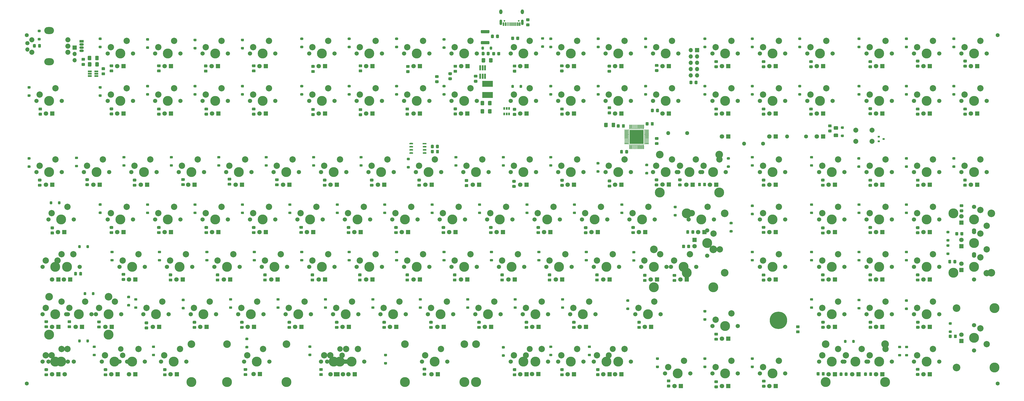
<source format=gbr>
G04 #@! TF.GenerationSoftware,KiCad,Pcbnew,(5.99.0-3379-gdb40e0c595)*
G04 #@! TF.CreationDate,2020-09-23T13:57:13-04:00*
G04 #@! TF.ProjectId,Boston-keyboard-S,426f7374-6f6e-42d6-9b65-79626f617264,rev?*
G04 #@! TF.SameCoordinates,Original*
G04 #@! TF.FileFunction,Soldermask,Bot*
G04 #@! TF.FilePolarity,Negative*
%FSLAX46Y46*%
G04 Gerber Fmt 4.6, Leading zero omitted, Abs format (unit mm)*
G04 Created by KiCad (PCBNEW (5.99.0-3379-gdb40e0c595)) date 2020-09-23 13:57:13*
%MOMM*%
%LPD*%
G01*
G04 APERTURE LIST*
%ADD10R,1.800000X1.800000*%
%ADD11C,1.800000*%
%ADD12R,2.200000X1.800000*%
%ADD13R,1.700000X1.700000*%
%ADD14O,1.700000X1.700000*%
%ADD15C,0.800000*%
%ADD16C,7.000000*%
%ADD17C,1.600000*%
%ADD18O,1.600000X1.600000*%
%ADD19C,1.596000*%
%ADD20C,1.700000*%
%ADD21O,2.768600X1.651000*%
%ADD22C,1.016000*%
%ADD23C,2.032000*%
%ADD24O,3.900000X2.799999*%
%ADD25R,1.800000X1.070000*%
%ADD26O,1.800000X1.070000*%
%ADD27C,3.987800*%
%ADD28C,1.701800*%
%ADD29C,2.540000*%
%ADD30C,3.048000*%
%ADD31C,2.400000*%
%ADD32R,1.550000X0.600000*%
%ADD33C,2.200000*%
%ADD34R,4.200000X2.400000*%
%ADD35C,0.650000*%
%ADD36O,1.300000X1.900000*%
%ADD37O,1.100000X2.200000*%
%ADD38C,2.000000*%
%ADD39O,5.000000X1.701800*%
%ADD40R,0.650000X1.060000*%
%ADD41R,0.650000X2.000000*%
%ADD42R,1.560000X0.650000*%
%ADD43R,5.600000X5.600000*%
%ADD44R,0.900000X0.800000*%
G04 APERTURE END LIST*
G36*
G01*
X366250000Y-150675000D02*
X367150000Y-150675000D01*
G75*
G02*
X367400000Y-150925000I0J-250000D01*
G01*
X367400000Y-151575000D01*
G75*
G02*
X367150000Y-151825000I-250000J0D01*
G01*
X366250000Y-151825000D01*
G75*
G02*
X366000000Y-151575000I0J250000D01*
G01*
X366000000Y-150925000D01*
G75*
G02*
X366250000Y-150675000I250000J0D01*
G01*
G37*
G36*
G01*
X366250000Y-148625000D02*
X367150000Y-148625000D01*
G75*
G02*
X367400000Y-148875000I0J-250000D01*
G01*
X367400000Y-149525000D01*
G75*
G02*
X367150000Y-149775000I-250000J0D01*
G01*
X366250000Y-149775000D01*
G75*
G02*
X366000000Y-149525000I0J250000D01*
G01*
X366000000Y-148875000D01*
G75*
G02*
X366250000Y-148625000I250000J0D01*
G01*
G37*
D10*
X69657600Y-168280000D03*
D11*
X72197600Y-168280000D03*
D12*
X181420000Y-168280000D03*
D11*
X183960000Y-168280000D03*
D10*
X381595000Y-130180000D03*
D11*
X379055000Y-130180000D03*
D13*
X76225000Y-36975000D03*
D14*
X76225000Y-39515000D03*
X76225000Y-42055000D03*
D10*
X181570000Y-92080000D03*
D11*
X179030000Y-92080000D03*
D10*
X419695000Y-168280000D03*
D11*
X417155000Y-168280000D03*
D15*
X360749655Y-144793345D03*
X358893500Y-149274500D03*
X361518500Y-146649500D03*
X357037345Y-148505655D03*
X357037345Y-144793345D03*
X358893500Y-144024500D03*
X360749655Y-148505655D03*
D16*
X358893500Y-146649500D03*
D15*
X356268500Y-146649500D03*
D10*
X253007500Y-130180000D03*
D11*
X250467500Y-130180000D03*
D10*
X69657600Y-168280000D03*
D11*
X67117600Y-168280000D03*
D10*
X238720000Y-92080000D03*
D11*
X236180000Y-92080000D03*
D10*
X152995000Y-111130000D03*
D11*
X150455000Y-111130000D03*
D10*
X333970000Y-92080000D03*
D11*
X331430000Y-92080000D03*
D10*
X167282500Y-149230000D03*
D11*
X164742500Y-149230000D03*
D10*
X233957500Y-63505000D03*
D11*
X231417500Y-63505000D03*
D10*
X338732500Y-153992500D03*
D11*
X336192500Y-153992500D03*
D10*
X419695000Y-92080000D03*
D11*
X417155000Y-92080000D03*
D10*
X438745000Y-44429600D03*
D11*
X436205000Y-44429600D03*
D10*
X114895000Y-63505000D03*
D11*
X112355000Y-63505000D03*
D10*
X195857500Y-44455000D03*
D11*
X193317500Y-44455000D03*
D10*
X114895000Y-111130000D03*
D11*
X112355000Y-111130000D03*
D10*
X400645000Y-63530400D03*
D11*
X398105000Y-63530400D03*
D10*
X419695000Y-44429600D03*
D11*
X417155000Y-44429600D03*
D10*
X381595000Y-149230000D03*
D11*
X379055000Y-149230000D03*
D10*
X276820000Y-168280000D03*
D11*
X274280000Y-168280000D03*
D10*
X233995600Y-44455000D03*
D11*
X231455600Y-44455000D03*
D10*
X432395000Y-107320000D03*
D11*
X432395000Y-104780000D03*
D10*
X138707500Y-130180000D03*
D11*
X136167500Y-130180000D03*
D10*
X210145000Y-111130000D03*
D11*
X207605000Y-111130000D03*
D10*
X314915000Y-92062500D03*
D11*
X312375000Y-92062500D03*
D10*
X257770000Y-44455000D03*
D11*
X255230000Y-44455000D03*
D10*
X329207500Y-111130000D03*
D11*
X326667500Y-111130000D03*
D10*
X67270000Y-92080000D03*
D11*
X64730000Y-92080000D03*
D10*
X357782500Y-111130000D03*
D11*
X355242500Y-111130000D03*
D10*
X91082500Y-149230000D03*
D11*
X88542500Y-149230000D03*
D10*
X381595000Y-92080000D03*
D11*
X379055000Y-92080000D03*
D10*
X119657500Y-130180000D03*
D11*
X117117500Y-130180000D03*
D10*
X419695000Y-149230000D03*
D11*
X417155000Y-149230000D03*
D10*
X257770000Y-63505000D03*
D11*
X255230000Y-63505000D03*
D10*
X314920000Y-63500000D03*
D11*
X312380000Y-63500000D03*
D10*
X438745000Y-63479600D03*
D11*
X436205000Y-63479600D03*
D10*
X338732500Y-72712500D03*
D11*
X336192500Y-72712500D03*
D10*
X432395000Y-116845000D03*
D11*
X432395000Y-114305000D03*
D10*
X219670000Y-92080000D03*
D11*
X217130000Y-92080000D03*
D10*
X69651250Y-130180000D03*
D11*
X67111250Y-130180000D03*
D10*
X114895000Y-44455000D03*
D11*
X112355000Y-44455000D03*
D10*
X432395000Y-154945000D03*
D11*
X432395000Y-152405000D03*
D10*
X152995000Y-44455000D03*
D11*
X150455000Y-44455000D03*
D10*
X205382500Y-149230000D03*
D11*
X202842500Y-149230000D03*
D10*
X214907500Y-44455000D03*
D11*
X212367500Y-44455000D03*
D10*
X105370000Y-92080000D03*
D11*
X102830000Y-92080000D03*
D10*
X295870000Y-63505000D03*
D11*
X293330000Y-63505000D03*
D17*
X352700000Y-75600000D03*
D18*
X345080000Y-75600000D03*
D10*
X338745200Y-44455000D03*
D11*
X336205200Y-44455000D03*
D10*
X200620000Y-92080000D03*
D11*
X198080000Y-92080000D03*
D10*
X419695000Y-63530400D03*
D11*
X417155000Y-63530400D03*
D10*
X93463750Y-168280000D03*
D11*
X90923750Y-168280000D03*
D10*
X438745000Y-92080000D03*
D11*
X436205000Y-92080000D03*
D10*
X186332500Y-149230000D03*
D11*
X183792500Y-149230000D03*
D10*
X276820000Y-92080000D03*
D11*
X274280000Y-92080000D03*
D12*
X181570000Y-168280000D03*
D11*
X179030000Y-168280000D03*
D10*
X357782500Y-130180000D03*
D11*
X355242500Y-130180000D03*
D19*
X447000000Y-32000000D03*
D10*
X357782500Y-72712500D03*
D11*
X355242500Y-72712500D03*
D10*
X338732500Y-63500000D03*
D11*
X336192500Y-63500000D03*
D10*
X95845000Y-63505000D03*
D11*
X93305000Y-63505000D03*
D10*
X176807500Y-44455000D03*
D11*
X174267500Y-44455000D03*
D10*
X172045000Y-111130000D03*
D11*
X169505000Y-111130000D03*
D10*
X176807500Y-63505000D03*
D11*
X174267500Y-63505000D03*
D10*
X176807500Y-130180000D03*
D11*
X174267500Y-130180000D03*
D10*
X381595000Y-168280000D03*
D11*
X379055000Y-168280000D03*
D10*
X276820000Y-63505000D03*
D11*
X274280000Y-63505000D03*
D10*
X325238750Y-114305000D03*
D11*
X325238750Y-116845000D03*
D10*
X100594800Y-168305400D03*
D11*
X98054800Y-168305400D03*
D10*
X69651250Y-149230000D03*
D11*
X67111250Y-149230000D03*
D10*
X400645000Y-130180000D03*
D11*
X398105000Y-130180000D03*
D10*
X150609000Y-168262000D03*
D11*
X148069000Y-168262000D03*
D10*
X222060000Y-168265000D03*
D11*
X219520000Y-168265000D03*
D10*
X162520000Y-92080000D03*
D11*
X159980000Y-92080000D03*
D10*
X248245000Y-111130000D03*
D11*
X245705000Y-111130000D03*
D10*
X400645000Y-149230000D03*
D11*
X398105000Y-149230000D03*
D10*
X400645000Y-92080000D03*
D11*
X398105000Y-92080000D03*
D10*
X95845000Y-44455000D03*
D11*
X93305000Y-44455000D03*
D19*
X57000000Y-172000000D03*
D10*
X257770000Y-92080000D03*
D11*
X255230000Y-92080000D03*
D10*
X291094800Y-168280000D03*
D11*
X288554800Y-168280000D03*
D10*
X157757500Y-130180000D03*
D11*
X155217500Y-130180000D03*
D10*
X191095000Y-111130000D03*
D11*
X188555000Y-111130000D03*
D10*
X400645000Y-44480400D03*
D11*
X398105000Y-44480400D03*
D10*
X110132500Y-149230000D03*
D11*
X107592500Y-149230000D03*
D10*
X67270000Y-63530400D03*
D11*
X64730000Y-63530400D03*
D10*
X357800000Y-63500000D03*
D11*
X355260000Y-63500000D03*
D10*
X319682500Y-173042500D03*
D11*
X317142500Y-173042500D03*
D20*
X57255000Y-35175000D03*
D14*
X57255000Y-37715000D03*
D10*
X262519800Y-168254600D03*
D11*
X259979800Y-168254600D03*
D10*
X295870000Y-168280000D03*
D11*
X293330000Y-168280000D03*
D10*
X322063750Y-130180000D03*
D11*
X319523750Y-130180000D03*
D10*
X276820000Y-44455000D03*
D11*
X274280000Y-44455000D03*
D10*
X357782500Y-92080000D03*
D11*
X355242500Y-92080000D03*
D10*
X224432500Y-149230000D03*
D11*
X221892500Y-149230000D03*
D10*
X229195000Y-111130000D03*
D11*
X226655000Y-111130000D03*
D10*
X357782500Y-173042500D03*
D11*
X355242500Y-173042500D03*
D10*
X133818000Y-44455000D03*
D11*
X131278000Y-44455000D03*
D19*
X57000000Y-32000000D03*
D10*
X262532500Y-149230000D03*
D11*
X259992500Y-149230000D03*
D10*
X432395000Y-126370000D03*
D11*
X432395000Y-123830000D03*
D10*
X188707400Y-168280000D03*
D11*
X186167400Y-168280000D03*
D10*
X324445000Y-92080000D03*
D11*
X321905000Y-92080000D03*
D10*
X100607500Y-130180000D03*
D11*
X98067500Y-130180000D03*
D10*
X376832500Y-63500000D03*
D11*
X374292500Y-63500000D03*
D10*
X419695000Y-130180000D03*
D11*
X417155000Y-130180000D03*
D10*
X419695000Y-111130000D03*
D11*
X417155000Y-111130000D03*
D10*
X72032500Y-111130000D03*
D11*
X69492500Y-111130000D03*
D10*
X291107500Y-130180000D03*
D11*
X288567500Y-130180000D03*
D10*
X338732500Y-173042500D03*
D11*
X336192500Y-173042500D03*
D10*
X286345000Y-111130000D03*
D11*
X283805000Y-111130000D03*
D21*
X66000000Y-30125000D03*
D22*
X59000000Y-38875000D03*
X73500000Y-33875000D03*
X73500000Y-38875000D03*
X73500000Y-36375000D03*
D21*
X66000000Y-42625000D03*
D22*
X59000000Y-33875000D03*
D23*
X73500000Y-38875000D03*
X73500000Y-33875000D03*
X73500000Y-36375000D03*
D24*
X66000000Y-30125000D03*
X66000000Y-42625000D03*
D23*
X59000000Y-38875000D03*
X59000000Y-33875000D03*
D10*
X307776250Y-149230000D03*
D11*
X305236250Y-149230000D03*
D10*
X152995000Y-63505000D03*
D11*
X150455000Y-63505000D03*
D10*
X272057500Y-130180000D03*
D11*
X269517500Y-130180000D03*
D10*
X124420000Y-92080000D03*
D11*
X121880000Y-92080000D03*
D10*
X233957500Y-130180000D03*
D11*
X231417500Y-130180000D03*
D10*
X117282600Y-168280000D03*
D11*
X114742600Y-168280000D03*
D10*
X314920000Y-44455000D03*
D11*
X312380000Y-44455000D03*
D10*
X257770000Y-168280000D03*
D11*
X255230000Y-168280000D03*
D10*
X133945000Y-63505000D03*
D11*
X131405000Y-63505000D03*
D10*
X129182500Y-149230000D03*
D11*
X126642500Y-149230000D03*
D10*
X305395000Y-111130000D03*
D11*
X302855000Y-111130000D03*
D10*
X295870000Y-44455000D03*
D11*
X293330000Y-44455000D03*
D17*
X370000000Y-72700000D03*
D18*
X362380000Y-72700000D03*
D10*
X214907500Y-130180000D03*
D11*
X212367500Y-130180000D03*
D10*
X79176250Y-149230000D03*
D11*
X76636250Y-149230000D03*
D10*
X400645000Y-168280000D03*
D11*
X398105000Y-168280000D03*
D10*
X281582500Y-149230000D03*
D11*
X279042500Y-149230000D03*
D10*
X357782500Y-44429600D03*
D11*
X355242500Y-44429600D03*
D10*
X143470000Y-92080000D03*
D11*
X140930000Y-92080000D03*
D10*
X391120000Y-168280000D03*
D11*
X388580000Y-168280000D03*
D10*
X310157500Y-130180000D03*
D11*
X307617500Y-130180000D03*
D10*
X295870000Y-92080000D03*
D11*
X293330000Y-92080000D03*
D10*
X95845000Y-111130000D03*
D11*
X93305000Y-111130000D03*
D13*
X326250000Y-38000000D03*
D14*
X323710000Y-38000000D03*
X326250000Y-40540000D03*
X323710000Y-40540000D03*
X326250000Y-43080000D03*
X323710000Y-43080000D03*
X326250000Y-45620000D03*
X323710000Y-45620000D03*
X326250000Y-48160000D03*
X323710000Y-48160000D03*
D25*
X79000000Y-34470000D03*
D26*
X79000000Y-35740000D03*
X79000000Y-37010000D03*
X79000000Y-38280000D03*
D10*
X74413750Y-130180000D03*
D11*
X71873750Y-130180000D03*
D10*
X214907500Y-63505000D03*
D11*
X212367500Y-63505000D03*
D10*
X376832500Y-72712500D03*
D11*
X374292500Y-72712500D03*
D17*
X322220000Y-71400000D03*
D18*
X314600000Y-71400000D03*
D10*
X376832500Y-44480400D03*
D11*
X374292500Y-44480400D03*
D10*
X86320000Y-92080000D03*
D11*
X83780000Y-92080000D03*
D10*
X267295000Y-111130000D03*
D11*
X264755000Y-111130000D03*
D10*
X243482500Y-149230000D03*
D11*
X240942500Y-149230000D03*
D10*
X133945000Y-111130000D03*
D11*
X131405000Y-111130000D03*
D10*
X195857500Y-130180000D03*
D11*
X193317500Y-130180000D03*
D10*
X381595000Y-111130000D03*
D11*
X379055000Y-111130000D03*
D19*
X447000000Y-172000000D03*
D10*
X148232500Y-149230000D03*
D11*
X145692500Y-149230000D03*
D10*
X195857500Y-63505000D03*
D11*
X193317500Y-63505000D03*
D10*
X400645000Y-111130000D03*
D11*
X398105000Y-111130000D03*
G36*
G01*
X374280000Y-168571251D02*
X374280000Y-167671249D01*
G75*
G02*
X374529999Y-167421250I249999J0D01*
G01*
X375180001Y-167421250D01*
G75*
G02*
X375430000Y-167671249I0J-249999D01*
G01*
X375430000Y-168571251D01*
G75*
G02*
X375180001Y-168821250I-249999J0D01*
G01*
X374529999Y-168821250D01*
G75*
G02*
X374280000Y-168571251I0J249999D01*
G01*
G37*
G36*
G01*
X376330000Y-168571251D02*
X376330000Y-167671249D01*
G75*
G02*
X376579999Y-167421250I249999J0D01*
G01*
X377230001Y-167421250D01*
G75*
G02*
X377480000Y-167671249I0J-249999D01*
G01*
X377480000Y-168571251D01*
G75*
G02*
X377230001Y-168821250I-249999J0D01*
G01*
X376579999Y-168821250D01*
G75*
G02*
X376330000Y-168571251I0J249999D01*
G01*
G37*
G36*
G01*
X124228750Y-99613750D02*
X124928750Y-99613750D01*
G75*
G02*
X125178750Y-99863750I0J-250000D01*
G01*
X125178750Y-100363750D01*
G75*
G02*
X124928750Y-100613750I-250000J0D01*
G01*
X124228750Y-100613750D01*
G75*
G02*
X123978750Y-100363750I0J250000D01*
G01*
X123978750Y-99863750D01*
G75*
G02*
X124228750Y-99613750I250000J0D01*
G01*
G37*
G36*
G01*
X124228750Y-102913750D02*
X124928750Y-102913750D01*
G75*
G02*
X125178750Y-103163750I0J-250000D01*
G01*
X125178750Y-103663750D01*
G75*
G02*
X124928750Y-103913750I-250000J0D01*
G01*
X124228750Y-103913750D01*
G75*
G02*
X123978750Y-103663750I0J250000D01*
G01*
X123978750Y-103163750D01*
G75*
G02*
X124228750Y-102913750I250000J0D01*
G01*
G37*
D27*
X275550000Y-87000000D03*
D28*
X280630000Y-87000000D03*
X270470000Y-87000000D03*
D29*
X278090000Y-81920000D03*
X271740000Y-84460000D03*
G36*
G01*
X79200000Y-127449999D02*
X79200000Y-128350001D01*
G75*
G02*
X78950001Y-128600000I-249999J0D01*
G01*
X78299999Y-128600000D01*
G75*
G02*
X78050000Y-128350001I0J249999D01*
G01*
X78050000Y-127449999D01*
G75*
G02*
X78299999Y-127200000I249999J0D01*
G01*
X78950001Y-127200000D01*
G75*
G02*
X79200000Y-127449999I0J-249999D01*
G01*
G37*
G36*
G01*
X77150000Y-127449999D02*
X77150000Y-128350001D01*
G75*
G02*
X76900001Y-128600000I-249999J0D01*
G01*
X76249999Y-128600000D01*
G75*
G02*
X76000000Y-128350001I0J249999D01*
G01*
X76000000Y-127449999D01*
G75*
G02*
X76249999Y-127200000I249999J0D01*
G01*
X76900001Y-127200000D01*
G75*
G02*
X77150000Y-127449999I0J-249999D01*
G01*
G37*
G36*
G01*
X147703124Y-108736250D02*
X148603126Y-108736250D01*
G75*
G02*
X148853125Y-108986249I0J-249999D01*
G01*
X148853125Y-109636251D01*
G75*
G02*
X148603126Y-109886250I-249999J0D01*
G01*
X147703124Y-109886250D01*
G75*
G02*
X147453125Y-109636251I0J249999D01*
G01*
X147453125Y-108986249D01*
G75*
G02*
X147703124Y-108736250I249999J0D01*
G01*
G37*
G36*
G01*
X147703124Y-110786250D02*
X148603126Y-110786250D01*
G75*
G02*
X148853125Y-111036249I0J-249999D01*
G01*
X148853125Y-111686251D01*
G75*
G02*
X148603126Y-111936250I-249999J0D01*
G01*
X147703124Y-111936250D01*
G75*
G02*
X147453125Y-111686251I0J249999D01*
G01*
X147453125Y-111036249D01*
G75*
G02*
X147703124Y-110786250I249999J0D01*
G01*
G37*
D30*
X401788000Y-156215000D03*
D27*
X401788000Y-171455000D03*
D30*
X377912000Y-156215000D03*
D28*
X394930000Y-163200000D03*
X384770000Y-163200000D03*
D27*
X377912000Y-171455000D03*
X389850000Y-163200000D03*
D29*
X392390000Y-158120000D03*
X386040000Y-160660000D03*
G36*
G01*
X238528750Y-99613750D02*
X239228750Y-99613750D01*
G75*
G02*
X239478750Y-99863750I0J-250000D01*
G01*
X239478750Y-100363750D01*
G75*
G02*
X239228750Y-100613750I-250000J0D01*
G01*
X238528750Y-100613750D01*
G75*
G02*
X238278750Y-100363750I0J250000D01*
G01*
X238278750Y-99863750D01*
G75*
G02*
X238528750Y-99613750I250000J0D01*
G01*
G37*
G36*
G01*
X238528750Y-102913750D02*
X239228750Y-102913750D01*
G75*
G02*
X239478750Y-103163750I0J-250000D01*
G01*
X239478750Y-103663750D01*
G75*
G02*
X239228750Y-103913750I-250000J0D01*
G01*
X238528750Y-103913750D01*
G75*
G02*
X238278750Y-103663750I0J250000D01*
G01*
X238278750Y-103163750D01*
G75*
G02*
X238528750Y-102913750I250000J0D01*
G01*
G37*
G36*
G01*
X257800000Y-25225000D02*
X258700000Y-25225000D01*
G75*
G02*
X258950000Y-25475000I0J-250000D01*
G01*
X258950000Y-26125000D01*
G75*
G02*
X258700000Y-26375000I-250000J0D01*
G01*
X257800000Y-26375000D01*
G75*
G02*
X257550000Y-26125000I0J250000D01*
G01*
X257550000Y-25475000D01*
G75*
G02*
X257800000Y-25225000I250000J0D01*
G01*
G37*
G36*
G01*
X257800000Y-27275000D02*
X258700000Y-27275000D01*
G75*
G02*
X258950000Y-27525000I0J-250000D01*
G01*
X258950000Y-28175000D01*
G75*
G02*
X258700000Y-28425000I-250000J0D01*
G01*
X257800000Y-28425000D01*
G75*
G02*
X257550000Y-28175000I0J250000D01*
G01*
X257550000Y-27525000D01*
G75*
G02*
X257800000Y-27275000I250000J0D01*
G01*
G37*
G36*
G01*
X255950000Y-52250000D02*
X255950000Y-52950000D01*
G75*
G02*
X255700000Y-53200000I-250000J0D01*
G01*
X255200000Y-53200000D01*
G75*
G02*
X254950000Y-52950000I0J250000D01*
G01*
X254950000Y-52250000D01*
G75*
G02*
X255200000Y-52000000I250000J0D01*
G01*
X255700000Y-52000000D01*
G75*
G02*
X255950000Y-52250000I0J-250000D01*
G01*
G37*
G36*
G01*
X252650000Y-52250000D02*
X252650000Y-52950000D01*
G75*
G02*
X252400000Y-53200000I-250000J0D01*
G01*
X251900000Y-53200000D01*
G75*
G02*
X251650000Y-52950000I0J250000D01*
G01*
X251650000Y-52250000D01*
G75*
G02*
X251900000Y-52000000I250000J0D01*
G01*
X252400000Y-52000000D01*
G75*
G02*
X252650000Y-52250000I0J-250000D01*
G01*
G37*
G36*
G01*
X222530000Y-78350000D02*
X222530000Y-79250000D01*
G75*
G02*
X222280000Y-79500000I-250000J0D01*
G01*
X221630000Y-79500000D01*
G75*
G02*
X221380000Y-79250000I0J250000D01*
G01*
X221380000Y-78350000D01*
G75*
G02*
X221630000Y-78100000I250000J0D01*
G01*
X222280000Y-78100000D01*
G75*
G02*
X222530000Y-78350000I0J-250000D01*
G01*
G37*
G36*
G01*
X220480000Y-78350000D02*
X220480000Y-79250000D01*
G75*
G02*
X220230000Y-79500000I-250000J0D01*
G01*
X219580000Y-79500000D01*
G75*
G02*
X219330000Y-79250000I0J250000D01*
G01*
X219330000Y-78350000D01*
G75*
G02*
X219580000Y-78100000I250000J0D01*
G01*
X220230000Y-78100000D01*
G75*
G02*
X220480000Y-78350000I0J-250000D01*
G01*
G37*
G36*
G01*
X97558750Y-136761250D02*
X98258750Y-136761250D01*
G75*
G02*
X98508750Y-137011250I0J-250000D01*
G01*
X98508750Y-137511250D01*
G75*
G02*
X98258750Y-137761250I-250000J0D01*
G01*
X97558750Y-137761250D01*
G75*
G02*
X97308750Y-137511250I0J250000D01*
G01*
X97308750Y-137011250D01*
G75*
G02*
X97558750Y-136761250I250000J0D01*
G01*
G37*
G36*
G01*
X97558750Y-140061250D02*
X98258750Y-140061250D01*
G75*
G02*
X98508750Y-140311250I0J-250000D01*
G01*
X98508750Y-140811250D01*
G75*
G02*
X98258750Y-141061250I-250000J0D01*
G01*
X97558750Y-141061250D01*
G75*
G02*
X97308750Y-140811250I0J250000D01*
G01*
X97308750Y-140311250D01*
G75*
G02*
X97558750Y-140061250I250000J0D01*
G01*
G37*
D28*
X256817500Y-125100000D03*
D27*
X251737500Y-125100000D03*
D28*
X246657500Y-125100000D03*
D29*
X254277500Y-120020000D03*
X247927500Y-122560000D03*
G36*
G01*
X262003124Y-108736250D02*
X262903126Y-108736250D01*
G75*
G02*
X263153125Y-108986249I0J-249999D01*
G01*
X263153125Y-109636251D01*
G75*
G02*
X262903126Y-109886250I-249999J0D01*
G01*
X262003124Y-109886250D01*
G75*
G02*
X261753125Y-109636251I0J249999D01*
G01*
X261753125Y-108986249D01*
G75*
G02*
X262003124Y-108736250I249999J0D01*
G01*
G37*
G36*
G01*
X262003124Y-110786250D02*
X262903126Y-110786250D01*
G75*
G02*
X263153125Y-111036249I0J-249999D01*
G01*
X263153125Y-111686251D01*
G75*
G02*
X262903126Y-111936250I-249999J0D01*
G01*
X262003124Y-111936250D01*
G75*
G02*
X261753125Y-111686251I0J249999D01*
G01*
X261753125Y-111036249D01*
G75*
G02*
X262003124Y-110786250I249999J0D01*
G01*
G37*
G36*
G01*
X286153750Y-51988750D02*
X286853750Y-51988750D01*
G75*
G02*
X287103750Y-52238750I0J-250000D01*
G01*
X287103750Y-52738750D01*
G75*
G02*
X286853750Y-52988750I-250000J0D01*
G01*
X286153750Y-52988750D01*
G75*
G02*
X285903750Y-52738750I0J250000D01*
G01*
X285903750Y-52238750D01*
G75*
G02*
X286153750Y-51988750I250000J0D01*
G01*
G37*
G36*
G01*
X286153750Y-55288750D02*
X286853750Y-55288750D01*
G75*
G02*
X287103750Y-55538750I0J-250000D01*
G01*
X287103750Y-56038750D01*
G75*
G02*
X286853750Y-56288750I-250000J0D01*
G01*
X286153750Y-56288750D01*
G75*
G02*
X285903750Y-56038750I0J250000D01*
G01*
X285903750Y-55538750D01*
G75*
G02*
X286153750Y-55288750I250000J0D01*
G01*
G37*
G36*
G01*
X239300000Y-63224999D02*
X239300000Y-61975001D01*
G75*
G02*
X239550001Y-61725000I250001J0D01*
G01*
X240474999Y-61725000D01*
G75*
G02*
X240725000Y-61975001I0J-250001D01*
G01*
X240725000Y-63224999D01*
G75*
G02*
X240474999Y-63475000I-250001J0D01*
G01*
X239550001Y-63475000D01*
G75*
G02*
X239300000Y-63224999I0J250001D01*
G01*
G37*
G36*
G01*
X242275000Y-63224999D02*
X242275000Y-61975001D01*
G75*
G02*
X242525001Y-61725000I250001J0D01*
G01*
X243449999Y-61725000D01*
G75*
G02*
X243700000Y-61975001I0J-250001D01*
G01*
X243700000Y-63224999D01*
G75*
G02*
X243449999Y-63475000I-250001J0D01*
G01*
X242525001Y-63475000D01*
G75*
G02*
X242275000Y-63224999I0J250001D01*
G01*
G37*
G36*
G01*
X156989999Y-89527500D02*
X157890001Y-89527500D01*
G75*
G02*
X158140000Y-89777499I0J-249999D01*
G01*
X158140000Y-90427501D01*
G75*
G02*
X157890001Y-90677500I-249999J0D01*
G01*
X156989999Y-90677500D01*
G75*
G02*
X156740000Y-90427501I0J249999D01*
G01*
X156740000Y-89777499D01*
G75*
G02*
X156989999Y-89527500I249999J0D01*
G01*
G37*
G36*
G01*
X156989999Y-91577500D02*
X157890001Y-91577500D01*
G75*
G02*
X158140000Y-91827499I0J-249999D01*
G01*
X158140000Y-92477501D01*
G75*
G02*
X157890001Y-92727500I-249999J0D01*
G01*
X156989999Y-92727500D01*
G75*
G02*
X156740000Y-92477501I0J249999D01*
G01*
X156740000Y-91827499D01*
G75*
G02*
X156989999Y-91577500I249999J0D01*
G01*
G37*
D28*
X413345000Y-163200000D03*
X423505000Y-163200000D03*
D27*
X418425000Y-163200000D03*
D29*
X420965000Y-158120000D03*
X414615000Y-160660000D03*
G36*
G01*
X66769999Y-108895000D02*
X67670001Y-108895000D01*
G75*
G02*
X67920000Y-109144999I0J-249999D01*
G01*
X67920000Y-109795001D01*
G75*
G02*
X67670001Y-110045000I-249999J0D01*
G01*
X66769999Y-110045000D01*
G75*
G02*
X66520000Y-109795001I0J249999D01*
G01*
X66520000Y-109144999D01*
G75*
G02*
X66769999Y-108895000I249999J0D01*
G01*
G37*
G36*
G01*
X66769999Y-110945000D02*
X67670001Y-110945000D01*
G75*
G02*
X67920000Y-111194999I0J-249999D01*
G01*
X67920000Y-111845001D01*
G75*
G02*
X67670001Y-112095000I-249999J0D01*
G01*
X66769999Y-112095000D01*
G75*
G02*
X66520000Y-111845001I0J249999D01*
G01*
X66520000Y-111194999D01*
G75*
G02*
X66769999Y-110945000I249999J0D01*
G01*
G37*
G36*
G01*
X252239999Y-90162500D02*
X253140001Y-90162500D01*
G75*
G02*
X253390000Y-90412499I0J-249999D01*
G01*
X253390000Y-91062501D01*
G75*
G02*
X253140001Y-91312500I-249999J0D01*
G01*
X252239999Y-91312500D01*
G75*
G02*
X251990000Y-91062501I0J249999D01*
G01*
X251990000Y-90412499D01*
G75*
G02*
X252239999Y-90162500I249999J0D01*
G01*
G37*
G36*
G01*
X252239999Y-92212500D02*
X253140001Y-92212500D01*
G75*
G02*
X253390000Y-92462499I0J-249999D01*
G01*
X253390000Y-93112501D01*
G75*
G02*
X253140001Y-93362500I-249999J0D01*
G01*
X252239999Y-93362500D01*
G75*
G02*
X251990000Y-93112501I0J249999D01*
G01*
X251990000Y-92462499D01*
G75*
G02*
X252239999Y-92212500I249999J0D01*
G01*
G37*
D28*
X261580000Y-163200000D03*
D27*
X256500000Y-163200000D03*
D28*
X251420000Y-163200000D03*
D31*
X259040000Y-158120000D03*
D29*
X252690000Y-160660000D03*
G36*
G01*
X291425001Y-47075000D02*
X290524999Y-47075000D01*
G75*
G02*
X290275000Y-46825001I0J249999D01*
G01*
X290275000Y-46174999D01*
G75*
G02*
X290524999Y-45925000I249999J0D01*
G01*
X291425001Y-45925000D01*
G75*
G02*
X291675000Y-46174999I0J-249999D01*
G01*
X291675000Y-46825001D01*
G75*
G02*
X291425001Y-47075000I-249999J0D01*
G01*
G37*
G36*
G01*
X291425001Y-45025000D02*
X290524999Y-45025000D01*
G75*
G02*
X290275000Y-44775001I0J249999D01*
G01*
X290275000Y-44124999D01*
G75*
G02*
X290524999Y-43875000I249999J0D01*
G01*
X291425001Y-43875000D01*
G75*
G02*
X291675000Y-44124999I0J-249999D01*
G01*
X291675000Y-44775001D01*
G75*
G02*
X291425001Y-45025000I-249999J0D01*
G01*
G37*
G36*
G01*
X190327499Y-127786250D02*
X191227501Y-127786250D01*
G75*
G02*
X191477500Y-128036249I0J-249999D01*
G01*
X191477500Y-128686251D01*
G75*
G02*
X191227501Y-128936250I-249999J0D01*
G01*
X190327499Y-128936250D01*
G75*
G02*
X190077500Y-128686251I0J249999D01*
G01*
X190077500Y-128036249D01*
G75*
G02*
X190327499Y-127786250I249999J0D01*
G01*
G37*
G36*
G01*
X190327499Y-129836250D02*
X191227501Y-129836250D01*
G75*
G02*
X191477500Y-130086249I0J-249999D01*
G01*
X191477500Y-130736251D01*
G75*
G02*
X191227501Y-130986250I-249999J0D01*
G01*
X190327499Y-130986250D01*
G75*
G02*
X190077500Y-130736251I0J249999D01*
G01*
X190077500Y-130086249D01*
G75*
G02*
X190327499Y-129836250I249999J0D01*
G01*
G37*
G36*
G01*
X224241250Y-51988750D02*
X224941250Y-51988750D01*
G75*
G02*
X225191250Y-52238750I0J-250000D01*
G01*
X225191250Y-52738750D01*
G75*
G02*
X224941250Y-52988750I-250000J0D01*
G01*
X224241250Y-52988750D01*
G75*
G02*
X223991250Y-52738750I0J250000D01*
G01*
X223991250Y-52238750D01*
G75*
G02*
X224241250Y-51988750I250000J0D01*
G01*
G37*
G36*
G01*
X224241250Y-55288750D02*
X224941250Y-55288750D01*
G75*
G02*
X225191250Y-55538750I0J-250000D01*
G01*
X225191250Y-56038750D01*
G75*
G02*
X224941250Y-56288750I-250000J0D01*
G01*
X224241250Y-56288750D01*
G75*
G02*
X223991250Y-56038750I0J250000D01*
G01*
X223991250Y-55538750D01*
G75*
G02*
X224241250Y-55288750I250000J0D01*
G01*
G37*
G36*
G01*
X253375001Y-47025000D02*
X252474999Y-47025000D01*
G75*
G02*
X252225000Y-46775001I0J249999D01*
G01*
X252225000Y-46124999D01*
G75*
G02*
X252474999Y-45875000I249999J0D01*
G01*
X253375001Y-45875000D01*
G75*
G02*
X253625000Y-46124999I0J-249999D01*
G01*
X253625000Y-46775001D01*
G75*
G02*
X253375001Y-47025000I-249999J0D01*
G01*
G37*
G36*
G01*
X253375001Y-44975000D02*
X252474999Y-44975000D01*
G75*
G02*
X252225000Y-44725001I0J249999D01*
G01*
X252225000Y-44074999D01*
G75*
G02*
X252474999Y-43825000I249999J0D01*
G01*
X253375001Y-43825000D01*
G75*
G02*
X253625000Y-44074999I0J-249999D01*
G01*
X253625000Y-44725001D01*
G75*
G02*
X253375001Y-44975000I-249999J0D01*
G01*
G37*
G36*
G01*
X276290624Y-146836250D02*
X277190626Y-146836250D01*
G75*
G02*
X277440625Y-147086249I0J-249999D01*
G01*
X277440625Y-147736251D01*
G75*
G02*
X277190626Y-147986250I-249999J0D01*
G01*
X276290624Y-147986250D01*
G75*
G02*
X276040625Y-147736251I0J249999D01*
G01*
X276040625Y-147086249D01*
G75*
G02*
X276290624Y-146836250I249999J0D01*
G01*
G37*
G36*
G01*
X276290624Y-148886250D02*
X277190626Y-148886250D01*
G75*
G02*
X277440625Y-149136249I0J-249999D01*
G01*
X277440625Y-149786251D01*
G75*
G02*
X277190626Y-150036250I-249999J0D01*
G01*
X276290624Y-150036250D01*
G75*
G02*
X276040625Y-149786251I0J249999D01*
G01*
X276040625Y-149136249D01*
G75*
G02*
X276290624Y-148886250I249999J0D01*
G01*
G37*
D28*
X99655000Y-58425000D03*
X89495000Y-58425000D03*
D27*
X94575000Y-58425000D03*
D29*
X97115000Y-53345000D03*
X90765000Y-55885000D03*
D28*
X299045000Y-106050000D03*
X309205000Y-106050000D03*
D27*
X304125000Y-106050000D03*
D29*
X306665000Y-100970000D03*
X300315000Y-103510000D03*
G36*
G01*
X276628750Y-99613750D02*
X277328750Y-99613750D01*
G75*
G02*
X277578750Y-99863750I0J-250000D01*
G01*
X277578750Y-100363750D01*
G75*
G02*
X277328750Y-100613750I-250000J0D01*
G01*
X276628750Y-100613750D01*
G75*
G02*
X276378750Y-100363750I0J250000D01*
G01*
X276378750Y-99863750D01*
G75*
G02*
X276628750Y-99613750I250000J0D01*
G01*
G37*
G36*
G01*
X276628750Y-102913750D02*
X277328750Y-102913750D01*
G75*
G02*
X277578750Y-103163750I0J-250000D01*
G01*
X277578750Y-103663750D01*
G75*
G02*
X277328750Y-103913750I-250000J0D01*
G01*
X276628750Y-103913750D01*
G75*
G02*
X276378750Y-103663750I0J250000D01*
G01*
X276378750Y-103163750D01*
G75*
G02*
X276628750Y-102913750I250000J0D01*
G01*
G37*
D28*
X218717500Y-39375000D03*
D27*
X213637500Y-39375000D03*
D28*
X208557500Y-39375000D03*
D29*
X216177500Y-34295000D03*
X209827500Y-36835000D03*
G36*
G01*
X414403124Y-61111250D02*
X415303126Y-61111250D01*
G75*
G02*
X415553125Y-61361249I0J-249999D01*
G01*
X415553125Y-62011251D01*
G75*
G02*
X415303126Y-62261250I-249999J0D01*
G01*
X414403124Y-62261250D01*
G75*
G02*
X414153125Y-62011251I0J249999D01*
G01*
X414153125Y-61361249D01*
G75*
G02*
X414403124Y-61111250I249999J0D01*
G01*
G37*
G36*
G01*
X414403124Y-63161250D02*
X415303126Y-63161250D01*
G75*
G02*
X415553125Y-63411249I0J-249999D01*
G01*
X415553125Y-64061251D01*
G75*
G02*
X415303126Y-64311250I-249999J0D01*
G01*
X414403124Y-64311250D01*
G75*
G02*
X414153125Y-64061251I0J249999D01*
G01*
X414153125Y-63411249D01*
G75*
G02*
X414403124Y-63161250I249999J0D01*
G01*
G37*
G36*
G01*
X348066250Y-80563750D02*
X348766250Y-80563750D01*
G75*
G02*
X349016250Y-80813750I0J-250000D01*
G01*
X349016250Y-81313750D01*
G75*
G02*
X348766250Y-81563750I-250000J0D01*
G01*
X348066250Y-81563750D01*
G75*
G02*
X347816250Y-81313750I0J250000D01*
G01*
X347816250Y-80813750D01*
G75*
G02*
X348066250Y-80563750I250000J0D01*
G01*
G37*
G36*
G01*
X348066250Y-83863750D02*
X348766250Y-83863750D01*
G75*
G02*
X349016250Y-84113750I0J-250000D01*
G01*
X349016250Y-84613750D01*
G75*
G02*
X348766250Y-84863750I-250000J0D01*
G01*
X348066250Y-84863750D01*
G75*
G02*
X347816250Y-84613750I0J250000D01*
G01*
X347816250Y-84113750D01*
G75*
G02*
X348066250Y-83863750I250000J0D01*
G01*
G37*
G36*
G01*
X171277499Y-127786250D02*
X172177501Y-127786250D01*
G75*
G02*
X172427500Y-128036249I0J-249999D01*
G01*
X172427500Y-128686251D01*
G75*
G02*
X172177501Y-128936250I-249999J0D01*
G01*
X171277499Y-128936250D01*
G75*
G02*
X171027500Y-128686251I0J249999D01*
G01*
X171027500Y-128036249D01*
G75*
G02*
X171277499Y-127786250I249999J0D01*
G01*
G37*
G36*
G01*
X171277499Y-129836250D02*
X172177501Y-129836250D01*
G75*
G02*
X172427500Y-130086249I0J-249999D01*
G01*
X172427500Y-130736251D01*
G75*
G02*
X172177501Y-130986250I-249999J0D01*
G01*
X171277499Y-130986250D01*
G75*
G02*
X171027500Y-130736251I0J249999D01*
G01*
X171027500Y-130086249D01*
G75*
G02*
X171277499Y-129836250I249999J0D01*
G01*
G37*
G36*
G01*
X209377499Y-127786250D02*
X210277501Y-127786250D01*
G75*
G02*
X210527500Y-128036249I0J-249999D01*
G01*
X210527500Y-128686251D01*
G75*
G02*
X210277501Y-128936250I-249999J0D01*
G01*
X209377499Y-128936250D01*
G75*
G02*
X209127500Y-128686251I0J249999D01*
G01*
X209127500Y-128036249D01*
G75*
G02*
X209377499Y-127786250I249999J0D01*
G01*
G37*
G36*
G01*
X209377499Y-129836250D02*
X210277501Y-129836250D01*
G75*
G02*
X210527500Y-130086249I0J-249999D01*
G01*
X210527500Y-130736251D01*
G75*
G02*
X210277501Y-130986250I-249999J0D01*
G01*
X209377499Y-130986250D01*
G75*
G02*
X209127500Y-130736251I0J249999D01*
G01*
X209127500Y-130086249D01*
G75*
G02*
X209377499Y-129836250I249999J0D01*
G01*
G37*
G36*
G01*
X57553750Y-52465000D02*
X58253750Y-52465000D01*
G75*
G02*
X58503750Y-52715000I0J-250000D01*
G01*
X58503750Y-53215000D01*
G75*
G02*
X58253750Y-53465000I-250000J0D01*
G01*
X57553750Y-53465000D01*
G75*
G02*
X57303750Y-53215000I0J250000D01*
G01*
X57303750Y-52715000D01*
G75*
G02*
X57553750Y-52465000I250000J0D01*
G01*
G37*
G36*
G01*
X57553750Y-55765000D02*
X58253750Y-55765000D01*
G75*
G02*
X58503750Y-56015000I0J-250000D01*
G01*
X58503750Y-56515000D01*
G75*
G02*
X58253750Y-56765000I-250000J0D01*
G01*
X57553750Y-56765000D01*
G75*
G02*
X57303750Y-56515000I0J250000D01*
G01*
X57303750Y-56015000D01*
G75*
G02*
X57553750Y-55765000I250000J0D01*
G01*
G37*
D32*
X216800000Y-75585000D03*
G36*
G01*
X217575000Y-76855000D02*
X217575000Y-76855000D01*
G75*
G02*
X217275000Y-77155000I-300000J0D01*
G01*
X216325000Y-77155000D01*
G75*
G02*
X216025000Y-76855000I0J300000D01*
G01*
X216025000Y-76855000D01*
G75*
G02*
X216325000Y-76555000I300000J0D01*
G01*
X217275000Y-76555000D01*
G75*
G02*
X217575000Y-76855000I0J-300000D01*
G01*
G37*
G36*
G01*
X217575000Y-78125000D02*
X217575000Y-78125000D01*
G75*
G02*
X217275000Y-78425000I-300000J0D01*
G01*
X216325000Y-78425000D01*
G75*
G02*
X216025000Y-78125000I0J300000D01*
G01*
X216025000Y-78125000D01*
G75*
G02*
X216325000Y-77825000I300000J0D01*
G01*
X217275000Y-77825000D01*
G75*
G02*
X217575000Y-78125000I0J-300000D01*
G01*
G37*
G36*
G01*
X217575000Y-79395000D02*
X217575000Y-79395000D01*
G75*
G02*
X217275000Y-79695000I-300000J0D01*
G01*
X216325000Y-79695000D01*
G75*
G02*
X216025000Y-79395000I0J300000D01*
G01*
X216025000Y-79395000D01*
G75*
G02*
X216325000Y-79095000I300000J0D01*
G01*
X217275000Y-79095000D01*
G75*
G02*
X217575000Y-79395000I0J-300000D01*
G01*
G37*
G36*
G01*
X212175000Y-79395000D02*
X212175000Y-79395000D01*
G75*
G02*
X211875000Y-79695000I-300000J0D01*
G01*
X210925000Y-79695000D01*
G75*
G02*
X210625000Y-79395000I0J300000D01*
G01*
X210625000Y-79395000D01*
G75*
G02*
X210925000Y-79095000I300000J0D01*
G01*
X211875000Y-79095000D01*
G75*
G02*
X212175000Y-79395000I0J-300000D01*
G01*
G37*
G36*
G01*
X212175000Y-78125000D02*
X212175000Y-78125000D01*
G75*
G02*
X211875000Y-78425000I-300000J0D01*
G01*
X210925000Y-78425000D01*
G75*
G02*
X210625000Y-78125000I0J300000D01*
G01*
X210625000Y-78125000D01*
G75*
G02*
X210925000Y-77825000I300000J0D01*
G01*
X211875000Y-77825000D01*
G75*
G02*
X212175000Y-78125000I0J-300000D01*
G01*
G37*
G36*
G01*
X212175000Y-76855000D02*
X212175000Y-76855000D01*
G75*
G02*
X211875000Y-77155000I-300000J0D01*
G01*
X210925000Y-77155000D01*
G75*
G02*
X210625000Y-76855000I0J300000D01*
G01*
X210625000Y-76855000D01*
G75*
G02*
X210925000Y-76555000I300000J0D01*
G01*
X211875000Y-76555000D01*
G75*
G02*
X212175000Y-76855000I0J-300000D01*
G01*
G37*
G36*
G01*
X212175000Y-75585000D02*
X212175000Y-75585000D01*
G75*
G02*
X211875000Y-75885000I-300000J0D01*
G01*
X210925000Y-75885000D01*
G75*
G02*
X210625000Y-75585000I0J300000D01*
G01*
X210625000Y-75585000D01*
G75*
G02*
X210925000Y-75285000I300000J0D01*
G01*
X211875000Y-75285000D01*
G75*
G02*
X212175000Y-75585000I0J-300000D01*
G01*
G37*
D28*
X437475000Y-111130000D03*
D27*
X437475000Y-106050000D03*
D28*
X437475000Y-100970000D03*
D29*
X442555000Y-108590000D03*
X440015000Y-102240000D03*
G36*
G01*
X87275000Y-44900000D02*
X88175000Y-44900000D01*
G75*
G02*
X88425000Y-45150000I0J-250000D01*
G01*
X88425000Y-45800000D01*
G75*
G02*
X88175000Y-46050000I-250000J0D01*
G01*
X87275000Y-46050000D01*
G75*
G02*
X87025000Y-45800000I0J250000D01*
G01*
X87025000Y-45150000D01*
G75*
G02*
X87275000Y-44900000I250000J0D01*
G01*
G37*
G36*
G01*
X87275000Y-46950000D02*
X88175000Y-46950000D01*
G75*
G02*
X88425000Y-47200000I0J-250000D01*
G01*
X88425000Y-47850000D01*
G75*
G02*
X88175000Y-48100000I-250000J0D01*
G01*
X87275000Y-48100000D01*
G75*
G02*
X87025000Y-47850000I0J250000D01*
G01*
X87025000Y-47200000D01*
G75*
G02*
X87275000Y-46950000I250000J0D01*
G01*
G37*
D28*
X342542500Y-58425000D03*
X332382500Y-58425000D03*
D27*
X337462500Y-58425000D03*
D29*
X340002500Y-53345000D03*
X333652500Y-55885000D03*
D28*
X351432500Y-125100000D03*
D27*
X356512500Y-125100000D03*
D28*
X361592500Y-125100000D03*
D29*
X359052500Y-120020000D03*
X352702500Y-122560000D03*
G36*
G01*
X348066250Y-32938750D02*
X348766250Y-32938750D01*
G75*
G02*
X349016250Y-33188750I0J-250000D01*
G01*
X349016250Y-33688750D01*
G75*
G02*
X348766250Y-33938750I-250000J0D01*
G01*
X348066250Y-33938750D01*
G75*
G02*
X347816250Y-33688750I0J250000D01*
G01*
X347816250Y-33188750D01*
G75*
G02*
X348066250Y-32938750I250000J0D01*
G01*
G37*
G36*
G01*
X348066250Y-36238750D02*
X348766250Y-36238750D01*
G75*
G02*
X349016250Y-36488750I0J-250000D01*
G01*
X349016250Y-36988750D01*
G75*
G02*
X348766250Y-37238750I-250000J0D01*
G01*
X348066250Y-37238750D01*
G75*
G02*
X347816250Y-36988750I0J250000D01*
G01*
X347816250Y-36488750D01*
G75*
G02*
X348066250Y-36238750I250000J0D01*
G01*
G37*
D28*
X351432500Y-106050000D03*
X361592500Y-106050000D03*
D27*
X356512500Y-106050000D03*
D29*
X359052500Y-100970000D03*
X352702500Y-103510000D03*
G36*
G01*
X76603750Y-80818750D02*
X77303750Y-80818750D01*
G75*
G02*
X77553750Y-81068750I0J-250000D01*
G01*
X77553750Y-81568750D01*
G75*
G02*
X77303750Y-81818750I-250000J0D01*
G01*
X76603750Y-81818750D01*
G75*
G02*
X76353750Y-81568750I0J250000D01*
G01*
X76353750Y-81068750D01*
G75*
G02*
X76603750Y-80818750I250000J0D01*
G01*
G37*
G36*
G01*
X76603750Y-84118750D02*
X77303750Y-84118750D01*
G75*
G02*
X77553750Y-84368750I0J-250000D01*
G01*
X77553750Y-84868750D01*
G75*
G02*
X77303750Y-85118750I-250000J0D01*
G01*
X76603750Y-85118750D01*
G75*
G02*
X76353750Y-84868750I0J250000D01*
G01*
X76353750Y-84368750D01*
G75*
G02*
X76603750Y-84118750I250000J0D01*
G01*
G37*
G36*
G01*
X242953124Y-108736250D02*
X243853126Y-108736250D01*
G75*
G02*
X244103125Y-108986249I0J-249999D01*
G01*
X244103125Y-109636251D01*
G75*
G02*
X243853126Y-109886250I-249999J0D01*
G01*
X242953124Y-109886250D01*
G75*
G02*
X242703125Y-109636251I0J249999D01*
G01*
X242703125Y-108986249D01*
G75*
G02*
X242953124Y-108736250I249999J0D01*
G01*
G37*
G36*
G01*
X242953124Y-110786250D02*
X243853126Y-110786250D01*
G75*
G02*
X244103125Y-111036249I0J-249999D01*
G01*
X244103125Y-111686251D01*
G75*
G02*
X243853126Y-111936250I-249999J0D01*
G01*
X242953124Y-111936250D01*
G75*
G02*
X242703125Y-111686251I0J249999D01*
G01*
X242703125Y-111036249D01*
G75*
G02*
X242953124Y-110786250I249999J0D01*
G01*
G37*
G36*
G01*
X114703750Y-80563750D02*
X115403750Y-80563750D01*
G75*
G02*
X115653750Y-80813750I0J-250000D01*
G01*
X115653750Y-81313750D01*
G75*
G02*
X115403750Y-81563750I-250000J0D01*
G01*
X114703750Y-81563750D01*
G75*
G02*
X114453750Y-81313750I0J250000D01*
G01*
X114453750Y-80813750D01*
G75*
G02*
X114703750Y-80563750I250000J0D01*
G01*
G37*
G36*
G01*
X114703750Y-83863750D02*
X115403750Y-83863750D01*
G75*
G02*
X115653750Y-84113750I0J-250000D01*
G01*
X115653750Y-84613750D01*
G75*
G02*
X115403750Y-84863750I-250000J0D01*
G01*
X114703750Y-84863750D01*
G75*
G02*
X114453750Y-84613750I0J250000D01*
G01*
X114453750Y-84113750D01*
G75*
G02*
X114703750Y-83863750I250000J0D01*
G01*
G37*
G36*
G01*
X152227499Y-127786250D02*
X153127501Y-127786250D01*
G75*
G02*
X153377500Y-128036249I0J-249999D01*
G01*
X153377500Y-128686251D01*
G75*
G02*
X153127501Y-128936250I-249999J0D01*
G01*
X152227499Y-128936250D01*
G75*
G02*
X151977500Y-128686251I0J249999D01*
G01*
X151977500Y-128036249D01*
G75*
G02*
X152227499Y-127786250I249999J0D01*
G01*
G37*
G36*
G01*
X152227499Y-129836250D02*
X153127501Y-129836250D01*
G75*
G02*
X153377500Y-130086249I0J-249999D01*
G01*
X153377500Y-130736251D01*
G75*
G02*
X153127501Y-130986250I-249999J0D01*
G01*
X152227499Y-130986250D01*
G75*
G02*
X151977500Y-130736251I0J249999D01*
G01*
X151977500Y-130086249D01*
G75*
G02*
X152227499Y-129836250I249999J0D01*
G01*
G37*
G36*
G01*
X352490624Y-42061250D02*
X353390626Y-42061250D01*
G75*
G02*
X353640625Y-42311249I0J-249999D01*
G01*
X353640625Y-42961251D01*
G75*
G02*
X353390626Y-43211250I-249999J0D01*
G01*
X352490624Y-43211250D01*
G75*
G02*
X352240625Y-42961251I0J249999D01*
G01*
X352240625Y-42311249D01*
G75*
G02*
X352490624Y-42061250I249999J0D01*
G01*
G37*
G36*
G01*
X352490624Y-44111250D02*
X353390626Y-44111250D01*
G75*
G02*
X353640625Y-44361249I0J-249999D01*
G01*
X353640625Y-45011251D01*
G75*
G02*
X353390626Y-45261250I-249999J0D01*
G01*
X352490624Y-45261250D01*
G75*
G02*
X352240625Y-45011251I0J249999D01*
G01*
X352240625Y-44361249D01*
G75*
G02*
X352490624Y-44111250I249999J0D01*
G01*
G37*
G36*
G01*
X205191250Y-51988750D02*
X205891250Y-51988750D01*
G75*
G02*
X206141250Y-52238750I0J-250000D01*
G01*
X206141250Y-52738750D01*
G75*
G02*
X205891250Y-52988750I-250000J0D01*
G01*
X205191250Y-52988750D01*
G75*
G02*
X204941250Y-52738750I0J250000D01*
G01*
X204941250Y-52238750D01*
G75*
G02*
X205191250Y-51988750I250000J0D01*
G01*
G37*
G36*
G01*
X205191250Y-55288750D02*
X205891250Y-55288750D01*
G75*
G02*
X206141250Y-55538750I0J-250000D01*
G01*
X206141250Y-56038750D01*
G75*
G02*
X205891250Y-56288750I-250000J0D01*
G01*
X205191250Y-56288750D01*
G75*
G02*
X204941250Y-56038750I0J250000D01*
G01*
X204941250Y-55538750D01*
G75*
G02*
X205191250Y-55288750I250000J0D01*
G01*
G37*
G36*
G01*
X81500000Y-41799999D02*
X81500000Y-40550001D01*
G75*
G02*
X81750001Y-40300000I250001J0D01*
G01*
X82674999Y-40300000D01*
G75*
G02*
X82925000Y-40550001I0J-250001D01*
G01*
X82925000Y-41799999D01*
G75*
G02*
X82674999Y-42050000I-250001J0D01*
G01*
X81750001Y-42050000D01*
G75*
G02*
X81500000Y-41799999I0J250001D01*
G01*
G37*
G36*
G01*
X84475000Y-41799999D02*
X84475000Y-40550001D01*
G75*
G02*
X84725001Y-40300000I250001J0D01*
G01*
X85649999Y-40300000D01*
G75*
G02*
X85900000Y-40550001I0J-250001D01*
G01*
X85900000Y-41799999D01*
G75*
G02*
X85649999Y-42050000I-250001J0D01*
G01*
X84725001Y-42050000D01*
G75*
G02*
X84475000Y-41799999I0J250001D01*
G01*
G37*
D27*
X418425000Y-125100000D03*
D28*
X423505000Y-125100000D03*
X413345000Y-125100000D03*
D29*
X420965000Y-120020000D03*
X414615000Y-122560000D03*
D28*
X97273750Y-163200000D03*
D27*
X92193750Y-163200000D03*
D28*
X87113750Y-163200000D03*
D33*
X94733750Y-158120000D03*
D29*
X88383750Y-160660000D03*
D27*
X89844250Y-152405000D03*
D28*
X72826250Y-144150000D03*
D30*
X89844250Y-137165000D03*
D28*
X82986250Y-144150000D03*
D30*
X65968250Y-137165000D03*
D27*
X77906250Y-144150000D03*
X65968250Y-152405000D03*
D29*
X80446250Y-139070000D03*
X74096250Y-141610000D03*
G36*
G01*
X243291250Y-118663750D02*
X243991250Y-118663750D01*
G75*
G02*
X244241250Y-118913750I0J-250000D01*
G01*
X244241250Y-119413750D01*
G75*
G02*
X243991250Y-119663750I-250000J0D01*
G01*
X243291250Y-119663750D01*
G75*
G02*
X243041250Y-119413750I0J250000D01*
G01*
X243041250Y-118913750D01*
G75*
G02*
X243291250Y-118663750I250000J0D01*
G01*
G37*
G36*
G01*
X243291250Y-121963750D02*
X243991250Y-121963750D01*
G75*
G02*
X244241250Y-122213750I0J-250000D01*
G01*
X244241250Y-122713750D01*
G75*
G02*
X243991250Y-122963750I-250000J0D01*
G01*
X243291250Y-122963750D01*
G75*
G02*
X243041250Y-122713750I0J250000D01*
G01*
X243041250Y-122213750D01*
G75*
G02*
X243291250Y-121963750I250000J0D01*
G01*
G37*
D28*
X142517500Y-125100000D03*
D27*
X137437500Y-125100000D03*
D28*
X132357500Y-125100000D03*
D29*
X139977500Y-120020000D03*
X133627500Y-122560000D03*
G36*
G01*
X433453124Y-41823125D02*
X434353126Y-41823125D01*
G75*
G02*
X434603125Y-42073124I0J-249999D01*
G01*
X434603125Y-42723126D01*
G75*
G02*
X434353126Y-42973125I-249999J0D01*
G01*
X433453124Y-42973125D01*
G75*
G02*
X433203125Y-42723126I0J249999D01*
G01*
X433203125Y-42073124D01*
G75*
G02*
X433453124Y-41823125I249999J0D01*
G01*
G37*
G36*
G01*
X433453124Y-43873125D02*
X434353126Y-43873125D01*
G75*
G02*
X434603125Y-44123124I0J-249999D01*
G01*
X434603125Y-44773126D01*
G75*
G02*
X434353126Y-45023125I-249999J0D01*
G01*
X433453124Y-45023125D01*
G75*
G02*
X433203125Y-44773126I0J249999D01*
G01*
X433203125Y-44123124D01*
G75*
G02*
X433453124Y-43873125I249999J0D01*
G01*
G37*
D27*
X294600000Y-39375000D03*
D28*
X299680000Y-39375000D03*
X289520000Y-39375000D03*
D29*
X297140000Y-34295000D03*
X290790000Y-36835000D03*
G36*
G01*
X218902499Y-146836250D02*
X219802501Y-146836250D01*
G75*
G02*
X220052500Y-147086249I0J-249999D01*
G01*
X220052500Y-147736251D01*
G75*
G02*
X219802501Y-147986250I-249999J0D01*
G01*
X218902499Y-147986250D01*
G75*
G02*
X218652500Y-147736251I0J249999D01*
G01*
X218652500Y-147086249D01*
G75*
G02*
X218902499Y-146836250I249999J0D01*
G01*
G37*
G36*
G01*
X218902499Y-148886250D02*
X219802501Y-148886250D01*
G75*
G02*
X220052500Y-149136249I0J-249999D01*
G01*
X220052500Y-149786251D01*
G75*
G02*
X219802501Y-150036250I-249999J0D01*
G01*
X218902499Y-150036250D01*
G75*
G02*
X218652500Y-149786251I0J249999D01*
G01*
X218652500Y-149136249D01*
G75*
G02*
X218902499Y-148886250I249999J0D01*
G01*
G37*
D27*
X327937500Y-106050000D03*
D28*
X322857500Y-106050000D03*
X333017500Y-106050000D03*
D29*
X330477500Y-100970000D03*
X324127500Y-103510000D03*
D27*
X127912500Y-144150000D03*
D28*
X132992500Y-144150000D03*
X122832500Y-144150000D03*
D29*
X130452500Y-139070000D03*
X124102500Y-141610000D03*
G36*
G01*
X272350001Y-46950000D02*
X271449999Y-46950000D01*
G75*
G02*
X271200000Y-46700001I0J249999D01*
G01*
X271200000Y-46049999D01*
G75*
G02*
X271449999Y-45800000I249999J0D01*
G01*
X272350001Y-45800000D01*
G75*
G02*
X272600000Y-46049999I0J-249999D01*
G01*
X272600000Y-46700001D01*
G75*
G02*
X272350001Y-46950000I-249999J0D01*
G01*
G37*
G36*
G01*
X272350001Y-44900000D02*
X271449999Y-44900000D01*
G75*
G02*
X271200000Y-44650001I0J249999D01*
G01*
X271200000Y-43999999D01*
G75*
G02*
X271449999Y-43750000I249999J0D01*
G01*
X272350001Y-43750000D01*
G75*
G02*
X272600000Y-43999999I0J-249999D01*
G01*
X272600000Y-44650001D01*
G75*
G02*
X272350001Y-44900000I-249999J0D01*
G01*
G37*
G36*
G01*
X329016250Y-32938750D02*
X329716250Y-32938750D01*
G75*
G02*
X329966250Y-33188750I0J-250000D01*
G01*
X329966250Y-33688750D01*
G75*
G02*
X329716250Y-33938750I-250000J0D01*
G01*
X329016250Y-33938750D01*
G75*
G02*
X328766250Y-33688750I0J250000D01*
G01*
X328766250Y-33188750D01*
G75*
G02*
X329016250Y-32938750I250000J0D01*
G01*
G37*
G36*
G01*
X329016250Y-36238750D02*
X329716250Y-36238750D01*
G75*
G02*
X329966250Y-36488750I0J-250000D01*
G01*
X329966250Y-36988750D01*
G75*
G02*
X329716250Y-37238750I-250000J0D01*
G01*
X329016250Y-37238750D01*
G75*
G02*
X328766250Y-36988750I0J250000D01*
G01*
X328766250Y-36488750D01*
G75*
G02*
X329016250Y-36238750I250000J0D01*
G01*
G37*
D27*
X261262500Y-144150000D03*
D28*
X266342500Y-144150000D03*
X256182500Y-144150000D03*
D29*
X263802500Y-139070000D03*
X257452500Y-141610000D03*
D27*
X68381250Y-144150000D03*
D28*
X63301250Y-144150000D03*
X73461250Y-144150000D03*
D29*
X70921250Y-139070000D03*
X64571250Y-141610000D03*
D28*
X208557500Y-125100000D03*
X218717500Y-125100000D03*
D27*
X213637500Y-125100000D03*
D29*
X216177500Y-120020000D03*
X209827500Y-122560000D03*
G36*
G01*
X171853750Y-80563750D02*
X172553750Y-80563750D01*
G75*
G02*
X172803750Y-80813750I0J-250000D01*
G01*
X172803750Y-81313750D01*
G75*
G02*
X172553750Y-81563750I-250000J0D01*
G01*
X171853750Y-81563750D01*
G75*
G02*
X171603750Y-81313750I0J250000D01*
G01*
X171603750Y-80813750D01*
G75*
G02*
X171853750Y-80563750I250000J0D01*
G01*
G37*
G36*
G01*
X171853750Y-83863750D02*
X172553750Y-83863750D01*
G75*
G02*
X172803750Y-84113750I0J-250000D01*
G01*
X172803750Y-84613750D01*
G75*
G02*
X172553750Y-84863750I-250000J0D01*
G01*
X171853750Y-84863750D01*
G75*
G02*
X171603750Y-84613750I0J250000D01*
G01*
X171603750Y-84113750D01*
G75*
G02*
X171853750Y-83863750I250000J0D01*
G01*
G37*
D27*
X180300000Y-87000000D03*
D28*
X175220000Y-87000000D03*
X185380000Y-87000000D03*
D29*
X182840000Y-81920000D03*
X176490000Y-84460000D03*
G36*
G01*
X302484374Y-146836250D02*
X303384376Y-146836250D01*
G75*
G02*
X303634375Y-147086249I0J-249999D01*
G01*
X303634375Y-147736251D01*
G75*
G02*
X303384376Y-147986250I-249999J0D01*
G01*
X302484374Y-147986250D01*
G75*
G02*
X302234375Y-147736251I0J249999D01*
G01*
X302234375Y-147086249D01*
G75*
G02*
X302484374Y-146836250I249999J0D01*
G01*
G37*
G36*
G01*
X302484374Y-148886250D02*
X303384376Y-148886250D01*
G75*
G02*
X303634375Y-149136249I0J-249999D01*
G01*
X303634375Y-149786251D01*
G75*
G02*
X303384376Y-150036250I-249999J0D01*
G01*
X302484374Y-150036250D01*
G75*
G02*
X302234375Y-149786251I0J249999D01*
G01*
X302234375Y-149136249D01*
G75*
G02*
X302484374Y-148886250I249999J0D01*
G01*
G37*
D27*
X332731964Y-133355000D03*
X308855964Y-133355000D03*
D28*
X325873964Y-125100000D03*
X315713964Y-125100000D03*
D30*
X332731964Y-118115000D03*
D27*
X320793964Y-125100000D03*
D30*
X308855964Y-118115000D03*
D29*
X323333964Y-120020000D03*
X316983964Y-122560000D03*
G36*
G01*
X80789999Y-89500000D02*
X81690001Y-89500000D01*
G75*
G02*
X81940000Y-89749999I0J-249999D01*
G01*
X81940000Y-90400001D01*
G75*
G02*
X81690001Y-90650000I-249999J0D01*
G01*
X80789999Y-90650000D01*
G75*
G02*
X80540000Y-90400001I0J249999D01*
G01*
X80540000Y-89749999D01*
G75*
G02*
X80789999Y-89500000I249999J0D01*
G01*
G37*
G36*
G01*
X80789999Y-91550000D02*
X81690001Y-91550000D01*
G75*
G02*
X81940000Y-91799999I0J-249999D01*
G01*
X81940000Y-92450001D01*
G75*
G02*
X81690001Y-92700000I-249999J0D01*
G01*
X80789999Y-92700000D01*
G75*
G02*
X80540000Y-92450001I0J249999D01*
G01*
X80540000Y-91799999D01*
G75*
G02*
X80789999Y-91550000I249999J0D01*
G01*
G37*
G36*
G01*
X219478750Y-99613750D02*
X220178750Y-99613750D01*
G75*
G02*
X220428750Y-99863750I0J-250000D01*
G01*
X220428750Y-100363750D01*
G75*
G02*
X220178750Y-100613750I-250000J0D01*
G01*
X219478750Y-100613750D01*
G75*
G02*
X219228750Y-100363750I0J250000D01*
G01*
X219228750Y-99863750D01*
G75*
G02*
X219478750Y-99613750I250000J0D01*
G01*
G37*
G36*
G01*
X219478750Y-102913750D02*
X220178750Y-102913750D01*
G75*
G02*
X220428750Y-103163750I0J-250000D01*
G01*
X220428750Y-103663750D01*
G75*
G02*
X220178750Y-103913750I-250000J0D01*
G01*
X219478750Y-103913750D01*
G75*
G02*
X219228750Y-103663750I0J250000D01*
G01*
X219228750Y-103163750D01*
G75*
G02*
X219478750Y-102913750I250000J0D01*
G01*
G37*
D28*
X289520000Y-87000000D03*
D27*
X294600000Y-87000000D03*
D28*
X299680000Y-87000000D03*
D29*
X297140000Y-81920000D03*
X290790000Y-84460000D03*
G36*
G01*
X228427499Y-127786250D02*
X229327501Y-127786250D01*
G75*
G02*
X229577500Y-128036249I0J-249999D01*
G01*
X229577500Y-128686251D01*
G75*
G02*
X229327501Y-128936250I-249999J0D01*
G01*
X228427499Y-128936250D01*
G75*
G02*
X228177500Y-128686251I0J249999D01*
G01*
X228177500Y-128036249D01*
G75*
G02*
X228427499Y-127786250I249999J0D01*
G01*
G37*
G36*
G01*
X228427499Y-129836250D02*
X229327501Y-129836250D01*
G75*
G02*
X229577500Y-130086249I0J-249999D01*
G01*
X229577500Y-130736251D01*
G75*
G02*
X229327501Y-130986250I-249999J0D01*
G01*
X228427499Y-130986250D01*
G75*
G02*
X228177500Y-130736251I0J249999D01*
G01*
X228177500Y-130086249D01*
G75*
G02*
X228427499Y-129836250I249999J0D01*
G01*
G37*
G36*
G01*
X309500000Y-89590000D02*
X310400000Y-89590000D01*
G75*
G02*
X310650000Y-89840000I0J-250000D01*
G01*
X310650000Y-90490000D01*
G75*
G02*
X310400000Y-90740000I-250000J0D01*
G01*
X309500000Y-90740000D01*
G75*
G02*
X309250000Y-90490000I0J250000D01*
G01*
X309250000Y-89840000D01*
G75*
G02*
X309500000Y-89590000I250000J0D01*
G01*
G37*
G36*
G01*
X309500000Y-91640000D02*
X310400000Y-91640000D01*
G75*
G02*
X310650000Y-91890000I0J-250000D01*
G01*
X310650000Y-92540000D01*
G75*
G02*
X310400000Y-92790000I-250000J0D01*
G01*
X309500000Y-92790000D01*
G75*
G02*
X309250000Y-92540000I0J250000D01*
G01*
X309250000Y-91890000D01*
G75*
G02*
X309500000Y-91640000I250000J0D01*
G01*
G37*
G36*
G01*
X254775000Y-32800000D02*
X254775000Y-33700000D01*
G75*
G02*
X254525000Y-33950000I-250000J0D01*
G01*
X253875000Y-33950000D01*
G75*
G02*
X253625000Y-33700000I0J250000D01*
G01*
X253625000Y-32800000D01*
G75*
G02*
X253875000Y-32550000I250000J0D01*
G01*
X254525000Y-32550000D01*
G75*
G02*
X254775000Y-32800000I0J-250000D01*
G01*
G37*
G36*
G01*
X252725000Y-32800000D02*
X252725000Y-33700000D01*
G75*
G02*
X252475000Y-33950000I-250000J0D01*
G01*
X251825000Y-33950000D01*
G75*
G02*
X251575000Y-33700000I0J250000D01*
G01*
X251575000Y-32800000D01*
G75*
G02*
X251825000Y-32550000I250000J0D01*
G01*
X252475000Y-32550000D01*
G75*
G02*
X252725000Y-32800000I0J-250000D01*
G01*
G37*
D27*
X151725000Y-58425000D03*
D28*
X156805000Y-58425000D03*
X146645000Y-58425000D03*
D29*
X154265000Y-53345000D03*
X147915000Y-55885000D03*
G36*
G01*
X109603124Y-108736250D02*
X110503126Y-108736250D01*
G75*
G02*
X110753125Y-108986249I0J-249999D01*
G01*
X110753125Y-109636251D01*
G75*
G02*
X110503126Y-109886250I-249999J0D01*
G01*
X109603124Y-109886250D01*
G75*
G02*
X109353125Y-109636251I0J249999D01*
G01*
X109353125Y-108986249D01*
G75*
G02*
X109603124Y-108736250I249999J0D01*
G01*
G37*
G36*
G01*
X109603124Y-110786250D02*
X110503126Y-110786250D01*
G75*
G02*
X110753125Y-111036249I0J-249999D01*
G01*
X110753125Y-111686251D01*
G75*
G02*
X110503126Y-111936250I-249999J0D01*
G01*
X109603124Y-111936250D01*
G75*
G02*
X109353125Y-111686251I0J249999D01*
G01*
X109353125Y-111036249D01*
G75*
G02*
X109603124Y-110786250I249999J0D01*
G01*
G37*
D28*
X199667500Y-125100000D03*
D27*
X194587500Y-125100000D03*
D28*
X189507500Y-125100000D03*
D29*
X197127500Y-120020000D03*
X190777500Y-122560000D03*
G36*
G01*
X333449999Y-170750000D02*
X334350001Y-170750000D01*
G75*
G02*
X334600000Y-170999999I0J-249999D01*
G01*
X334600000Y-171650001D01*
G75*
G02*
X334350001Y-171900000I-249999J0D01*
G01*
X333449999Y-171900000D01*
G75*
G02*
X333200000Y-171650001I0J249999D01*
G01*
X333200000Y-170999999D01*
G75*
G02*
X333449999Y-170750000I249999J0D01*
G01*
G37*
G36*
G01*
X333449999Y-172800000D02*
X334350001Y-172800000D01*
G75*
G02*
X334600000Y-173049999I0J-249999D01*
G01*
X334600000Y-173700001D01*
G75*
G02*
X334350001Y-173950000I-249999J0D01*
G01*
X333449999Y-173950000D01*
G75*
G02*
X333200000Y-173700001I0J249999D01*
G01*
X333200000Y-173049999D01*
G75*
G02*
X333449999Y-172800000I249999J0D01*
G01*
G37*
G36*
G01*
X137939999Y-89282500D02*
X138840001Y-89282500D01*
G75*
G02*
X139090000Y-89532499I0J-249999D01*
G01*
X139090000Y-90182501D01*
G75*
G02*
X138840001Y-90432500I-249999J0D01*
G01*
X137939999Y-90432500D01*
G75*
G02*
X137690000Y-90182501I0J249999D01*
G01*
X137690000Y-89532499D01*
G75*
G02*
X137939999Y-89282500I249999J0D01*
G01*
G37*
G36*
G01*
X137939999Y-91332500D02*
X138840001Y-91332500D01*
G75*
G02*
X139090000Y-91582499I0J-249999D01*
G01*
X139090000Y-92232501D01*
G75*
G02*
X138840001Y-92482500I-249999J0D01*
G01*
X137939999Y-92482500D01*
G75*
G02*
X137690000Y-92232501I0J249999D01*
G01*
X137690000Y-91582499D01*
G75*
G02*
X137939999Y-91332500I249999J0D01*
G01*
G37*
G36*
G01*
X57553750Y-81040000D02*
X58253750Y-81040000D01*
G75*
G02*
X58503750Y-81290000I0J-250000D01*
G01*
X58503750Y-81790000D01*
G75*
G02*
X58253750Y-82040000I-250000J0D01*
G01*
X57553750Y-82040000D01*
G75*
G02*
X57303750Y-81790000I0J250000D01*
G01*
X57303750Y-81290000D01*
G75*
G02*
X57553750Y-81040000I250000J0D01*
G01*
G37*
G36*
G01*
X57553750Y-84340000D02*
X58253750Y-84340000D01*
G75*
G02*
X58503750Y-84590000I0J-250000D01*
G01*
X58503750Y-85090000D01*
G75*
G02*
X58253750Y-85340000I-250000J0D01*
G01*
X57553750Y-85340000D01*
G75*
G02*
X57303750Y-85090000I0J250000D01*
G01*
X57303750Y-84590000D01*
G75*
G02*
X57553750Y-84340000I250000J0D01*
G01*
G37*
G36*
G01*
X64359374Y-146598125D02*
X65259376Y-146598125D01*
G75*
G02*
X65509375Y-146848124I0J-249999D01*
G01*
X65509375Y-147498126D01*
G75*
G02*
X65259376Y-147748125I-249999J0D01*
G01*
X64359374Y-147748125D01*
G75*
G02*
X64109375Y-147498126I0J249999D01*
G01*
X64109375Y-146848124D01*
G75*
G02*
X64359374Y-146598125I249999J0D01*
G01*
G37*
G36*
G01*
X64359374Y-148648125D02*
X65259376Y-148648125D01*
G75*
G02*
X65509375Y-148898124I0J-249999D01*
G01*
X65509375Y-149548126D01*
G75*
G02*
X65259376Y-149798125I-249999J0D01*
G01*
X64359374Y-149798125D01*
G75*
G02*
X64109375Y-149548126I0J249999D01*
G01*
X64109375Y-148898124D01*
G75*
G02*
X64359374Y-148648125I249999J0D01*
G01*
G37*
G36*
G01*
X236850000Y-47900000D02*
X237750000Y-47900000D01*
G75*
G02*
X238000000Y-48150000I0J-250000D01*
G01*
X238000000Y-48800000D01*
G75*
G02*
X237750000Y-49050000I-250000J0D01*
G01*
X236850000Y-49050000D01*
G75*
G02*
X236600000Y-48800000I0J250000D01*
G01*
X236600000Y-48150000D01*
G75*
G02*
X236850000Y-47900000I250000J0D01*
G01*
G37*
G36*
G01*
X236850000Y-49950000D02*
X237750000Y-49950000D01*
G75*
G02*
X238000000Y-50200000I0J-250000D01*
G01*
X238000000Y-50850000D01*
G75*
G02*
X237750000Y-51100000I-250000J0D01*
G01*
X236850000Y-51100000D01*
G75*
G02*
X236600000Y-50850000I0J250000D01*
G01*
X236600000Y-50200000D01*
G75*
G02*
X236850000Y-49950000I250000J0D01*
G01*
G37*
D28*
X251420160Y-39375000D03*
X261580160Y-39375000D03*
D27*
X256500160Y-39375000D03*
D29*
X259040160Y-34295000D03*
X252690160Y-36835000D03*
G36*
G01*
X414399999Y-165750000D02*
X415300001Y-165750000D01*
G75*
G02*
X415550000Y-165999999I0J-249999D01*
G01*
X415550000Y-166650001D01*
G75*
G02*
X415300001Y-166900000I-249999J0D01*
G01*
X414399999Y-166900000D01*
G75*
G02*
X414150000Y-166650001I0J249999D01*
G01*
X414150000Y-165999999D01*
G75*
G02*
X414399999Y-165750000I249999J0D01*
G01*
G37*
G36*
G01*
X414399999Y-167800000D02*
X415300001Y-167800000D01*
G75*
G02*
X415550000Y-168049999I0J-249999D01*
G01*
X415550000Y-168700001D01*
G75*
G02*
X415300001Y-168950000I-249999J0D01*
G01*
X414399999Y-168950000D01*
G75*
G02*
X414150000Y-168700001I0J249999D01*
G01*
X414150000Y-168049999D01*
G75*
G02*
X414399999Y-167800000I249999J0D01*
G01*
G37*
G36*
G01*
X167091250Y-118663750D02*
X167791250Y-118663750D01*
G75*
G02*
X168041250Y-118913750I0J-250000D01*
G01*
X168041250Y-119413750D01*
G75*
G02*
X167791250Y-119663750I-250000J0D01*
G01*
X167091250Y-119663750D01*
G75*
G02*
X166841250Y-119413750I0J250000D01*
G01*
X166841250Y-118913750D01*
G75*
G02*
X167091250Y-118663750I250000J0D01*
G01*
G37*
G36*
G01*
X167091250Y-121963750D02*
X167791250Y-121963750D01*
G75*
G02*
X168041250Y-122213750I0J-250000D01*
G01*
X168041250Y-122713750D01*
G75*
G02*
X167791250Y-122963750I-250000J0D01*
G01*
X167091250Y-122963750D01*
G75*
G02*
X166841250Y-122713750I0J250000D01*
G01*
X166841250Y-122213750D01*
G75*
G02*
X167091250Y-121963750I250000J0D01*
G01*
G37*
D27*
X218400000Y-87000000D03*
D28*
X223480000Y-87000000D03*
X213320000Y-87000000D03*
D29*
X220940000Y-81920000D03*
X214590000Y-84460000D03*
D28*
X442555000Y-87000000D03*
D27*
X437475000Y-87000000D03*
D28*
X432395000Y-87000000D03*
D29*
X440015000Y-81920000D03*
X433665000Y-84460000D03*
G36*
G01*
X298060000Y-138190000D02*
X298760000Y-138190000D01*
G75*
G02*
X299010000Y-138440000I0J-250000D01*
G01*
X299010000Y-138940000D01*
G75*
G02*
X298760000Y-139190000I-250000J0D01*
G01*
X298060000Y-139190000D01*
G75*
G02*
X297810000Y-138940000I0J250000D01*
G01*
X297810000Y-138440000D01*
G75*
G02*
X298060000Y-138190000I250000J0D01*
G01*
G37*
G36*
G01*
X298060000Y-141490000D02*
X298760000Y-141490000D01*
G75*
G02*
X299010000Y-141740000I0J-250000D01*
G01*
X299010000Y-142240000D01*
G75*
G02*
X298760000Y-142490000I-250000J0D01*
G01*
X298060000Y-142490000D01*
G75*
G02*
X297810000Y-142240000I0J250000D01*
G01*
X297810000Y-141740000D01*
G75*
G02*
X298060000Y-141490000I250000J0D01*
G01*
G37*
G36*
G01*
X110503126Y-46928125D02*
X109603124Y-46928125D01*
G75*
G02*
X109353125Y-46678126I0J249999D01*
G01*
X109353125Y-46028124D01*
G75*
G02*
X109603124Y-45778125I249999J0D01*
G01*
X110503126Y-45778125D01*
G75*
G02*
X110753125Y-46028124I0J-249999D01*
G01*
X110753125Y-46678126D01*
G75*
G02*
X110503126Y-46928125I-249999J0D01*
G01*
G37*
G36*
G01*
X110503126Y-44878125D02*
X109603124Y-44878125D01*
G75*
G02*
X109353125Y-44628126I0J249999D01*
G01*
X109353125Y-43978124D01*
G75*
G02*
X109603124Y-43728125I249999J0D01*
G01*
X110503126Y-43728125D01*
G75*
G02*
X110753125Y-43978124I0J-249999D01*
G01*
X110753125Y-44628126D01*
G75*
G02*
X110503126Y-44878125I-249999J0D01*
G01*
G37*
D34*
X242100000Y-51550000D03*
X242100000Y-56050000D03*
G36*
G01*
X409978750Y-99613750D02*
X410678750Y-99613750D01*
G75*
G02*
X410928750Y-99863750I0J-250000D01*
G01*
X410928750Y-100363750D01*
G75*
G02*
X410678750Y-100613750I-250000J0D01*
G01*
X409978750Y-100613750D01*
G75*
G02*
X409728750Y-100363750I0J250000D01*
G01*
X409728750Y-99863750D01*
G75*
G02*
X409978750Y-99613750I250000J0D01*
G01*
G37*
G36*
G01*
X409978750Y-102913750D02*
X410678750Y-102913750D01*
G75*
G02*
X410928750Y-103163750I0J-250000D01*
G01*
X410928750Y-103663750D01*
G75*
G02*
X410678750Y-103913750I-250000J0D01*
G01*
X409978750Y-103913750D01*
G75*
G02*
X409728750Y-103663750I0J250000D01*
G01*
X409728750Y-103163750D01*
G75*
G02*
X409978750Y-102913750I250000J0D01*
G01*
G37*
G36*
G01*
X320225625Y-117374376D02*
X320225625Y-116474374D01*
G75*
G02*
X320475624Y-116224375I249999J0D01*
G01*
X321125626Y-116224375D01*
G75*
G02*
X321375625Y-116474374I0J-249999D01*
G01*
X321375625Y-117374376D01*
G75*
G02*
X321125626Y-117624375I-249999J0D01*
G01*
X320475624Y-117624375D01*
G75*
G02*
X320225625Y-117374376I0J249999D01*
G01*
G37*
G36*
G01*
X322275625Y-117374376D02*
X322275625Y-116474374D01*
G75*
G02*
X322525624Y-116224375I249999J0D01*
G01*
X323175626Y-116224375D01*
G75*
G02*
X323425625Y-116474374I0J-249999D01*
G01*
X323425625Y-117374376D01*
G75*
G02*
X323175626Y-117624375I-249999J0D01*
G01*
X322525624Y-117624375D01*
G75*
G02*
X322275625Y-117374376I0J249999D01*
G01*
G37*
G36*
G01*
X297200000Y-68050000D02*
X297200000Y-68950000D01*
G75*
G02*
X296950000Y-69200000I-250000J0D01*
G01*
X296300000Y-69200000D01*
G75*
G02*
X296050000Y-68950000I0J250000D01*
G01*
X296050000Y-68050000D01*
G75*
G02*
X296300000Y-67800000I250000J0D01*
G01*
X296950000Y-67800000D01*
G75*
G02*
X297200000Y-68050000I0J-250000D01*
G01*
G37*
G36*
G01*
X295150000Y-68050000D02*
X295150000Y-68950000D01*
G75*
G02*
X294900000Y-69200000I-250000J0D01*
G01*
X294250000Y-69200000D01*
G75*
G02*
X294000000Y-68950000I0J250000D01*
G01*
X294000000Y-68050000D01*
G75*
G02*
X294250000Y-67800000I250000J0D01*
G01*
X294900000Y-67800000D01*
G75*
G02*
X295150000Y-68050000I0J-250000D01*
G01*
G37*
G36*
G01*
X210510001Y-47205000D02*
X209609999Y-47205000D01*
G75*
G02*
X209360000Y-46955001I0J249999D01*
G01*
X209360000Y-46304999D01*
G75*
G02*
X209609999Y-46055000I249999J0D01*
G01*
X210510001Y-46055000D01*
G75*
G02*
X210760000Y-46304999I0J-249999D01*
G01*
X210760000Y-46955001D01*
G75*
G02*
X210510001Y-47205000I-249999J0D01*
G01*
G37*
G36*
G01*
X210510001Y-45155000D02*
X209609999Y-45155000D01*
G75*
G02*
X209360000Y-44905001I0J249999D01*
G01*
X209360000Y-44254999D01*
G75*
G02*
X209609999Y-44005000I249999J0D01*
G01*
X210510001Y-44005000D01*
G75*
G02*
X210760000Y-44254999I0J-249999D01*
G01*
X210760000Y-44905001D01*
G75*
G02*
X210510001Y-45155000I-249999J0D01*
G01*
G37*
D28*
X108545000Y-106050000D03*
D27*
X113625000Y-106050000D03*
D28*
X118705000Y-106050000D03*
D29*
X116165000Y-100970000D03*
X109815000Y-103510000D03*
G36*
G01*
X352490624Y-108663750D02*
X353390626Y-108663750D01*
G75*
G02*
X353640625Y-108913749I0J-249999D01*
G01*
X353640625Y-109563751D01*
G75*
G02*
X353390626Y-109813750I-249999J0D01*
G01*
X352490624Y-109813750D01*
G75*
G02*
X352240625Y-109563751I0J249999D01*
G01*
X352240625Y-108913749D01*
G75*
G02*
X352490624Y-108663750I249999J0D01*
G01*
G37*
G36*
G01*
X352490624Y-110713750D02*
X353390626Y-110713750D01*
G75*
G02*
X353640625Y-110963749I0J-249999D01*
G01*
X353640625Y-111613751D01*
G75*
G02*
X353390626Y-111863750I-249999J0D01*
G01*
X352490624Y-111863750D01*
G75*
G02*
X352240625Y-111613751I0J249999D01*
G01*
X352240625Y-110963749D01*
G75*
G02*
X352490624Y-110713750I249999J0D01*
G01*
G37*
D28*
X284757500Y-163200000D03*
X294917500Y-163200000D03*
D27*
X289837500Y-163200000D03*
D31*
X292377500Y-158120000D03*
D29*
X286027500Y-160660000D03*
D27*
X189825000Y-106050000D03*
D28*
X194905000Y-106050000D03*
X184745000Y-106050000D03*
D29*
X192365000Y-100970000D03*
X186015000Y-103510000D03*
G36*
G01*
X61625000Y-29800000D02*
X62325000Y-29800000D01*
G75*
G02*
X62575000Y-30050000I0J-250000D01*
G01*
X62575000Y-30550000D01*
G75*
G02*
X62325000Y-30800000I-250000J0D01*
G01*
X61625000Y-30800000D01*
G75*
G02*
X61375000Y-30550000I0J250000D01*
G01*
X61375000Y-30050000D01*
G75*
G02*
X61625000Y-29800000I250000J0D01*
G01*
G37*
G36*
G01*
X61625000Y-33100000D02*
X62325000Y-33100000D01*
G75*
G02*
X62575000Y-33350000I0J-250000D01*
G01*
X62575000Y-33850000D01*
G75*
G02*
X62325000Y-34100000I-250000J0D01*
G01*
X61625000Y-34100000D01*
G75*
G02*
X61375000Y-33850000I0J250000D01*
G01*
X61375000Y-33350000D01*
G75*
G02*
X61625000Y-33100000I250000J0D01*
G01*
G37*
G36*
G01*
X281053124Y-108808750D02*
X281953126Y-108808750D01*
G75*
G02*
X282203125Y-109058749I0J-249999D01*
G01*
X282203125Y-109708751D01*
G75*
G02*
X281953126Y-109958750I-249999J0D01*
G01*
X281053124Y-109958750D01*
G75*
G02*
X280803125Y-109708751I0J249999D01*
G01*
X280803125Y-109058749D01*
G75*
G02*
X281053124Y-108808750I249999J0D01*
G01*
G37*
G36*
G01*
X281053124Y-110858750D02*
X281953126Y-110858750D01*
G75*
G02*
X282203125Y-111108749I0J-249999D01*
G01*
X282203125Y-111758751D01*
G75*
G02*
X281953126Y-112008750I-249999J0D01*
G01*
X281053124Y-112008750D01*
G75*
G02*
X280803125Y-111758751I0J249999D01*
G01*
X280803125Y-111108749D01*
G75*
G02*
X281053124Y-110858750I249999J0D01*
G01*
G37*
D28*
X113942500Y-144150000D03*
X103782500Y-144150000D03*
D27*
X108862500Y-144150000D03*
D29*
X111402500Y-139070000D03*
X105052500Y-141610000D03*
D28*
X404455000Y-144150000D03*
D27*
X399375000Y-144150000D03*
D28*
X394295000Y-144150000D03*
D29*
X401915000Y-139070000D03*
X395565000Y-141610000D03*
G36*
G01*
X128653124Y-61111250D02*
X129553126Y-61111250D01*
G75*
G02*
X129803125Y-61361249I0J-249999D01*
G01*
X129803125Y-62011251D01*
G75*
G02*
X129553126Y-62261250I-249999J0D01*
G01*
X128653124Y-62261250D01*
G75*
G02*
X128403125Y-62011251I0J249999D01*
G01*
X128403125Y-61361249D01*
G75*
G02*
X128653124Y-61111250I249999J0D01*
G01*
G37*
G36*
G01*
X128653124Y-63161250D02*
X129553126Y-63161250D01*
G75*
G02*
X129803125Y-63411249I0J-249999D01*
G01*
X129803125Y-64061251D01*
G75*
G02*
X129553126Y-64311250I-249999J0D01*
G01*
X128653124Y-64311250D01*
G75*
G02*
X128403125Y-64061251I0J249999D01*
G01*
X128403125Y-63411249D01*
G75*
G02*
X128653124Y-63161250I249999J0D01*
G01*
G37*
G36*
G01*
X352569999Y-170500000D02*
X353470001Y-170500000D01*
G75*
G02*
X353720000Y-170749999I0J-249999D01*
G01*
X353720000Y-171400001D01*
G75*
G02*
X353470001Y-171650000I-249999J0D01*
G01*
X352569999Y-171650000D01*
G75*
G02*
X352320000Y-171400001I0J249999D01*
G01*
X352320000Y-170749999D01*
G75*
G02*
X352569999Y-170500000I249999J0D01*
G01*
G37*
G36*
G01*
X352569999Y-172550000D02*
X353470001Y-172550000D01*
G75*
G02*
X353720000Y-172799999I0J-249999D01*
G01*
X353720000Y-173450001D01*
G75*
G02*
X353470001Y-173700000I-249999J0D01*
G01*
X352569999Y-173700000D01*
G75*
G02*
X352320000Y-173450001I0J249999D01*
G01*
X352320000Y-172799999D01*
G75*
G02*
X352569999Y-172550000I249999J0D01*
G01*
G37*
D28*
X179982500Y-144150000D03*
D27*
X185062500Y-144150000D03*
D28*
X190142500Y-144150000D03*
D29*
X187602500Y-139070000D03*
X181252500Y-141610000D03*
G36*
G01*
X367116250Y-32938750D02*
X367816250Y-32938750D01*
G75*
G02*
X368066250Y-33188750I0J-250000D01*
G01*
X368066250Y-33688750D01*
G75*
G02*
X367816250Y-33938750I-250000J0D01*
G01*
X367116250Y-33938750D01*
G75*
G02*
X366866250Y-33688750I0J250000D01*
G01*
X366866250Y-33188750D01*
G75*
G02*
X367116250Y-32938750I250000J0D01*
G01*
G37*
G36*
G01*
X367116250Y-36238750D02*
X367816250Y-36238750D01*
G75*
G02*
X368066250Y-36488750I0J-250000D01*
G01*
X368066250Y-36988750D01*
G75*
G02*
X367816250Y-37238750I-250000J0D01*
G01*
X367116250Y-37238750D01*
G75*
G02*
X366866250Y-36988750I0J250000D01*
G01*
X366866250Y-36488750D01*
G75*
G02*
X367116250Y-36238750I250000J0D01*
G01*
G37*
D28*
X79970000Y-87000000D03*
X90130000Y-87000000D03*
D27*
X85050000Y-87000000D03*
D29*
X87590000Y-81920000D03*
X81240000Y-84460000D03*
G36*
G01*
X95369599Y-127564000D02*
X96269601Y-127564000D01*
G75*
G02*
X96519600Y-127813999I0J-249999D01*
G01*
X96519600Y-128464001D01*
G75*
G02*
X96269601Y-128714000I-249999J0D01*
G01*
X95369599Y-128714000D01*
G75*
G02*
X95119600Y-128464001I0J249999D01*
G01*
X95119600Y-127813999D01*
G75*
G02*
X95369599Y-127564000I249999J0D01*
G01*
G37*
G36*
G01*
X95369599Y-129614000D02*
X96269601Y-129614000D01*
G75*
G02*
X96519600Y-129863999I0J-249999D01*
G01*
X96519600Y-130514001D01*
G75*
G02*
X96269601Y-130764000I-249999J0D01*
G01*
X95369599Y-130764000D01*
G75*
G02*
X95119600Y-130514001I0J249999D01*
G01*
X95119600Y-129863999D01*
G75*
G02*
X95369599Y-129614000I249999J0D01*
G01*
G37*
D28*
X318730000Y-87000000D03*
D27*
X313650000Y-87000000D03*
D28*
X308570000Y-87000000D03*
D29*
X316190000Y-81920000D03*
X309840000Y-84460000D03*
G36*
G01*
X143278750Y-33415000D02*
X143978750Y-33415000D01*
G75*
G02*
X144228750Y-33665000I0J-250000D01*
G01*
X144228750Y-34165000D01*
G75*
G02*
X143978750Y-34415000I-250000J0D01*
G01*
X143278750Y-34415000D01*
G75*
G02*
X143028750Y-34165000I0J250000D01*
G01*
X143028750Y-33665000D01*
G75*
G02*
X143278750Y-33415000I250000J0D01*
G01*
G37*
G36*
G01*
X143278750Y-36715000D02*
X143978750Y-36715000D01*
G75*
G02*
X144228750Y-36965000I0J-250000D01*
G01*
X144228750Y-37465000D01*
G75*
G02*
X143978750Y-37715000I-250000J0D01*
G01*
X143278750Y-37715000D01*
G75*
G02*
X143028750Y-37465000I0J250000D01*
G01*
X143028750Y-36965000D01*
G75*
G02*
X143278750Y-36715000I250000J0D01*
G01*
G37*
G36*
G01*
X352499999Y-89675000D02*
X353400001Y-89675000D01*
G75*
G02*
X353650000Y-89924999I0J-249999D01*
G01*
X353650000Y-90575001D01*
G75*
G02*
X353400001Y-90825000I-249999J0D01*
G01*
X352499999Y-90825000D01*
G75*
G02*
X352250000Y-90575001I0J249999D01*
G01*
X352250000Y-89924999D01*
G75*
G02*
X352499999Y-89675000I249999J0D01*
G01*
G37*
G36*
G01*
X352499999Y-91725000D02*
X353400001Y-91725000D01*
G75*
G02*
X353650000Y-91974999I0J-249999D01*
G01*
X353650000Y-92625001D01*
G75*
G02*
X353400001Y-92875000I-249999J0D01*
G01*
X352499999Y-92875000D01*
G75*
G02*
X352250000Y-92625001I0J249999D01*
G01*
X352250000Y-91974999D01*
G75*
G02*
X352499999Y-91725000I249999J0D01*
G01*
G37*
G36*
G01*
X395353124Y-60945625D02*
X396253126Y-60945625D01*
G75*
G02*
X396503125Y-61195624I0J-249999D01*
G01*
X396503125Y-61845626D01*
G75*
G02*
X396253126Y-62095625I-249999J0D01*
G01*
X395353124Y-62095625D01*
G75*
G02*
X395103125Y-61845626I0J249999D01*
G01*
X395103125Y-61195624D01*
G75*
G02*
X395353124Y-60945625I249999J0D01*
G01*
G37*
G36*
G01*
X395353124Y-62995625D02*
X396253126Y-62995625D01*
G75*
G02*
X396503125Y-63245624I0J-249999D01*
G01*
X396503125Y-63895626D01*
G75*
G02*
X396253126Y-64145625I-249999J0D01*
G01*
X395353124Y-64145625D01*
G75*
G02*
X395103125Y-63895626I0J249999D01*
G01*
X395103125Y-63245624D01*
G75*
G02*
X395353124Y-62995625I249999J0D01*
G01*
G37*
D28*
X128230000Y-87000000D03*
D27*
X123150000Y-87000000D03*
D28*
X118070000Y-87000000D03*
D29*
X125690000Y-81920000D03*
X119340000Y-84460000D03*
G36*
G01*
X90553124Y-61038750D02*
X91453126Y-61038750D01*
G75*
G02*
X91703125Y-61288749I0J-249999D01*
G01*
X91703125Y-61938751D01*
G75*
G02*
X91453126Y-62188750I-249999J0D01*
G01*
X90553124Y-62188750D01*
G75*
G02*
X90303125Y-61938751I0J249999D01*
G01*
X90303125Y-61288749D01*
G75*
G02*
X90553124Y-61038750I249999J0D01*
G01*
G37*
G36*
G01*
X90553124Y-63088750D02*
X91453126Y-63088750D01*
G75*
G02*
X91703125Y-63338749I0J-249999D01*
G01*
X91703125Y-63988751D01*
G75*
G02*
X91453126Y-64238750I-249999J0D01*
G01*
X90553124Y-64238750D01*
G75*
G02*
X90303125Y-63988751I0J249999D01*
G01*
X90303125Y-63338749D01*
G75*
G02*
X90553124Y-63088750I249999J0D01*
G01*
G37*
G36*
G01*
X333440624Y-42061250D02*
X334340626Y-42061250D01*
G75*
G02*
X334590625Y-42311249I0J-249999D01*
G01*
X334590625Y-42961251D01*
G75*
G02*
X334340626Y-43211250I-249999J0D01*
G01*
X333440624Y-43211250D01*
G75*
G02*
X333190625Y-42961251I0J249999D01*
G01*
X333190625Y-42311249D01*
G75*
G02*
X333440624Y-42061250I249999J0D01*
G01*
G37*
G36*
G01*
X333440624Y-44111250D02*
X334340626Y-44111250D01*
G75*
G02*
X334590625Y-44361249I0J-249999D01*
G01*
X334590625Y-45011251D01*
G75*
G02*
X334340626Y-45261250I-249999J0D01*
G01*
X333440624Y-45261250D01*
G75*
G02*
X333190625Y-45011251I0J249999D01*
G01*
X333190625Y-44361249D01*
G75*
G02*
X333440624Y-44111250I249999J0D01*
G01*
G37*
G36*
G01*
X427580000Y-147390000D02*
X428280000Y-147390000D01*
G75*
G02*
X428530000Y-147640000I0J-250000D01*
G01*
X428530000Y-148140000D01*
G75*
G02*
X428280000Y-148390000I-250000J0D01*
G01*
X427580000Y-148390000D01*
G75*
G02*
X427330000Y-148140000I0J250000D01*
G01*
X427330000Y-147640000D01*
G75*
G02*
X427580000Y-147390000I250000J0D01*
G01*
G37*
G36*
G01*
X427580000Y-150690000D02*
X428280000Y-150690000D01*
G75*
G02*
X428530000Y-150940000I0J-250000D01*
G01*
X428530000Y-151440000D01*
G75*
G02*
X428280000Y-151690000I-250000J0D01*
G01*
X427580000Y-151690000D01*
G75*
G02*
X427330000Y-151440000I0J250000D01*
G01*
X427330000Y-150940000D01*
G75*
G02*
X427580000Y-150690000I250000J0D01*
G01*
G37*
D28*
X413345000Y-87000000D03*
X423505000Y-87000000D03*
D27*
X418425000Y-87000000D03*
D29*
X420965000Y-81920000D03*
X414615000Y-84460000D03*
D27*
X437475000Y-58425000D03*
D28*
X432395000Y-58425000D03*
X442555000Y-58425000D03*
D29*
X440015000Y-53345000D03*
X433665000Y-55885000D03*
D28*
X199667606Y-39375000D03*
D27*
X194587606Y-39375000D03*
D28*
X189507606Y-39375000D03*
D29*
X197127606Y-34295000D03*
X190777606Y-36835000D03*
G36*
G01*
X266527499Y-127786250D02*
X267427501Y-127786250D01*
G75*
G02*
X267677500Y-128036249I0J-249999D01*
G01*
X267677500Y-128686251D01*
G75*
G02*
X267427501Y-128936250I-249999J0D01*
G01*
X266527499Y-128936250D01*
G75*
G02*
X266277500Y-128686251I0J249999D01*
G01*
X266277500Y-128036249D01*
G75*
G02*
X266527499Y-127786250I249999J0D01*
G01*
G37*
G36*
G01*
X266527499Y-129836250D02*
X267427501Y-129836250D01*
G75*
G02*
X267677500Y-130086249I0J-249999D01*
G01*
X267677500Y-130736251D01*
G75*
G02*
X267427501Y-130986250I-249999J0D01*
G01*
X266527499Y-130986250D01*
G75*
G02*
X266277500Y-130736251I0J249999D01*
G01*
X266277500Y-130086249D01*
G75*
G02*
X266527499Y-129836250I249999J0D01*
G01*
G37*
D28*
X404455000Y-39375000D03*
D27*
X399375000Y-39375000D03*
D28*
X394295000Y-39375000D03*
D29*
X401915000Y-34295000D03*
X395565000Y-36835000D03*
G36*
G01*
X85552499Y-146677500D02*
X86452501Y-146677500D01*
G75*
G02*
X86702500Y-146927499I0J-249999D01*
G01*
X86702500Y-147577501D01*
G75*
G02*
X86452501Y-147827500I-249999J0D01*
G01*
X85552499Y-147827500D01*
G75*
G02*
X85302500Y-147577501I0J249999D01*
G01*
X85302500Y-146927499D01*
G75*
G02*
X85552499Y-146677500I249999J0D01*
G01*
G37*
G36*
G01*
X85552499Y-148727500D02*
X86452501Y-148727500D01*
G75*
G02*
X86702500Y-148977499I0J-249999D01*
G01*
X86702500Y-149627501D01*
G75*
G02*
X86452501Y-149877500I-249999J0D01*
G01*
X85552499Y-149877500D01*
G75*
G02*
X85302500Y-149627501I0J249999D01*
G01*
X85302500Y-148977499D01*
G75*
G02*
X85552499Y-148727500I249999J0D01*
G01*
G37*
G36*
G01*
X414449999Y-146800000D02*
X415350001Y-146800000D01*
G75*
G02*
X415600000Y-147049999I0J-249999D01*
G01*
X415600000Y-147700001D01*
G75*
G02*
X415350001Y-147950000I-249999J0D01*
G01*
X414449999Y-147950000D01*
G75*
G02*
X414200000Y-147700001I0J249999D01*
G01*
X414200000Y-147049999D01*
G75*
G02*
X414449999Y-146800000I249999J0D01*
G01*
G37*
G36*
G01*
X414449999Y-148850000D02*
X415350001Y-148850000D01*
G75*
G02*
X415600000Y-149099999I0J-249999D01*
G01*
X415600000Y-149750001D01*
G75*
G02*
X415350001Y-150000000I-249999J0D01*
G01*
X414449999Y-150000000D01*
G75*
G02*
X414200000Y-149750001I0J249999D01*
G01*
X414200000Y-149099999D01*
G75*
G02*
X414449999Y-148850000I249999J0D01*
G01*
G37*
G36*
G01*
X205191250Y-32938750D02*
X205891250Y-32938750D01*
G75*
G02*
X206141250Y-33188750I0J-250000D01*
G01*
X206141250Y-33688750D01*
G75*
G02*
X205891250Y-33938750I-250000J0D01*
G01*
X205191250Y-33938750D01*
G75*
G02*
X204941250Y-33688750I0J250000D01*
G01*
X204941250Y-33188750D01*
G75*
G02*
X205191250Y-32938750I250000J0D01*
G01*
G37*
G36*
G01*
X205191250Y-36238750D02*
X205891250Y-36238750D01*
G75*
G02*
X206141250Y-36488750I0J-250000D01*
G01*
X206141250Y-36988750D01*
G75*
G02*
X205891250Y-37238750I-250000J0D01*
G01*
X205191250Y-37238750D01*
G75*
G02*
X204941250Y-36988750I0J250000D01*
G01*
X204941250Y-36488750D01*
G75*
G02*
X205191250Y-36238750I250000J0D01*
G01*
G37*
G36*
G01*
X352490624Y-61111250D02*
X353390626Y-61111250D01*
G75*
G02*
X353640625Y-61361249I0J-249999D01*
G01*
X353640625Y-62011251D01*
G75*
G02*
X353390626Y-62261250I-249999J0D01*
G01*
X352490624Y-62261250D01*
G75*
G02*
X352240625Y-62011251I0J249999D01*
G01*
X352240625Y-61361249D01*
G75*
G02*
X352490624Y-61111250I249999J0D01*
G01*
G37*
G36*
G01*
X352490624Y-63161250D02*
X353390626Y-63161250D01*
G75*
G02*
X353640625Y-63411249I0J-249999D01*
G01*
X353640625Y-64061251D01*
G75*
G02*
X353390626Y-64311250I-249999J0D01*
G01*
X352490624Y-64311250D01*
G75*
G02*
X352240625Y-64061251I0J249999D01*
G01*
X352240625Y-63411249D01*
G75*
G02*
X352490624Y-63161250I249999J0D01*
G01*
G37*
D28*
X385405000Y-163200000D03*
X375245000Y-163200000D03*
D27*
X380325000Y-163200000D03*
D29*
X382865000Y-158120000D03*
X376515000Y-160660000D03*
D27*
X151725000Y-39375000D03*
D28*
X156805000Y-39375000D03*
X146645000Y-39375000D03*
D29*
X154265000Y-34295000D03*
X147915000Y-36835000D03*
G36*
G01*
X317110000Y-100566250D02*
X317810000Y-100566250D01*
G75*
G02*
X318060000Y-100816250I0J-250000D01*
G01*
X318060000Y-101316250D01*
G75*
G02*
X317810000Y-101566250I-250000J0D01*
G01*
X317110000Y-101566250D01*
G75*
G02*
X316860000Y-101316250I0J250000D01*
G01*
X316860000Y-100816250D01*
G75*
G02*
X317110000Y-100566250I250000J0D01*
G01*
G37*
G36*
G01*
X317110000Y-103866250D02*
X317810000Y-103866250D01*
G75*
G02*
X318060000Y-104116250I0J-250000D01*
G01*
X318060000Y-104616250D01*
G75*
G02*
X317810000Y-104866250I-250000J0D01*
G01*
X317110000Y-104866250D01*
G75*
G02*
X316860000Y-104616250I0J250000D01*
G01*
X316860000Y-104116250D01*
G75*
G02*
X317110000Y-103866250I250000J0D01*
G01*
G37*
G36*
G01*
X123890624Y-146836250D02*
X124790626Y-146836250D01*
G75*
G02*
X125040625Y-147086249I0J-249999D01*
G01*
X125040625Y-147736251D01*
G75*
G02*
X124790626Y-147986250I-249999J0D01*
G01*
X123890624Y-147986250D01*
G75*
G02*
X123640625Y-147736251I0J249999D01*
G01*
X123640625Y-147086249D01*
G75*
G02*
X123890624Y-146836250I249999J0D01*
G01*
G37*
G36*
G01*
X123890624Y-148886250D02*
X124790626Y-148886250D01*
G75*
G02*
X125040625Y-149136249I0J-249999D01*
G01*
X125040625Y-149786251D01*
G75*
G02*
X124790626Y-150036250I-249999J0D01*
G01*
X123890624Y-150036250D01*
G75*
G02*
X123640625Y-149786251I0J249999D01*
G01*
X123640625Y-149136249D01*
G75*
G02*
X123890624Y-148886250I249999J0D01*
G01*
G37*
G36*
G01*
X124228750Y-51988750D02*
X124928750Y-51988750D01*
G75*
G02*
X125178750Y-52238750I0J-250000D01*
G01*
X125178750Y-52738750D01*
G75*
G02*
X124928750Y-52988750I-250000J0D01*
G01*
X124228750Y-52988750D01*
G75*
G02*
X123978750Y-52738750I0J250000D01*
G01*
X123978750Y-52238750D01*
G75*
G02*
X124228750Y-51988750I250000J0D01*
G01*
G37*
G36*
G01*
X124228750Y-55288750D02*
X124928750Y-55288750D01*
G75*
G02*
X125178750Y-55538750I0J-250000D01*
G01*
X125178750Y-56038750D01*
G75*
G02*
X124928750Y-56288750I-250000J0D01*
G01*
X124228750Y-56288750D01*
G75*
G02*
X123978750Y-56038750I0J250000D01*
G01*
X123978750Y-55538750D01*
G75*
G02*
X124228750Y-55288750I250000J0D01*
G01*
G37*
G36*
G01*
X79225000Y-41125000D02*
X80125000Y-41125000D01*
G75*
G02*
X80375000Y-41375000I0J-250000D01*
G01*
X80375000Y-42025000D01*
G75*
G02*
X80125000Y-42275000I-250000J0D01*
G01*
X79225000Y-42275000D01*
G75*
G02*
X78975000Y-42025000I0J250000D01*
G01*
X78975000Y-41375000D01*
G75*
G02*
X79225000Y-41125000I250000J0D01*
G01*
G37*
G36*
G01*
X79225000Y-43175000D02*
X80125000Y-43175000D01*
G75*
G02*
X80375000Y-43425000I0J-250000D01*
G01*
X80375000Y-44075000D01*
G75*
G02*
X80125000Y-44325000I-250000J0D01*
G01*
X79225000Y-44325000D01*
G75*
G02*
X78975000Y-44075000I0J250000D01*
G01*
X78975000Y-43425000D01*
G75*
G02*
X79225000Y-43175000I250000J0D01*
G01*
G37*
G36*
G01*
X83747500Y-156763750D02*
X84447500Y-156763750D01*
G75*
G02*
X84697500Y-157013750I0J-250000D01*
G01*
X84697500Y-157513750D01*
G75*
G02*
X84447500Y-157763750I-250000J0D01*
G01*
X83747500Y-157763750D01*
G75*
G02*
X83497500Y-157513750I0J250000D01*
G01*
X83497500Y-157013750D01*
G75*
G02*
X83747500Y-156763750I250000J0D01*
G01*
G37*
G36*
G01*
X83747500Y-160063750D02*
X84447500Y-160063750D01*
G75*
G02*
X84697500Y-160313750I0J-250000D01*
G01*
X84697500Y-160813750D01*
G75*
G02*
X84447500Y-161063750I-250000J0D01*
G01*
X83747500Y-161063750D01*
G75*
G02*
X83497500Y-160813750I0J250000D01*
G01*
X83497500Y-160313750D01*
G75*
G02*
X83747500Y-160063750I250000J0D01*
G01*
G37*
G36*
G01*
X228665624Y-61038750D02*
X229565626Y-61038750D01*
G75*
G02*
X229815625Y-61288749I0J-249999D01*
G01*
X229815625Y-61938751D01*
G75*
G02*
X229565626Y-62188750I-249999J0D01*
G01*
X228665624Y-62188750D01*
G75*
G02*
X228415625Y-61938751I0J249999D01*
G01*
X228415625Y-61288749D01*
G75*
G02*
X228665624Y-61038750I249999J0D01*
G01*
G37*
G36*
G01*
X228665624Y-63088750D02*
X229565626Y-63088750D01*
G75*
G02*
X229815625Y-63338749I0J-249999D01*
G01*
X229815625Y-63988751D01*
G75*
G02*
X229565626Y-64238750I-249999J0D01*
G01*
X228665624Y-64238750D01*
G75*
G02*
X228415625Y-63988751I0J249999D01*
G01*
X228415625Y-63338749D01*
G75*
G02*
X228665624Y-63088750I249999J0D01*
G01*
G37*
D27*
X270787500Y-125100000D03*
D28*
X275867500Y-125100000D03*
X265707500Y-125100000D03*
D29*
X273327500Y-120020000D03*
X266977500Y-122560000D03*
G36*
G01*
X333449999Y-151600000D02*
X334350001Y-151600000D01*
G75*
G02*
X334600000Y-151849999I0J-249999D01*
G01*
X334600000Y-152500001D01*
G75*
G02*
X334350001Y-152750000I-249999J0D01*
G01*
X333449999Y-152750000D01*
G75*
G02*
X333200000Y-152500001I0J249999D01*
G01*
X333200000Y-151849999D01*
G75*
G02*
X333449999Y-151600000I249999J0D01*
G01*
G37*
G36*
G01*
X333449999Y-153650000D02*
X334350001Y-153650000D01*
G75*
G02*
X334600000Y-153899999I0J-249999D01*
G01*
X334600000Y-154550001D01*
G75*
G02*
X334350001Y-154800000I-249999J0D01*
G01*
X333449999Y-154800000D01*
G75*
G02*
X333200000Y-154550001I0J249999D01*
G01*
X333200000Y-153899999D01*
G75*
G02*
X333449999Y-153650000I249999J0D01*
G01*
G37*
D28*
X237767500Y-58425000D03*
X227607500Y-58425000D03*
D27*
X232687500Y-58425000D03*
D29*
X235227500Y-53345000D03*
X228877500Y-55885000D03*
D35*
X254627000Y-26249000D03*
X248847000Y-26249000D03*
G36*
G01*
X248187000Y-28150000D02*
X248187000Y-27000000D01*
G75*
G02*
X248337000Y-26850000I150000J0D01*
G01*
X248637000Y-26850000D01*
G75*
G02*
X248787000Y-27000000I0J-150000D01*
G01*
X248787000Y-28150000D01*
G75*
G02*
X248637000Y-28300000I-150000J0D01*
G01*
X248337000Y-28300000D01*
G75*
G02*
X248187000Y-28150000I0J150000D01*
G01*
G37*
G36*
G01*
X248987000Y-28150000D02*
X248987000Y-27000000D01*
G75*
G02*
X249137000Y-26850000I150000J0D01*
G01*
X249437000Y-26850000D01*
G75*
G02*
X249587000Y-27000000I0J-150000D01*
G01*
X249587000Y-28150000D01*
G75*
G02*
X249437000Y-28300000I-150000J0D01*
G01*
X249137000Y-28300000D01*
G75*
G02*
X248987000Y-28150000I0J150000D01*
G01*
G37*
G36*
G01*
X250337000Y-28225000D02*
X250337000Y-26925000D01*
G75*
G02*
X250412000Y-26850000I75000J0D01*
G01*
X250562000Y-26850000D01*
G75*
G02*
X250637000Y-26925000I0J-75000D01*
G01*
X250637000Y-28225000D01*
G75*
G02*
X250562000Y-28300000I-75000J0D01*
G01*
X250412000Y-28300000D01*
G75*
G02*
X250337000Y-28225000I0J75000D01*
G01*
G37*
G36*
G01*
X251333000Y-28225000D02*
X251333000Y-26925000D01*
G75*
G02*
X251408000Y-26850000I75000J0D01*
G01*
X251558000Y-26850000D01*
G75*
G02*
X251633000Y-26925000I0J-75000D01*
G01*
X251633000Y-28225000D01*
G75*
G02*
X251558000Y-28300000I-75000J0D01*
G01*
X251408000Y-28300000D01*
G75*
G02*
X251333000Y-28225000I0J75000D01*
G01*
G37*
G36*
G01*
X251837000Y-28225000D02*
X251837000Y-26925000D01*
G75*
G02*
X251912000Y-26850000I75000J0D01*
G01*
X252062000Y-26850000D01*
G75*
G02*
X252137000Y-26925000I0J-75000D01*
G01*
X252137000Y-28225000D01*
G75*
G02*
X252062000Y-28300000I-75000J0D01*
G01*
X251912000Y-28300000D01*
G75*
G02*
X251837000Y-28225000I0J75000D01*
G01*
G37*
G36*
G01*
X252837000Y-28225000D02*
X252837000Y-26925000D01*
G75*
G02*
X252912000Y-26850000I75000J0D01*
G01*
X253062000Y-26850000D01*
G75*
G02*
X253137000Y-26925000I0J-75000D01*
G01*
X253137000Y-28225000D01*
G75*
G02*
X253062000Y-28300000I-75000J0D01*
G01*
X252912000Y-28300000D01*
G75*
G02*
X252837000Y-28225000I0J75000D01*
G01*
G37*
G36*
G01*
X254687000Y-28150000D02*
X254687000Y-27000000D01*
G75*
G02*
X254837000Y-26850000I150000J0D01*
G01*
X255137000Y-26850000D01*
G75*
G02*
X255287000Y-27000000I0J-150000D01*
G01*
X255287000Y-28150000D01*
G75*
G02*
X255137000Y-28300000I-150000J0D01*
G01*
X254837000Y-28300000D01*
G75*
G02*
X254687000Y-28150000I0J150000D01*
G01*
G37*
G36*
G01*
X253887000Y-28150000D02*
X253887000Y-27000000D01*
G75*
G02*
X254037000Y-26850000I150000J0D01*
G01*
X254337000Y-26850000D01*
G75*
G02*
X254487000Y-27000000I0J-150000D01*
G01*
X254487000Y-28150000D01*
G75*
G02*
X254337000Y-28300000I-150000J0D01*
G01*
X254037000Y-28300000D01*
G75*
G02*
X253887000Y-28150000I0J150000D01*
G01*
G37*
G36*
G01*
X253337000Y-28225000D02*
X253337000Y-26925000D01*
G75*
G02*
X253412000Y-26850000I75000J0D01*
G01*
X253562000Y-26850000D01*
G75*
G02*
X253637000Y-26925000I0J-75000D01*
G01*
X253637000Y-28225000D01*
G75*
G02*
X253562000Y-28300000I-75000J0D01*
G01*
X253412000Y-28300000D01*
G75*
G02*
X253337000Y-28225000I0J75000D01*
G01*
G37*
G36*
G01*
X252337000Y-28225000D02*
X252337000Y-26925000D01*
G75*
G02*
X252412000Y-26850000I75000J0D01*
G01*
X252562000Y-26850000D01*
G75*
G02*
X252637000Y-26925000I0J-75000D01*
G01*
X252637000Y-28225000D01*
G75*
G02*
X252562000Y-28300000I-75000J0D01*
G01*
X252412000Y-28300000D01*
G75*
G02*
X252337000Y-28225000I0J75000D01*
G01*
G37*
G36*
G01*
X250837000Y-28225000D02*
X250837000Y-26925000D01*
G75*
G02*
X250912000Y-26850000I75000J0D01*
G01*
X251062000Y-26850000D01*
G75*
G02*
X251137000Y-26925000I0J-75000D01*
G01*
X251137000Y-28225000D01*
G75*
G02*
X251062000Y-28300000I-75000J0D01*
G01*
X250912000Y-28300000D01*
G75*
G02*
X250837000Y-28225000I0J75000D01*
G01*
G37*
G36*
G01*
X249837000Y-28225000D02*
X249837000Y-26925000D01*
G75*
G02*
X249912000Y-26850000I75000J0D01*
G01*
X250062000Y-26850000D01*
G75*
G02*
X250137000Y-26925000I0J-75000D01*
G01*
X250137000Y-28225000D01*
G75*
G02*
X250062000Y-28300000I-75000J0D01*
G01*
X249912000Y-28300000D01*
G75*
G02*
X249837000Y-28225000I0J75000D01*
G01*
G37*
D36*
X256037000Y-22600000D03*
D37*
X247437000Y-26800000D03*
D36*
X247437000Y-22600000D03*
D37*
X256037000Y-26800000D03*
D27*
X399375000Y-125100000D03*
D28*
X404455000Y-125100000D03*
X394295000Y-125100000D03*
D29*
X401915000Y-120020000D03*
X395565000Y-122560000D03*
G36*
G01*
X61978124Y-61111250D02*
X62878126Y-61111250D01*
G75*
G02*
X63128125Y-61361249I0J-249999D01*
G01*
X63128125Y-62011251D01*
G75*
G02*
X62878126Y-62261250I-249999J0D01*
G01*
X61978124Y-62261250D01*
G75*
G02*
X61728125Y-62011251I0J249999D01*
G01*
X61728125Y-61361249D01*
G75*
G02*
X61978124Y-61111250I249999J0D01*
G01*
G37*
G36*
G01*
X61978124Y-63161250D02*
X62878126Y-63161250D01*
G75*
G02*
X63128125Y-63411249I0J-249999D01*
G01*
X63128125Y-64061251D01*
G75*
G02*
X62878126Y-64311250I-249999J0D01*
G01*
X61978124Y-64311250D01*
G75*
G02*
X61728125Y-64061251I0J249999D01*
G01*
X61728125Y-63411249D01*
G75*
G02*
X61978124Y-63161250I249999J0D01*
G01*
G37*
D27*
X275550000Y-39375000D03*
D28*
X280630000Y-39375000D03*
X270470000Y-39375000D03*
D29*
X278090000Y-34295000D03*
X271740000Y-36835000D03*
D27*
X337462500Y-148912500D03*
D28*
X342542500Y-148912500D03*
X332382500Y-148912500D03*
D29*
X340002500Y-143832500D03*
X333652500Y-146372500D03*
G36*
G01*
X185803124Y-108736250D02*
X186703126Y-108736250D01*
G75*
G02*
X186953125Y-108986249I0J-249999D01*
G01*
X186953125Y-109636251D01*
G75*
G02*
X186703126Y-109886250I-249999J0D01*
G01*
X185803124Y-109886250D01*
G75*
G02*
X185553125Y-109636251I0J249999D01*
G01*
X185553125Y-108986249D01*
G75*
G02*
X185803124Y-108736250I249999J0D01*
G01*
G37*
G36*
G01*
X185803124Y-110786250D02*
X186703126Y-110786250D01*
G75*
G02*
X186953125Y-111036249I0J-249999D01*
G01*
X186953125Y-111686251D01*
G75*
G02*
X186703126Y-111936250I-249999J0D01*
G01*
X185803124Y-111936250D01*
G75*
G02*
X185553125Y-111686251I0J249999D01*
G01*
X185553125Y-111036249D01*
G75*
G02*
X185803124Y-110786250I249999J0D01*
G01*
G37*
G36*
G01*
X81961250Y-116653750D02*
X81961250Y-117353750D01*
G75*
G02*
X81711250Y-117603750I-250000J0D01*
G01*
X81211250Y-117603750D01*
G75*
G02*
X80961250Y-117353750I0J250000D01*
G01*
X80961250Y-116653750D01*
G75*
G02*
X81211250Y-116403750I250000J0D01*
G01*
X81711250Y-116403750D01*
G75*
G02*
X81961250Y-116653750I0J-250000D01*
G01*
G37*
G36*
G01*
X78661250Y-116653750D02*
X78661250Y-117353750D01*
G75*
G02*
X78411250Y-117603750I-250000J0D01*
G01*
X77911250Y-117603750D01*
G75*
G02*
X77661250Y-117353750I0J250000D01*
G01*
X77661250Y-116653750D01*
G75*
G02*
X77911250Y-116403750I250000J0D01*
G01*
X78411250Y-116403750D01*
G75*
G02*
X78661250Y-116653750I0J-250000D01*
G01*
G37*
G36*
G01*
X214139999Y-89686250D02*
X215040001Y-89686250D01*
G75*
G02*
X215290000Y-89936249I0J-249999D01*
G01*
X215290000Y-90586251D01*
G75*
G02*
X215040001Y-90836250I-249999J0D01*
G01*
X214139999Y-90836250D01*
G75*
G02*
X213890000Y-90586251I0J249999D01*
G01*
X213890000Y-89936249D01*
G75*
G02*
X214139999Y-89686250I249999J0D01*
G01*
G37*
G36*
G01*
X214139999Y-91736250D02*
X215040001Y-91736250D01*
G75*
G02*
X215290000Y-91986249I0J-249999D01*
G01*
X215290000Y-92636251D01*
G75*
G02*
X215040001Y-92886250I-249999J0D01*
G01*
X214139999Y-92886250D01*
G75*
G02*
X213890000Y-92636251I0J249999D01*
G01*
X213890000Y-91986249D01*
G75*
G02*
X214139999Y-91736250I249999J0D01*
G01*
G37*
G36*
G01*
X348066250Y-161526250D02*
X348766250Y-161526250D01*
G75*
G02*
X349016250Y-161776250I0J-250000D01*
G01*
X349016250Y-162276250D01*
G75*
G02*
X348766250Y-162526250I-250000J0D01*
G01*
X348066250Y-162526250D01*
G75*
G02*
X347816250Y-162276250I0J250000D01*
G01*
X347816250Y-161776250D01*
G75*
G02*
X348066250Y-161526250I250000J0D01*
G01*
G37*
G36*
G01*
X348066250Y-164826250D02*
X348766250Y-164826250D01*
G75*
G02*
X349016250Y-165076250I0J-250000D01*
G01*
X349016250Y-165576250D01*
G75*
G02*
X348766250Y-165826250I-250000J0D01*
G01*
X348066250Y-165826250D01*
G75*
G02*
X347816250Y-165576250I0J250000D01*
G01*
X347816250Y-165076250D01*
G75*
G02*
X348066250Y-164826250I250000J0D01*
G01*
G37*
D28*
X209192500Y-144150000D03*
D27*
X204112500Y-144150000D03*
D28*
X199032500Y-144150000D03*
D29*
X206652500Y-139070000D03*
X200302500Y-141610000D03*
D30*
X208843250Y-156215000D03*
X232719250Y-156215000D03*
D28*
X225861250Y-163200000D03*
D27*
X208843250Y-171455000D03*
X220781250Y-163200000D03*
D28*
X215701250Y-163200000D03*
D27*
X232719250Y-171455000D03*
D29*
X223321250Y-158120000D03*
X216971250Y-160660000D03*
G36*
G01*
X124228750Y-33415000D02*
X124928750Y-33415000D01*
G75*
G02*
X125178750Y-33665000I0J-250000D01*
G01*
X125178750Y-34165000D01*
G75*
G02*
X124928750Y-34415000I-250000J0D01*
G01*
X124228750Y-34415000D01*
G75*
G02*
X123978750Y-34165000I0J250000D01*
G01*
X123978750Y-33665000D01*
G75*
G02*
X124228750Y-33415000I250000J0D01*
G01*
G37*
G36*
G01*
X124228750Y-36715000D02*
X124928750Y-36715000D01*
G75*
G02*
X125178750Y-36965000I0J-250000D01*
G01*
X125178750Y-37465000D01*
G75*
G02*
X124928750Y-37715000I-250000J0D01*
G01*
X124228750Y-37715000D01*
G75*
G02*
X123978750Y-37465000I0J250000D01*
G01*
X123978750Y-36965000D01*
G75*
G02*
X124228750Y-36715000I250000J0D01*
G01*
G37*
G36*
G01*
X242900000Y-38950000D02*
X242900000Y-39850000D01*
G75*
G02*
X242650000Y-40100000I-250000J0D01*
G01*
X242000000Y-40100000D01*
G75*
G02*
X241750000Y-39850000I0J250000D01*
G01*
X241750000Y-38950000D01*
G75*
G02*
X242000000Y-38700000I250000J0D01*
G01*
X242650000Y-38700000D01*
G75*
G02*
X242900000Y-38950000I0J-250000D01*
G01*
G37*
G36*
G01*
X240850000Y-38950000D02*
X240850000Y-39850000D01*
G75*
G02*
X240600000Y-40100000I-250000J0D01*
G01*
X239950000Y-40100000D01*
G75*
G02*
X239700000Y-39850000I0J250000D01*
G01*
X239700000Y-38950000D01*
G75*
G02*
X239950000Y-38700000I250000J0D01*
G01*
X240600000Y-38700000D01*
G75*
G02*
X240850000Y-38950000I0J-250000D01*
G01*
G37*
D30*
X337303750Y-127513000D03*
D27*
X330318750Y-115575000D03*
D30*
X337303750Y-103637000D03*
D27*
X322063750Y-127513000D03*
D28*
X330318750Y-120655000D03*
X330318750Y-110495000D03*
D27*
X322063750Y-103637000D03*
D29*
X335398750Y-118115000D03*
X332858750Y-111765000D03*
G36*
G01*
X271528124Y-61111250D02*
X272428126Y-61111250D01*
G75*
G02*
X272678125Y-61361249I0J-249999D01*
G01*
X272678125Y-62011251D01*
G75*
G02*
X272428126Y-62261250I-249999J0D01*
G01*
X271528124Y-62261250D01*
G75*
G02*
X271278125Y-62011251I0J249999D01*
G01*
X271278125Y-61361249D01*
G75*
G02*
X271528124Y-61111250I249999J0D01*
G01*
G37*
G36*
G01*
X271528124Y-63161250D02*
X272428126Y-63161250D01*
G75*
G02*
X272678125Y-63411249I0J-249999D01*
G01*
X272678125Y-64061251D01*
G75*
G02*
X272428126Y-64311250I-249999J0D01*
G01*
X271528124Y-64311250D01*
G75*
G02*
X271278125Y-64061251I0J249999D01*
G01*
X271278125Y-63411249D01*
G75*
G02*
X271528124Y-63161250I249999J0D01*
G01*
G37*
G36*
G01*
X427143750Y-123486251D02*
X427143750Y-122586249D01*
G75*
G02*
X427393749Y-122336250I249999J0D01*
G01*
X428043751Y-122336250D01*
G75*
G02*
X428293750Y-122586249I0J-249999D01*
G01*
X428293750Y-123486251D01*
G75*
G02*
X428043751Y-123736250I-249999J0D01*
G01*
X427393749Y-123736250D01*
G75*
G02*
X427143750Y-123486251I0J249999D01*
G01*
G37*
G36*
G01*
X429193750Y-123486251D02*
X429193750Y-122586249D01*
G75*
G02*
X429443749Y-122336250I249999J0D01*
G01*
X430093751Y-122336250D01*
G75*
G02*
X430343750Y-122586249I0J-249999D01*
G01*
X430343750Y-123486251D01*
G75*
G02*
X430093751Y-123736250I-249999J0D01*
G01*
X429443749Y-123736250D01*
G75*
G02*
X429193750Y-123486251I0J249999D01*
G01*
G37*
G36*
G01*
X90891250Y-118663750D02*
X91591250Y-118663750D01*
G75*
G02*
X91841250Y-118913750I0J-250000D01*
G01*
X91841250Y-119413750D01*
G75*
G02*
X91591250Y-119663750I-250000J0D01*
G01*
X90891250Y-119663750D01*
G75*
G02*
X90641250Y-119413750I0J250000D01*
G01*
X90641250Y-118913750D01*
G75*
G02*
X90891250Y-118663750I250000J0D01*
G01*
G37*
G36*
G01*
X90891250Y-121963750D02*
X91591250Y-121963750D01*
G75*
G02*
X91841250Y-122213750I0J-250000D01*
G01*
X91841250Y-122713750D01*
G75*
G02*
X91591250Y-122963750I-250000J0D01*
G01*
X90891250Y-122963750D01*
G75*
G02*
X90641250Y-122713750I0J250000D01*
G01*
X90641250Y-122213750D01*
G75*
G02*
X90891250Y-121963750I250000J0D01*
G01*
G37*
G36*
G01*
X321892500Y-111580001D02*
X321892500Y-110679999D01*
G75*
G02*
X322142499Y-110430000I249999J0D01*
G01*
X322792501Y-110430000D01*
G75*
G02*
X323042500Y-110679999I0J-249999D01*
G01*
X323042500Y-111580001D01*
G75*
G02*
X322792501Y-111830000I-249999J0D01*
G01*
X322142499Y-111830000D01*
G75*
G02*
X321892500Y-111580001I0J249999D01*
G01*
G37*
G36*
G01*
X323942500Y-111580001D02*
X323942500Y-110679999D01*
G75*
G02*
X324192499Y-110430000I249999J0D01*
G01*
X324842501Y-110430000D01*
G75*
G02*
X325092500Y-110679999I0J-249999D01*
G01*
X325092500Y-111580001D01*
G75*
G02*
X324842501Y-111830000I-249999J0D01*
G01*
X324192499Y-111830000D01*
G75*
G02*
X323942500Y-111580001I0J249999D01*
G01*
G37*
G36*
G01*
X433399999Y-89675000D02*
X434300001Y-89675000D01*
G75*
G02*
X434550000Y-89924999I0J-249999D01*
G01*
X434550000Y-90575001D01*
G75*
G02*
X434300001Y-90825000I-249999J0D01*
G01*
X433399999Y-90825000D01*
G75*
G02*
X433150000Y-90575001I0J249999D01*
G01*
X433150000Y-89924999D01*
G75*
G02*
X433399999Y-89675000I249999J0D01*
G01*
G37*
G36*
G01*
X433399999Y-91725000D02*
X434300001Y-91725000D01*
G75*
G02*
X434550000Y-91974999I0J-249999D01*
G01*
X434550000Y-92625001D01*
G75*
G02*
X434300001Y-92875000I-249999J0D01*
G01*
X433399999Y-92875000D01*
G75*
G02*
X433150000Y-92625001I0J249999D01*
G01*
X433150000Y-91974999D01*
G75*
G02*
X433399999Y-91725000I249999J0D01*
G01*
G37*
G36*
G01*
X339550000Y-107050000D02*
X340250000Y-107050000D01*
G75*
G02*
X340500000Y-107300000I0J-250000D01*
G01*
X340500000Y-107800000D01*
G75*
G02*
X340250000Y-108050000I-250000J0D01*
G01*
X339550000Y-108050000D01*
G75*
G02*
X339300000Y-107800000I0J250000D01*
G01*
X339300000Y-107300000D01*
G75*
G02*
X339550000Y-107050000I250000J0D01*
G01*
G37*
G36*
G01*
X339550000Y-110350000D02*
X340250000Y-110350000D01*
G75*
G02*
X340500000Y-110600000I0J-250000D01*
G01*
X340500000Y-111100000D01*
G75*
G02*
X340250000Y-111350000I-250000J0D01*
G01*
X339550000Y-111350000D01*
G75*
G02*
X339300000Y-111100000I0J250000D01*
G01*
X339300000Y-110600000D01*
G75*
G02*
X339550000Y-110350000I250000J0D01*
G01*
G37*
D28*
X170457500Y-58425000D03*
D27*
X175537500Y-58425000D03*
D28*
X180617500Y-58425000D03*
D29*
X178077500Y-53345000D03*
X171727500Y-55885000D03*
D28*
X437475000Y-120020000D03*
D27*
X437475000Y-125100000D03*
D28*
X437475000Y-130180000D03*
D29*
X442555000Y-127640000D03*
X440015000Y-121290000D03*
D28*
X327620000Y-87000000D03*
D27*
X332700000Y-87000000D03*
D28*
X337780000Y-87000000D03*
D29*
X335240000Y-81920000D03*
X328890000Y-84460000D03*
G36*
G01*
X119466250Y-137935000D02*
X120166250Y-137935000D01*
G75*
G02*
X120416250Y-138185000I0J-250000D01*
G01*
X120416250Y-138685000D01*
G75*
G02*
X120166250Y-138935000I-250000J0D01*
G01*
X119466250Y-138935000D01*
G75*
G02*
X119216250Y-138685000I0J250000D01*
G01*
X119216250Y-138185000D01*
G75*
G02*
X119466250Y-137935000I250000J0D01*
G01*
G37*
G36*
G01*
X119466250Y-141235000D02*
X120166250Y-141235000D01*
G75*
G02*
X120416250Y-141485000I0J-250000D01*
G01*
X120416250Y-141985000D01*
G75*
G02*
X120166250Y-142235000I-250000J0D01*
G01*
X119466250Y-142235000D01*
G75*
G02*
X119216250Y-141985000I0J250000D01*
G01*
X119216250Y-141485000D01*
G75*
G02*
X119466250Y-141235000I250000J0D01*
G01*
G37*
G36*
G01*
X352474999Y-127825000D02*
X353375001Y-127825000D01*
G75*
G02*
X353625000Y-128074999I0J-249999D01*
G01*
X353625000Y-128725001D01*
G75*
G02*
X353375001Y-128975000I-249999J0D01*
G01*
X352474999Y-128975000D01*
G75*
G02*
X352225000Y-128725001I0J249999D01*
G01*
X352225000Y-128074999D01*
G75*
G02*
X352474999Y-127825000I249999J0D01*
G01*
G37*
G36*
G01*
X352474999Y-129875000D02*
X353375001Y-129875000D01*
G75*
G02*
X353625000Y-130124999I0J-249999D01*
G01*
X353625000Y-130775001D01*
G75*
G02*
X353375001Y-131025000I-249999J0D01*
G01*
X352474999Y-131025000D01*
G75*
G02*
X352225000Y-130775001I0J249999D01*
G01*
X352225000Y-130124999D01*
G75*
G02*
X352474999Y-129875000I249999J0D01*
G01*
G37*
G36*
G01*
X128653124Y-108736250D02*
X129553126Y-108736250D01*
G75*
G02*
X129803125Y-108986249I0J-249999D01*
G01*
X129803125Y-109636251D01*
G75*
G02*
X129553126Y-109886250I-249999J0D01*
G01*
X128653124Y-109886250D01*
G75*
G02*
X128403125Y-109636251I0J249999D01*
G01*
X128403125Y-108986249D01*
G75*
G02*
X128653124Y-108736250I249999J0D01*
G01*
G37*
G36*
G01*
X128653124Y-110786250D02*
X129553126Y-110786250D01*
G75*
G02*
X129803125Y-111036249I0J-249999D01*
G01*
X129803125Y-111686251D01*
G75*
G02*
X129553126Y-111936250I-249999J0D01*
G01*
X128653124Y-111936250D01*
G75*
G02*
X128403125Y-111686251I0J249999D01*
G01*
X128403125Y-111036249D01*
G75*
G02*
X128653124Y-110786250I249999J0D01*
G01*
G37*
D28*
X187761250Y-163200000D03*
D27*
X182681250Y-163200000D03*
D28*
X177601250Y-163200000D03*
D29*
X185221250Y-158120000D03*
X178871250Y-160660000D03*
G36*
G01*
X295678750Y-99613750D02*
X296378750Y-99613750D01*
G75*
G02*
X296628750Y-99863750I0J-250000D01*
G01*
X296628750Y-100363750D01*
G75*
G02*
X296378750Y-100613750I-250000J0D01*
G01*
X295678750Y-100613750D01*
G75*
G02*
X295428750Y-100363750I0J250000D01*
G01*
X295428750Y-99863750D01*
G75*
G02*
X295678750Y-99613750I250000J0D01*
G01*
G37*
G36*
G01*
X295678750Y-102913750D02*
X296378750Y-102913750D01*
G75*
G02*
X296628750Y-103163750I0J-250000D01*
G01*
X296628750Y-103663750D01*
G75*
G02*
X296378750Y-103913750I-250000J0D01*
G01*
X295678750Y-103913750D01*
G75*
G02*
X295428750Y-103663750I0J250000D01*
G01*
X295428750Y-103163750D01*
G75*
G02*
X295678750Y-102913750I250000J0D01*
G01*
G37*
G36*
G01*
X64359374Y-165886250D02*
X65259376Y-165886250D01*
G75*
G02*
X65509375Y-166136249I0J-249999D01*
G01*
X65509375Y-166786251D01*
G75*
G02*
X65259376Y-167036250I-249999J0D01*
G01*
X64359374Y-167036250D01*
G75*
G02*
X64109375Y-166786251I0J249999D01*
G01*
X64109375Y-166136249D01*
G75*
G02*
X64359374Y-165886250I249999J0D01*
G01*
G37*
G36*
G01*
X64359374Y-167936250D02*
X65259376Y-167936250D01*
G75*
G02*
X65509375Y-168186249I0J-249999D01*
G01*
X65509375Y-168836251D01*
G75*
G02*
X65259376Y-169086250I-249999J0D01*
G01*
X64359374Y-169086250D01*
G75*
G02*
X64109375Y-168836251I0J249999D01*
G01*
X64109375Y-168186249D01*
G75*
G02*
X64359374Y-167936250I249999J0D01*
G01*
G37*
G36*
G01*
X86128750Y-52465000D02*
X86828750Y-52465000D01*
G75*
G02*
X87078750Y-52715000I0J-250000D01*
G01*
X87078750Y-53215000D01*
G75*
G02*
X86828750Y-53465000I-250000J0D01*
G01*
X86128750Y-53465000D01*
G75*
G02*
X85878750Y-53215000I0J250000D01*
G01*
X85878750Y-52715000D01*
G75*
G02*
X86128750Y-52465000I250000J0D01*
G01*
G37*
G36*
G01*
X86128750Y-55765000D02*
X86828750Y-55765000D01*
G75*
G02*
X87078750Y-56015000I0J-250000D01*
G01*
X87078750Y-56515000D01*
G75*
G02*
X86828750Y-56765000I-250000J0D01*
G01*
X86128750Y-56765000D01*
G75*
G02*
X85878750Y-56515000I0J250000D01*
G01*
X85878750Y-56015000D01*
G75*
G02*
X86128750Y-55765000I250000J0D01*
G01*
G37*
D28*
X170457590Y-39375000D03*
D27*
X175537590Y-39375000D03*
D28*
X180617590Y-39375000D03*
D29*
X178077590Y-34295000D03*
X171727590Y-36835000D03*
D27*
X285075000Y-106050000D03*
D28*
X290155000Y-106050000D03*
X279995000Y-106050000D03*
D29*
X287615000Y-100970000D03*
X281265000Y-103510000D03*
G36*
G01*
X307700000Y-62725001D02*
X307700000Y-61824999D01*
G75*
G02*
X307949999Y-61575000I249999J0D01*
G01*
X308600001Y-61575000D01*
G75*
G02*
X308850000Y-61824999I0J-249999D01*
G01*
X308850000Y-62725001D01*
G75*
G02*
X308600001Y-62975000I-249999J0D01*
G01*
X307949999Y-62975000D01*
G75*
G02*
X307700000Y-62725001I0J249999D01*
G01*
G37*
G36*
G01*
X309750000Y-62725001D02*
X309750000Y-61824999D01*
G75*
G02*
X309999999Y-61575000I249999J0D01*
G01*
X310650001Y-61575000D01*
G75*
G02*
X310900000Y-61824999I0J-249999D01*
G01*
X310900000Y-62725001D01*
G75*
G02*
X310650001Y-62975000I-249999J0D01*
G01*
X309999999Y-62975000D01*
G75*
G02*
X309750000Y-62725001I0J249999D01*
G01*
G37*
G36*
G01*
X395353124Y-108736250D02*
X396253126Y-108736250D01*
G75*
G02*
X396503125Y-108986249I0J-249999D01*
G01*
X396503125Y-109636251D01*
G75*
G02*
X396253126Y-109886250I-249999J0D01*
G01*
X395353124Y-109886250D01*
G75*
G02*
X395103125Y-109636251I0J249999D01*
G01*
X395103125Y-108986249D01*
G75*
G02*
X395353124Y-108736250I249999J0D01*
G01*
G37*
G36*
G01*
X395353124Y-110786250D02*
X396253126Y-110786250D01*
G75*
G02*
X396503125Y-111036249I0J-249999D01*
G01*
X396503125Y-111686251D01*
G75*
G02*
X396253126Y-111936250I-249999J0D01*
G01*
X395353124Y-111936250D01*
G75*
G02*
X395103125Y-111686251I0J249999D01*
G01*
X395103125Y-111036249D01*
G75*
G02*
X395353124Y-110786250I249999J0D01*
G01*
G37*
G36*
G01*
X316689999Y-127970000D02*
X317590001Y-127970000D01*
G75*
G02*
X317840000Y-128219999I0J-249999D01*
G01*
X317840000Y-128870001D01*
G75*
G02*
X317590001Y-129120000I-249999J0D01*
G01*
X316689999Y-129120000D01*
G75*
G02*
X316440000Y-128870001I0J249999D01*
G01*
X316440000Y-128219999D01*
G75*
G02*
X316689999Y-127970000I249999J0D01*
G01*
G37*
G36*
G01*
X316689999Y-130020000D02*
X317590001Y-130020000D01*
G75*
G02*
X317840000Y-130269999I0J-249999D01*
G01*
X317840000Y-130920001D01*
G75*
G02*
X317590001Y-131170000I-249999J0D01*
G01*
X316689999Y-131170000D01*
G75*
G02*
X316440000Y-130920001I0J249999D01*
G01*
X316440000Y-130269999D01*
G75*
G02*
X316689999Y-130020000I249999J0D01*
G01*
G37*
D28*
X394295000Y-106050000D03*
D27*
X399375000Y-106050000D03*
D28*
X404455000Y-106050000D03*
D29*
X401915000Y-100970000D03*
X395565000Y-103510000D03*
G36*
G01*
X329016250Y-142476250D02*
X329716250Y-142476250D01*
G75*
G02*
X329966250Y-142726250I0J-250000D01*
G01*
X329966250Y-143226250D01*
G75*
G02*
X329716250Y-143476250I-250000J0D01*
G01*
X329016250Y-143476250D01*
G75*
G02*
X328766250Y-143226250I0J250000D01*
G01*
X328766250Y-142726250D01*
G75*
G02*
X329016250Y-142476250I250000J0D01*
G01*
G37*
G36*
G01*
X329016250Y-145776250D02*
X329716250Y-145776250D01*
G75*
G02*
X329966250Y-146026250I0J-250000D01*
G01*
X329966250Y-146526250D01*
G75*
G02*
X329716250Y-146776250I-250000J0D01*
G01*
X329016250Y-146776250D01*
G75*
G02*
X328766250Y-146526250I0J250000D01*
G01*
X328766250Y-146026250D01*
G75*
G02*
X329016250Y-145776250I250000J0D01*
G01*
G37*
D28*
X118705000Y-39375000D03*
D27*
X113625000Y-39375000D03*
D28*
X108545000Y-39375000D03*
D29*
X116165000Y-34295000D03*
X109815000Y-36835000D03*
G36*
G01*
X381375001Y-68600000D02*
X382624999Y-68600000D01*
G75*
G02*
X382875000Y-68850001I0J-250001D01*
G01*
X382875000Y-69774999D01*
G75*
G02*
X382624999Y-70025000I-250001J0D01*
G01*
X381375001Y-70025000D01*
G75*
G02*
X381125000Y-69774999I0J250001D01*
G01*
X381125000Y-68850001D01*
G75*
G02*
X381375001Y-68600000I250001J0D01*
G01*
G37*
G36*
G01*
X381375001Y-71575000D02*
X382624999Y-71575000D01*
G75*
G02*
X382875000Y-71825001I0J-250001D01*
G01*
X382875000Y-72749999D01*
G75*
G02*
X382624999Y-73000000I-250001J0D01*
G01*
X381375001Y-73000000D01*
G75*
G02*
X381125000Y-72749999I0J250001D01*
G01*
X381125000Y-71825001D01*
G75*
G02*
X381375001Y-71575000I250001J0D01*
G01*
G37*
D28*
X227607500Y-125100000D03*
X237767500Y-125100000D03*
D27*
X232687500Y-125100000D03*
D29*
X235227500Y-120020000D03*
X228877500Y-122560000D03*
G36*
G01*
X348066250Y-118663750D02*
X348766250Y-118663750D01*
G75*
G02*
X349016250Y-118913750I0J-250000D01*
G01*
X349016250Y-119413750D01*
G75*
G02*
X348766250Y-119663750I-250000J0D01*
G01*
X348066250Y-119663750D01*
G75*
G02*
X347816250Y-119413750I0J250000D01*
G01*
X347816250Y-118913750D01*
G75*
G02*
X348066250Y-118663750I250000J0D01*
G01*
G37*
G36*
G01*
X348066250Y-121963750D02*
X348766250Y-121963750D01*
G75*
G02*
X349016250Y-122213750I0J-250000D01*
G01*
X349016250Y-122713750D01*
G75*
G02*
X348766250Y-122963750I-250000J0D01*
G01*
X348066250Y-122963750D01*
G75*
G02*
X347816250Y-122713750I0J250000D01*
G01*
X347816250Y-122213750D01*
G75*
G02*
X348066250Y-121963750I250000J0D01*
G01*
G37*
D28*
X127595000Y-106050000D03*
X137755000Y-106050000D03*
D27*
X132675000Y-106050000D03*
D29*
X135215000Y-100970000D03*
X128865000Y-103510000D03*
D28*
X189507500Y-58425000D03*
X199667500Y-58425000D03*
D27*
X194587500Y-58425000D03*
D29*
X197127500Y-53345000D03*
X190777500Y-55885000D03*
D38*
X396500000Y-70170000D03*
X390000000Y-70170000D03*
X390000000Y-74670000D03*
X396500000Y-74670000D03*
G36*
G01*
X429028750Y-51988750D02*
X429728750Y-51988750D01*
G75*
G02*
X429978750Y-52238750I0J-250000D01*
G01*
X429978750Y-52738750D01*
G75*
G02*
X429728750Y-52988750I-250000J0D01*
G01*
X429028750Y-52988750D01*
G75*
G02*
X428778750Y-52738750I0J250000D01*
G01*
X428778750Y-52238750D01*
G75*
G02*
X429028750Y-51988750I250000J0D01*
G01*
G37*
G36*
G01*
X429028750Y-55288750D02*
X429728750Y-55288750D01*
G75*
G02*
X429978750Y-55538750I0J-250000D01*
G01*
X429978750Y-56038750D01*
G75*
G02*
X429728750Y-56288750I-250000J0D01*
G01*
X429028750Y-56288750D01*
G75*
G02*
X428778750Y-56038750I0J250000D01*
G01*
X428778750Y-55538750D01*
G75*
G02*
X429028750Y-55288750I250000J0D01*
G01*
G37*
D27*
X137405750Y-171455000D03*
D28*
X154423750Y-163200000D03*
D27*
X161281750Y-171455000D03*
D30*
X137405750Y-156215000D03*
X161281750Y-156215000D03*
D27*
X149343750Y-163200000D03*
D28*
X144263750Y-163200000D03*
D29*
X151883750Y-158120000D03*
X145533750Y-160660000D03*
G36*
G01*
X171515624Y-61276875D02*
X172415626Y-61276875D01*
G75*
G02*
X172665625Y-61526874I0J-249999D01*
G01*
X172665625Y-62176876D01*
G75*
G02*
X172415626Y-62426875I-249999J0D01*
G01*
X171515624Y-62426875D01*
G75*
G02*
X171265625Y-62176876I0J249999D01*
G01*
X171265625Y-61526874D01*
G75*
G02*
X171515624Y-61276875I249999J0D01*
G01*
G37*
G36*
G01*
X171515624Y-63326875D02*
X172415626Y-63326875D01*
G75*
G02*
X172665625Y-63576874I0J-249999D01*
G01*
X172665625Y-64226876D01*
G75*
G02*
X172415626Y-64476875I-249999J0D01*
G01*
X171515624Y-64476875D01*
G75*
G02*
X171265625Y-64226876I0J249999D01*
G01*
X171265625Y-63576874D01*
G75*
G02*
X171515624Y-63326875I249999J0D01*
G01*
G37*
G36*
G01*
X161990624Y-146836250D02*
X162890626Y-146836250D01*
G75*
G02*
X163140625Y-147086249I0J-249999D01*
G01*
X163140625Y-147736251D01*
G75*
G02*
X162890626Y-147986250I-249999J0D01*
G01*
X161990624Y-147986250D01*
G75*
G02*
X161740625Y-147736251I0J249999D01*
G01*
X161740625Y-147086249D01*
G75*
G02*
X161990624Y-146836250I249999J0D01*
G01*
G37*
G36*
G01*
X161990624Y-148886250D02*
X162890626Y-148886250D01*
G75*
G02*
X163140625Y-149136249I0J-249999D01*
G01*
X163140625Y-149786251D01*
G75*
G02*
X162890626Y-150036250I-249999J0D01*
G01*
X161990624Y-150036250D01*
G75*
G02*
X161740625Y-149786251I0J249999D01*
G01*
X161740625Y-149136249D01*
G75*
G02*
X161990624Y-148886250I249999J0D01*
G01*
G37*
G36*
G01*
X376303124Y-89686250D02*
X377203126Y-89686250D01*
G75*
G02*
X377453125Y-89936249I0J-249999D01*
G01*
X377453125Y-90586251D01*
G75*
G02*
X377203126Y-90836250I-249999J0D01*
G01*
X376303124Y-90836250D01*
G75*
G02*
X376053125Y-90586251I0J249999D01*
G01*
X376053125Y-89936249D01*
G75*
G02*
X376303124Y-89686250I249999J0D01*
G01*
G37*
G36*
G01*
X376303124Y-91736250D02*
X377203126Y-91736250D01*
G75*
G02*
X377453125Y-91986249I0J-249999D01*
G01*
X377453125Y-92636251D01*
G75*
G02*
X377203126Y-92886250I-249999J0D01*
G01*
X376303124Y-92886250D01*
G75*
G02*
X376053125Y-92636251I0J249999D01*
G01*
X376053125Y-91986249D01*
G75*
G02*
X376303124Y-91736250I249999J0D01*
G01*
G37*
G36*
G01*
X247477499Y-127786250D02*
X248377501Y-127786250D01*
G75*
G02*
X248627500Y-128036249I0J-249999D01*
G01*
X248627500Y-128686251D01*
G75*
G02*
X248377501Y-128936250I-249999J0D01*
G01*
X247477499Y-128936250D01*
G75*
G02*
X247227500Y-128686251I0J249999D01*
G01*
X247227500Y-128036249D01*
G75*
G02*
X247477499Y-127786250I249999J0D01*
G01*
G37*
G36*
G01*
X247477499Y-129836250D02*
X248377501Y-129836250D01*
G75*
G02*
X248627500Y-130086249I0J-249999D01*
G01*
X248627500Y-130736251D01*
G75*
G02*
X248377501Y-130986250I-249999J0D01*
G01*
X247477499Y-130986250D01*
G75*
G02*
X247227500Y-130736251I0J249999D01*
G01*
X247227500Y-130086249D01*
G75*
G02*
X247477499Y-129836250I249999J0D01*
G01*
G37*
D27*
X237450000Y-171455000D03*
D39*
X185380000Y-163200000D03*
D28*
X175220000Y-163200000D03*
D30*
X123150000Y-156215000D03*
D27*
X180300000Y-163200000D03*
D30*
X237450000Y-156215000D03*
D27*
X123150000Y-171455000D03*
D33*
X182840000Y-158120000D03*
D29*
X176490000Y-160660000D03*
G36*
G01*
X200090624Y-146836250D02*
X200990626Y-146836250D01*
G75*
G02*
X201240625Y-147086249I0J-249999D01*
G01*
X201240625Y-147736251D01*
G75*
G02*
X200990626Y-147986250I-249999J0D01*
G01*
X200090624Y-147986250D01*
G75*
G02*
X199840625Y-147736251I0J249999D01*
G01*
X199840625Y-147086249D01*
G75*
G02*
X200090624Y-146836250I249999J0D01*
G01*
G37*
G36*
G01*
X200090624Y-148886250D02*
X200990626Y-148886250D01*
G75*
G02*
X201240625Y-149136249I0J-249999D01*
G01*
X201240625Y-149786251D01*
G75*
G02*
X200990626Y-150036250I-249999J0D01*
G01*
X200090624Y-150036250D01*
G75*
G02*
X199840625Y-149786251I0J249999D01*
G01*
X199840625Y-149136249D01*
G75*
G02*
X200090624Y-148886250I249999J0D01*
G01*
G37*
G36*
G01*
X305670000Y-83680000D02*
X306370000Y-83680000D01*
G75*
G02*
X306620000Y-83930000I0J-250000D01*
G01*
X306620000Y-84430000D01*
G75*
G02*
X306370000Y-84680000I-250000J0D01*
G01*
X305670000Y-84680000D01*
G75*
G02*
X305420000Y-84430000I0J250000D01*
G01*
X305420000Y-83930000D01*
G75*
G02*
X305670000Y-83680000I250000J0D01*
G01*
G37*
G36*
G01*
X305670000Y-86980000D02*
X306370000Y-86980000D01*
G75*
G02*
X306620000Y-87230000I0J-250000D01*
G01*
X306620000Y-87730000D01*
G75*
G02*
X306370000Y-87980000I-250000J0D01*
G01*
X305670000Y-87980000D01*
G75*
G02*
X305420000Y-87730000I0J250000D01*
G01*
X305420000Y-87230000D01*
G75*
G02*
X305670000Y-86980000I250000J0D01*
G01*
G37*
G36*
G01*
X128991250Y-118663750D02*
X129691250Y-118663750D01*
G75*
G02*
X129941250Y-118913750I0J-250000D01*
G01*
X129941250Y-119413750D01*
G75*
G02*
X129691250Y-119663750I-250000J0D01*
G01*
X128991250Y-119663750D01*
G75*
G02*
X128741250Y-119413750I0J250000D01*
G01*
X128741250Y-118913750D01*
G75*
G02*
X128991250Y-118663750I250000J0D01*
G01*
G37*
G36*
G01*
X128991250Y-121963750D02*
X129691250Y-121963750D01*
G75*
G02*
X129941250Y-122213750I0J-250000D01*
G01*
X129941250Y-122713750D01*
G75*
G02*
X129691250Y-122963750I-250000J0D01*
G01*
X128991250Y-122963750D01*
G75*
G02*
X128741250Y-122713750I0J250000D01*
G01*
X128741250Y-122213750D01*
G75*
G02*
X128991250Y-121963750I250000J0D01*
G01*
G37*
D28*
X394295000Y-163200000D03*
X404455000Y-163200000D03*
D27*
X399375000Y-163200000D03*
D29*
X401915000Y-158120000D03*
X395565000Y-160660000D03*
G36*
G01*
X310480000Y-76135000D02*
X309580000Y-76135000D01*
G75*
G02*
X309330000Y-75885000I0J250000D01*
G01*
X309330000Y-75235000D01*
G75*
G02*
X309580000Y-74985000I250000J0D01*
G01*
X310480000Y-74985000D01*
G75*
G02*
X310730000Y-75235000I0J-250000D01*
G01*
X310730000Y-75885000D01*
G75*
G02*
X310480000Y-76135000I-250000J0D01*
G01*
G37*
G36*
G01*
X310480000Y-74085000D02*
X309580000Y-74085000D01*
G75*
G02*
X309330000Y-73835000I0J250000D01*
G01*
X309330000Y-73185000D01*
G75*
G02*
X309580000Y-72935000I250000J0D01*
G01*
X310480000Y-72935000D01*
G75*
G02*
X310730000Y-73185000I0J-250000D01*
G01*
X310730000Y-73835000D01*
G75*
G02*
X310480000Y-74085000I-250000J0D01*
G01*
G37*
G36*
G01*
X114267199Y-127786250D02*
X115167201Y-127786250D01*
G75*
G02*
X115417200Y-128036249I0J-249999D01*
G01*
X115417200Y-128686251D01*
G75*
G02*
X115167201Y-128936250I-249999J0D01*
G01*
X114267199Y-128936250D01*
G75*
G02*
X114017200Y-128686251I0J249999D01*
G01*
X114017200Y-128036249D01*
G75*
G02*
X114267199Y-127786250I249999J0D01*
G01*
G37*
G36*
G01*
X114267199Y-129836250D02*
X115167201Y-129836250D01*
G75*
G02*
X115417200Y-130086249I0J-249999D01*
G01*
X115417200Y-130736251D01*
G75*
G02*
X115167201Y-130986250I-249999J0D01*
G01*
X114267199Y-130986250D01*
G75*
G02*
X114017200Y-130736251I0J249999D01*
G01*
X114017200Y-130086249D01*
G75*
G02*
X114267199Y-129836250I249999J0D01*
G01*
G37*
D28*
X160932500Y-144150000D03*
X171092500Y-144150000D03*
D27*
X166012500Y-144150000D03*
D29*
X168552500Y-139070000D03*
X162202500Y-141610000D03*
D27*
X337462500Y-167962500D03*
D28*
X332382500Y-167962500D03*
X342542500Y-167962500D03*
D29*
X340002500Y-162882500D03*
X333652500Y-165422500D03*
D28*
X65682500Y-106050000D03*
D27*
X70762500Y-106050000D03*
D28*
X75842500Y-106050000D03*
D29*
X73302500Y-100970000D03*
X66952500Y-103510000D03*
G36*
G01*
X395353124Y-127786250D02*
X396253126Y-127786250D01*
G75*
G02*
X396503125Y-128036249I0J-249999D01*
G01*
X396503125Y-128686251D01*
G75*
G02*
X396253126Y-128936250I-249999J0D01*
G01*
X395353124Y-128936250D01*
G75*
G02*
X395103125Y-128686251I0J249999D01*
G01*
X395103125Y-128036249D01*
G75*
G02*
X395353124Y-127786250I249999J0D01*
G01*
G37*
G36*
G01*
X395353124Y-129836250D02*
X396253126Y-129836250D01*
G75*
G02*
X396503125Y-130086249I0J-249999D01*
G01*
X396503125Y-130736251D01*
G75*
G02*
X396253126Y-130986250I-249999J0D01*
G01*
X395353124Y-130986250D01*
G75*
G02*
X395103125Y-130736251I0J249999D01*
G01*
X395103125Y-130086249D01*
G75*
G02*
X395353124Y-129836250I249999J0D01*
G01*
G37*
G36*
G01*
X204853124Y-108736250D02*
X205753126Y-108736250D01*
G75*
G02*
X206003125Y-108986249I0J-249999D01*
G01*
X206003125Y-109636251D01*
G75*
G02*
X205753126Y-109886250I-249999J0D01*
G01*
X204853124Y-109886250D01*
G75*
G02*
X204603125Y-109636251I0J249999D01*
G01*
X204603125Y-108986249D01*
G75*
G02*
X204853124Y-108736250I249999J0D01*
G01*
G37*
G36*
G01*
X204853124Y-110786250D02*
X205753126Y-110786250D01*
G75*
G02*
X206003125Y-111036249I0J-249999D01*
G01*
X206003125Y-111686251D01*
G75*
G02*
X205753126Y-111936250I-249999J0D01*
G01*
X204853124Y-111936250D01*
G75*
G02*
X204603125Y-111686251I0J249999D01*
G01*
X204603125Y-111036249D01*
G75*
G02*
X204853124Y-110786250I249999J0D01*
G01*
G37*
G36*
G01*
X191465626Y-46928125D02*
X190565624Y-46928125D01*
G75*
G02*
X190315625Y-46678126I0J249999D01*
G01*
X190315625Y-46028124D01*
G75*
G02*
X190565624Y-45778125I249999J0D01*
G01*
X191465626Y-45778125D01*
G75*
G02*
X191715625Y-46028124I0J-249999D01*
G01*
X191715625Y-46678126D01*
G75*
G02*
X191465626Y-46928125I-249999J0D01*
G01*
G37*
G36*
G01*
X191465626Y-44878125D02*
X190565624Y-44878125D01*
G75*
G02*
X190315625Y-44628126I0J249999D01*
G01*
X190315625Y-43978124D01*
G75*
G02*
X190565624Y-43728125I249999J0D01*
G01*
X191465626Y-43728125D01*
G75*
G02*
X191715625Y-43978124I0J-249999D01*
G01*
X191715625Y-44628126D01*
G75*
G02*
X191465626Y-44878125I-249999J0D01*
G01*
G37*
G36*
G01*
X333440624Y-61111250D02*
X334340626Y-61111250D01*
G75*
G02*
X334590625Y-61361249I0J-249999D01*
G01*
X334590625Y-62011251D01*
G75*
G02*
X334340626Y-62261250I-249999J0D01*
G01*
X333440624Y-62261250D01*
G75*
G02*
X333190625Y-62011251I0J249999D01*
G01*
X333190625Y-61361249D01*
G75*
G02*
X333440624Y-61111250I249999J0D01*
G01*
G37*
G36*
G01*
X333440624Y-63161250D02*
X334340626Y-63161250D01*
G75*
G02*
X334590625Y-63411249I0J-249999D01*
G01*
X334590625Y-64061251D01*
G75*
G02*
X334340626Y-64311250I-249999J0D01*
G01*
X333440624Y-64311250D01*
G75*
G02*
X333190625Y-64061251I0J249999D01*
G01*
X333190625Y-63411249D01*
G75*
G02*
X333440624Y-63161250I249999J0D01*
G01*
G37*
G36*
G01*
X329016250Y-161526250D02*
X329716250Y-161526250D01*
G75*
G02*
X329966250Y-161776250I0J-250000D01*
G01*
X329966250Y-162276250D01*
G75*
G02*
X329716250Y-162526250I-250000J0D01*
G01*
X329016250Y-162526250D01*
G75*
G02*
X328766250Y-162276250I0J250000D01*
G01*
X328766250Y-161776250D01*
G75*
G02*
X329016250Y-161526250I250000J0D01*
G01*
G37*
G36*
G01*
X329016250Y-164826250D02*
X329716250Y-164826250D01*
G75*
G02*
X329966250Y-165076250I0J-250000D01*
G01*
X329966250Y-165576250D01*
G75*
G02*
X329716250Y-165826250I-250000J0D01*
G01*
X329016250Y-165826250D01*
G75*
G02*
X328766250Y-165576250I0J250000D01*
G01*
X328766250Y-165076250D01*
G75*
G02*
X329016250Y-164826250I250000J0D01*
G01*
G37*
G36*
G01*
X371878750Y-99613750D02*
X372578750Y-99613750D01*
G75*
G02*
X372828750Y-99863750I0J-250000D01*
G01*
X372828750Y-100363750D01*
G75*
G02*
X372578750Y-100613750I-250000J0D01*
G01*
X371878750Y-100613750D01*
G75*
G02*
X371628750Y-100363750I0J250000D01*
G01*
X371628750Y-99863750D01*
G75*
G02*
X371878750Y-99613750I250000J0D01*
G01*
G37*
G36*
G01*
X371878750Y-102913750D02*
X372578750Y-102913750D01*
G75*
G02*
X372828750Y-103163750I0J-250000D01*
G01*
X372828750Y-103663750D01*
G75*
G02*
X372578750Y-103913750I-250000J0D01*
G01*
X371878750Y-103913750D01*
G75*
G02*
X371628750Y-103663750I0J250000D01*
G01*
X371628750Y-103163750D01*
G75*
G02*
X371878750Y-102913750I250000J0D01*
G01*
G37*
D28*
X89495000Y-106050000D03*
X99655000Y-106050000D03*
D27*
X94575000Y-106050000D03*
D29*
X97115000Y-100970000D03*
X90765000Y-103510000D03*
G36*
G01*
X338450000Y-81050000D02*
X339150000Y-81050000D01*
G75*
G02*
X339400000Y-81300000I0J-250000D01*
G01*
X339400000Y-81800000D01*
G75*
G02*
X339150000Y-82050000I-250000J0D01*
G01*
X338450000Y-82050000D01*
G75*
G02*
X338200000Y-81800000I0J250000D01*
G01*
X338200000Y-81300000D01*
G75*
G02*
X338450000Y-81050000I250000J0D01*
G01*
G37*
G36*
G01*
X338450000Y-84350000D02*
X339150000Y-84350000D01*
G75*
G02*
X339400000Y-84600000I0J-250000D01*
G01*
X339400000Y-85100000D01*
G75*
G02*
X339150000Y-85350000I-250000J0D01*
G01*
X338450000Y-85350000D01*
G75*
G02*
X338200000Y-85100000I0J250000D01*
G01*
X338200000Y-84600000D01*
G75*
G02*
X338450000Y-84350000I250000J0D01*
G01*
G37*
G36*
G01*
X223903124Y-108736250D02*
X224803126Y-108736250D01*
G75*
G02*
X225053125Y-108986249I0J-249999D01*
G01*
X225053125Y-109636251D01*
G75*
G02*
X224803126Y-109886250I-249999J0D01*
G01*
X223903124Y-109886250D01*
G75*
G02*
X223653125Y-109636251I0J249999D01*
G01*
X223653125Y-108986249D01*
G75*
G02*
X223903124Y-108736250I249999J0D01*
G01*
G37*
G36*
G01*
X223903124Y-110786250D02*
X224803126Y-110786250D01*
G75*
G02*
X225053125Y-111036249I0J-249999D01*
G01*
X225053125Y-111686251D01*
G75*
G02*
X224803126Y-111936250I-249999J0D01*
G01*
X223903124Y-111936250D01*
G75*
G02*
X223653125Y-111686251I0J249999D01*
G01*
X223653125Y-111036249D01*
G75*
G02*
X223903124Y-110786250I249999J0D01*
G01*
G37*
D27*
X66000000Y-58425000D03*
D28*
X71080000Y-58425000D03*
X60920000Y-58425000D03*
D29*
X68540000Y-53345000D03*
X62190000Y-55885000D03*
D28*
X308570000Y-39375000D03*
D27*
X313650000Y-39375000D03*
D28*
X318730000Y-39375000D03*
D29*
X316190000Y-34295000D03*
X309840000Y-36835000D03*
G36*
G01*
X176616250Y-137713750D02*
X177316250Y-137713750D01*
G75*
G02*
X177566250Y-137963750I0J-250000D01*
G01*
X177566250Y-138463750D01*
G75*
G02*
X177316250Y-138713750I-250000J0D01*
G01*
X176616250Y-138713750D01*
G75*
G02*
X176366250Y-138463750I0J250000D01*
G01*
X176366250Y-137963750D01*
G75*
G02*
X176616250Y-137713750I250000J0D01*
G01*
G37*
G36*
G01*
X176616250Y-141013750D02*
X177316250Y-141013750D01*
G75*
G02*
X177566250Y-141263750I0J-250000D01*
G01*
X177566250Y-141763750D01*
G75*
G02*
X177316250Y-142013750I-250000J0D01*
G01*
X176616250Y-142013750D01*
G75*
G02*
X176366250Y-141763750I0J250000D01*
G01*
X176366250Y-141263750D01*
G75*
G02*
X176616250Y-141013750I250000J0D01*
G01*
G37*
G36*
G01*
X248053750Y-80563750D02*
X248753750Y-80563750D01*
G75*
G02*
X249003750Y-80813750I0J-250000D01*
G01*
X249003750Y-81313750D01*
G75*
G02*
X248753750Y-81563750I-250000J0D01*
G01*
X248053750Y-81563750D01*
G75*
G02*
X247803750Y-81313750I0J250000D01*
G01*
X247803750Y-80813750D01*
G75*
G02*
X248053750Y-80563750I250000J0D01*
G01*
G37*
G36*
G01*
X248053750Y-83863750D02*
X248753750Y-83863750D01*
G75*
G02*
X249003750Y-84113750I0J-250000D01*
G01*
X249003750Y-84613750D01*
G75*
G02*
X248753750Y-84863750I-250000J0D01*
G01*
X248053750Y-84863750D01*
G75*
G02*
X247803750Y-84613750I0J250000D01*
G01*
X247803750Y-84113750D01*
G75*
G02*
X248053750Y-83863750I250000J0D01*
G01*
G37*
D28*
X361592500Y-167962500D03*
X351432500Y-167962500D03*
D27*
X356512500Y-167962500D03*
D29*
X359052500Y-162882500D03*
X352702500Y-165422500D03*
D27*
X256500000Y-87000000D03*
D28*
X261580000Y-87000000D03*
X251420000Y-87000000D03*
D29*
X259040000Y-81920000D03*
X252690000Y-84460000D03*
D27*
X94575000Y-39375000D03*
D28*
X89495000Y-39375000D03*
X99655000Y-39375000D03*
D29*
X97115000Y-34295000D03*
X90765000Y-36835000D03*
G36*
G01*
X138516250Y-137713750D02*
X139216250Y-137713750D01*
G75*
G02*
X139466250Y-137963750I0J-250000D01*
G01*
X139466250Y-138463750D01*
G75*
G02*
X139216250Y-138713750I-250000J0D01*
G01*
X138516250Y-138713750D01*
G75*
G02*
X138266250Y-138463750I0J250000D01*
G01*
X138266250Y-137963750D01*
G75*
G02*
X138516250Y-137713750I250000J0D01*
G01*
G37*
G36*
G01*
X138516250Y-141013750D02*
X139216250Y-141013750D01*
G75*
G02*
X139466250Y-141263750I0J-250000D01*
G01*
X139466250Y-141763750D01*
G75*
G02*
X139216250Y-142013750I-250000J0D01*
G01*
X138516250Y-142013750D01*
G75*
G02*
X138266250Y-141763750I0J250000D01*
G01*
X138266250Y-141263750D01*
G75*
G02*
X138516250Y-141013750I250000J0D01*
G01*
G37*
G36*
G01*
X288930000Y-68709999D02*
X288930000Y-67460001D01*
G75*
G02*
X289180001Y-67210000I250001J0D01*
G01*
X290104999Y-67210000D01*
G75*
G02*
X290355000Y-67460001I0J-250001D01*
G01*
X290355000Y-68709999D01*
G75*
G02*
X290104999Y-68960000I-250001J0D01*
G01*
X289180001Y-68960000D01*
G75*
G02*
X288930000Y-68709999I0J250001D01*
G01*
G37*
G36*
G01*
X291905000Y-68709999D02*
X291905000Y-67460001D01*
G75*
G02*
X292155001Y-67210000I250001J0D01*
G01*
X293079999Y-67210000D01*
G75*
G02*
X293330000Y-67460001I0J-250001D01*
G01*
X293330000Y-68709999D01*
G75*
G02*
X293079999Y-68960000I-250001J0D01*
G01*
X292155001Y-68960000D01*
G75*
G02*
X291905000Y-68709999I0J250001D01*
G01*
G37*
D27*
X142200000Y-87000000D03*
D28*
X147280000Y-87000000D03*
X137120000Y-87000000D03*
D29*
X144740000Y-81920000D03*
X138390000Y-84460000D03*
G36*
G01*
X285577499Y-127786250D02*
X286477501Y-127786250D01*
G75*
G02*
X286727500Y-128036249I0J-249999D01*
G01*
X286727500Y-128686251D01*
G75*
G02*
X286477501Y-128936250I-249999J0D01*
G01*
X285577499Y-128936250D01*
G75*
G02*
X285327500Y-128686251I0J249999D01*
G01*
X285327500Y-128036249D01*
G75*
G02*
X285577499Y-127786250I249999J0D01*
G01*
G37*
G36*
G01*
X285577499Y-129836250D02*
X286477501Y-129836250D01*
G75*
G02*
X286727500Y-130086249I0J-249999D01*
G01*
X286727500Y-130736251D01*
G75*
G02*
X286477501Y-130986250I-249999J0D01*
G01*
X285577499Y-130986250D01*
G75*
G02*
X285327500Y-130736251I0J249999D01*
G01*
X285327500Y-130086249D01*
G75*
G02*
X285577499Y-129836250I249999J0D01*
G01*
G37*
G36*
G01*
X271528124Y-165886250D02*
X272428126Y-165886250D01*
G75*
G02*
X272678125Y-166136249I0J-249999D01*
G01*
X272678125Y-166786251D01*
G75*
G02*
X272428126Y-167036250I-249999J0D01*
G01*
X271528124Y-167036250D01*
G75*
G02*
X271278125Y-166786251I0J249999D01*
G01*
X271278125Y-166136249D01*
G75*
G02*
X271528124Y-165886250I249999J0D01*
G01*
G37*
G36*
G01*
X271528124Y-167936250D02*
X272428126Y-167936250D01*
G75*
G02*
X272678125Y-168186249I0J-249999D01*
G01*
X272678125Y-168836251D01*
G75*
G02*
X272428126Y-169086250I-249999J0D01*
G01*
X271528124Y-169086250D01*
G75*
G02*
X271278125Y-168836251I0J249999D01*
G01*
X271278125Y-168186249D01*
G75*
G02*
X271528124Y-167936250I249999J0D01*
G01*
G37*
G36*
G01*
X383487500Y-168730001D02*
X383487500Y-167829999D01*
G75*
G02*
X383737499Y-167580000I249999J0D01*
G01*
X384387501Y-167580000D01*
G75*
G02*
X384637500Y-167829999I0J-249999D01*
G01*
X384637500Y-168730001D01*
G75*
G02*
X384387501Y-168980000I-249999J0D01*
G01*
X383737499Y-168980000D01*
G75*
G02*
X383487500Y-168730001I0J249999D01*
G01*
G37*
G36*
G01*
X385537500Y-168730001D02*
X385537500Y-167829999D01*
G75*
G02*
X385787499Y-167580000I249999J0D01*
G01*
X386437501Y-167580000D01*
G75*
G02*
X386687500Y-167829999I0J-249999D01*
G01*
X386687500Y-168730001D01*
G75*
G02*
X386437501Y-168980000I-249999J0D01*
G01*
X385787499Y-168980000D01*
G75*
G02*
X385537500Y-168730001I0J249999D01*
G01*
G37*
G36*
G01*
X133177499Y-127786250D02*
X134077501Y-127786250D01*
G75*
G02*
X134327500Y-128036249I0J-249999D01*
G01*
X134327500Y-128686251D01*
G75*
G02*
X134077501Y-128936250I-249999J0D01*
G01*
X133177499Y-128936250D01*
G75*
G02*
X132927500Y-128686251I0J249999D01*
G01*
X132927500Y-128036249D01*
G75*
G02*
X133177499Y-127786250I249999J0D01*
G01*
G37*
G36*
G01*
X133177499Y-129836250D02*
X134077501Y-129836250D01*
G75*
G02*
X134327500Y-130086249I0J-249999D01*
G01*
X134327500Y-130736251D01*
G75*
G02*
X134077501Y-130986250I-249999J0D01*
G01*
X133177499Y-130986250D01*
G75*
G02*
X132927500Y-130736251I0J249999D01*
G01*
X132927500Y-130086249D01*
G75*
G02*
X133177499Y-129836250I249999J0D01*
G01*
G37*
G36*
G01*
X104602499Y-147074375D02*
X105502501Y-147074375D01*
G75*
G02*
X105752500Y-147324374I0J-249999D01*
G01*
X105752500Y-147974376D01*
G75*
G02*
X105502501Y-148224375I-249999J0D01*
G01*
X104602499Y-148224375D01*
G75*
G02*
X104352500Y-147974376I0J249999D01*
G01*
X104352500Y-147324374D01*
G75*
G02*
X104602499Y-147074375I249999J0D01*
G01*
G37*
G36*
G01*
X104602499Y-149124375D02*
X105502501Y-149124375D01*
G75*
G02*
X105752500Y-149374374I0J-249999D01*
G01*
X105752500Y-150024376D01*
G75*
G02*
X105502501Y-150274375I-249999J0D01*
G01*
X104602499Y-150274375D01*
G75*
G02*
X104352500Y-150024376I0J249999D01*
G01*
X104352500Y-149374374D01*
G75*
G02*
X104602499Y-149124375I249999J0D01*
G01*
G37*
G36*
G01*
X371878750Y-137713750D02*
X372578750Y-137713750D01*
G75*
G02*
X372828750Y-137963750I0J-250000D01*
G01*
X372828750Y-138463750D01*
G75*
G02*
X372578750Y-138713750I-250000J0D01*
G01*
X371878750Y-138713750D01*
G75*
G02*
X371628750Y-138463750I0J250000D01*
G01*
X371628750Y-137963750D01*
G75*
G02*
X371878750Y-137713750I250000J0D01*
G01*
G37*
G36*
G01*
X371878750Y-141013750D02*
X372578750Y-141013750D01*
G75*
G02*
X372828750Y-141263750I0J-250000D01*
G01*
X372828750Y-141763750D01*
G75*
G02*
X372578750Y-142013750I-250000J0D01*
G01*
X371878750Y-142013750D01*
G75*
G02*
X371628750Y-141763750I0J250000D01*
G01*
X371628750Y-141263750D01*
G75*
G02*
X371878750Y-141013750I250000J0D01*
G01*
G37*
G36*
G01*
X166753124Y-108663750D02*
X167653126Y-108663750D01*
G75*
G02*
X167903125Y-108913749I0J-249999D01*
G01*
X167903125Y-109563751D01*
G75*
G02*
X167653126Y-109813750I-249999J0D01*
G01*
X166753124Y-109813750D01*
G75*
G02*
X166503125Y-109563751I0J249999D01*
G01*
X166503125Y-108913749D01*
G75*
G02*
X166753124Y-108663750I249999J0D01*
G01*
G37*
G36*
G01*
X166753124Y-110713750D02*
X167653126Y-110713750D01*
G75*
G02*
X167903125Y-110963749I0J-249999D01*
G01*
X167903125Y-111613751D01*
G75*
G02*
X167653126Y-111863750I-249999J0D01*
G01*
X166753124Y-111863750D01*
G75*
G02*
X166503125Y-111613751I0J249999D01*
G01*
X166503125Y-110963749D01*
G75*
G02*
X166753124Y-110713750I249999J0D01*
G01*
G37*
G36*
G01*
X305203750Y-32938750D02*
X305903750Y-32938750D01*
G75*
G02*
X306153750Y-33188750I0J-250000D01*
G01*
X306153750Y-33688750D01*
G75*
G02*
X305903750Y-33938750I-250000J0D01*
G01*
X305203750Y-33938750D01*
G75*
G02*
X304953750Y-33688750I0J250000D01*
G01*
X304953750Y-33188750D01*
G75*
G02*
X305203750Y-32938750I250000J0D01*
G01*
G37*
G36*
G01*
X305203750Y-36238750D02*
X305903750Y-36238750D01*
G75*
G02*
X306153750Y-36488750I0J-250000D01*
G01*
X306153750Y-36988750D01*
G75*
G02*
X305903750Y-37238750I-250000J0D01*
G01*
X305203750Y-37238750D01*
G75*
G02*
X304953750Y-36988750I0J250000D01*
G01*
X304953750Y-36488750D01*
G75*
G02*
X305203750Y-36238750I250000J0D01*
G01*
G37*
D28*
X437475000Y-120655000D03*
D27*
X429220000Y-103637000D03*
D28*
X437475000Y-110495000D03*
D27*
X437475000Y-115575000D03*
D30*
X444460000Y-103637000D03*
X444460000Y-127513000D03*
D27*
X429220000Y-127513000D03*
D29*
X442555000Y-118115000D03*
X440015000Y-111765000D03*
D27*
X356512500Y-58425000D03*
D28*
X361592500Y-58425000D03*
X351432500Y-58425000D03*
D29*
X359052500Y-53345000D03*
X352702500Y-55885000D03*
G36*
G01*
X395353124Y-42061250D02*
X396253126Y-42061250D01*
G75*
G02*
X396503125Y-42311249I0J-249999D01*
G01*
X396503125Y-42961251D01*
G75*
G02*
X396253126Y-43211250I-249999J0D01*
G01*
X395353124Y-43211250D01*
G75*
G02*
X395103125Y-42961251I0J249999D01*
G01*
X395103125Y-42311249D01*
G75*
G02*
X395353124Y-42061250I249999J0D01*
G01*
G37*
G36*
G01*
X395353124Y-44111250D02*
X396253126Y-44111250D01*
G75*
G02*
X396503125Y-44361249I0J-249999D01*
G01*
X396503125Y-45011251D01*
G75*
G02*
X396253126Y-45261250I-249999J0D01*
G01*
X395353124Y-45261250D01*
G75*
G02*
X395103125Y-45011251I0J249999D01*
G01*
X395103125Y-44361249D01*
G75*
G02*
X395353124Y-44111250I249999J0D01*
G01*
G37*
D27*
X223162500Y-144150000D03*
D28*
X228242500Y-144150000D03*
X218082500Y-144150000D03*
D29*
X225702500Y-139070000D03*
X219352500Y-141610000D03*
G36*
G01*
X390928750Y-51988750D02*
X391628750Y-51988750D01*
G75*
G02*
X391878750Y-52238750I0J-250000D01*
G01*
X391878750Y-52738750D01*
G75*
G02*
X391628750Y-52988750I-250000J0D01*
G01*
X390928750Y-52988750D01*
G75*
G02*
X390678750Y-52738750I0J250000D01*
G01*
X390678750Y-52238750D01*
G75*
G02*
X390928750Y-51988750I250000J0D01*
G01*
G37*
G36*
G01*
X390928750Y-55288750D02*
X391628750Y-55288750D01*
G75*
G02*
X391878750Y-55538750I0J-250000D01*
G01*
X391878750Y-56038750D01*
G75*
G02*
X391628750Y-56288750I-250000J0D01*
G01*
X390928750Y-56288750D01*
G75*
G02*
X390678750Y-56038750I0J250000D01*
G01*
X390678750Y-55538750D01*
G75*
G02*
X390928750Y-55288750I250000J0D01*
G01*
G37*
G36*
G01*
X281391250Y-118663750D02*
X282091250Y-118663750D01*
G75*
G02*
X282341250Y-118913750I0J-250000D01*
G01*
X282341250Y-119413750D01*
G75*
G02*
X282091250Y-119663750I-250000J0D01*
G01*
X281391250Y-119663750D01*
G75*
G02*
X281141250Y-119413750I0J250000D01*
G01*
X281141250Y-118913750D01*
G75*
G02*
X281391250Y-118663750I250000J0D01*
G01*
G37*
G36*
G01*
X281391250Y-121963750D02*
X282091250Y-121963750D01*
G75*
G02*
X282341250Y-122213750I0J-250000D01*
G01*
X282341250Y-122713750D01*
G75*
G02*
X282091250Y-122963750I-250000J0D01*
G01*
X281391250Y-122963750D01*
G75*
G02*
X281141250Y-122713750I0J250000D01*
G01*
X281141250Y-122213750D01*
G75*
G02*
X281391250Y-121963750I250000J0D01*
G01*
G37*
G36*
G01*
X286060000Y-82985000D02*
X286760000Y-82985000D01*
G75*
G02*
X287010000Y-83235000I0J-250000D01*
G01*
X287010000Y-83735000D01*
G75*
G02*
X286760000Y-83985000I-250000J0D01*
G01*
X286060000Y-83985000D01*
G75*
G02*
X285810000Y-83735000I0J250000D01*
G01*
X285810000Y-83235000D01*
G75*
G02*
X286060000Y-82985000I250000J0D01*
G01*
G37*
G36*
G01*
X286060000Y-86285000D02*
X286760000Y-86285000D01*
G75*
G02*
X287010000Y-86535000I0J-250000D01*
G01*
X287010000Y-87035000D01*
G75*
G02*
X286760000Y-87285000I-250000J0D01*
G01*
X286060000Y-87285000D01*
G75*
G02*
X285810000Y-87035000I0J250000D01*
G01*
X285810000Y-86535000D01*
G75*
G02*
X286060000Y-86285000I250000J0D01*
G01*
G37*
G36*
G01*
X181040624Y-146836250D02*
X181940626Y-146836250D01*
G75*
G02*
X182190625Y-147086249I0J-249999D01*
G01*
X182190625Y-147736251D01*
G75*
G02*
X181940626Y-147986250I-249999J0D01*
G01*
X181040624Y-147986250D01*
G75*
G02*
X180790625Y-147736251I0J249999D01*
G01*
X180790625Y-147086249D01*
G75*
G02*
X181040624Y-146836250I249999J0D01*
G01*
G37*
G36*
G01*
X181040624Y-148886250D02*
X181940626Y-148886250D01*
G75*
G02*
X182190625Y-149136249I0J-249999D01*
G01*
X182190625Y-149786251D01*
G75*
G02*
X181940626Y-150036250I-249999J0D01*
G01*
X181040624Y-150036250D01*
G75*
G02*
X180790625Y-149786251I0J249999D01*
G01*
X180790625Y-149136249D01*
G75*
G02*
X181040624Y-148886250I249999J0D01*
G01*
G37*
D28*
X351432500Y-39375000D03*
D27*
X356512500Y-39375000D03*
D28*
X361592500Y-39375000D03*
D29*
X359052500Y-34295000D03*
X352702500Y-36835000D03*
G36*
G01*
X431999999Y-99960000D02*
X432900001Y-99960000D01*
G75*
G02*
X433150000Y-100209999I0J-249999D01*
G01*
X433150000Y-100860001D01*
G75*
G02*
X432900001Y-101110000I-249999J0D01*
G01*
X431999999Y-101110000D01*
G75*
G02*
X431750000Y-100860001I0J249999D01*
G01*
X431750000Y-100209999D01*
G75*
G02*
X431999999Y-99960000I249999J0D01*
G01*
G37*
G36*
G01*
X431999999Y-102010000D02*
X432900001Y-102010000D01*
G75*
G02*
X433150000Y-102259999I0J-249999D01*
G01*
X433150000Y-102910001D01*
G75*
G02*
X432900001Y-103160000I-249999J0D01*
G01*
X431999999Y-103160000D01*
G75*
G02*
X431750000Y-102910001I0J249999D01*
G01*
X431750000Y-102259999D01*
G75*
G02*
X431999999Y-102010000I249999J0D01*
G01*
G37*
G36*
G01*
X209900000Y-81275000D02*
X210600000Y-81275000D01*
G75*
G02*
X210850000Y-81525000I0J-250000D01*
G01*
X210850000Y-82025000D01*
G75*
G02*
X210600000Y-82275000I-250000J0D01*
G01*
X209900000Y-82275000D01*
G75*
G02*
X209650000Y-82025000I0J250000D01*
G01*
X209650000Y-81525000D01*
G75*
G02*
X209900000Y-81275000I250000J0D01*
G01*
G37*
G36*
G01*
X209900000Y-84575000D02*
X210600000Y-84575000D01*
G75*
G02*
X210850000Y-84825000I0J-250000D01*
G01*
X210850000Y-85325000D01*
G75*
G02*
X210600000Y-85575000I-250000J0D01*
G01*
X209900000Y-85575000D01*
G75*
G02*
X209650000Y-85325000I0J250000D01*
G01*
X209650000Y-84825000D01*
G75*
G02*
X209900000Y-84575000I250000J0D01*
G01*
G37*
G36*
G01*
X348066250Y-51988750D02*
X348766250Y-51988750D01*
G75*
G02*
X349016250Y-52238750I0J-250000D01*
G01*
X349016250Y-52738750D01*
G75*
G02*
X348766250Y-52988750I-250000J0D01*
G01*
X348066250Y-52988750D01*
G75*
G02*
X347816250Y-52738750I0J250000D01*
G01*
X347816250Y-52238750D01*
G75*
G02*
X348066250Y-51988750I250000J0D01*
G01*
G37*
G36*
G01*
X348066250Y-55288750D02*
X348766250Y-55288750D01*
G75*
G02*
X349016250Y-55538750I0J-250000D01*
G01*
X349016250Y-56038750D01*
G75*
G02*
X348766250Y-56288750I-250000J0D01*
G01*
X348066250Y-56288750D01*
G75*
G02*
X347816250Y-56038750I0J250000D01*
G01*
X347816250Y-55538750D01*
G75*
G02*
X348066250Y-55288750I250000J0D01*
G01*
G37*
G36*
G01*
X314339999Y-170415000D02*
X315240001Y-170415000D01*
G75*
G02*
X315490000Y-170664999I0J-249999D01*
G01*
X315490000Y-171315001D01*
G75*
G02*
X315240001Y-171565000I-249999J0D01*
G01*
X314339999Y-171565000D01*
G75*
G02*
X314090000Y-171315001I0J249999D01*
G01*
X314090000Y-170664999D01*
G75*
G02*
X314339999Y-170415000I249999J0D01*
G01*
G37*
G36*
G01*
X314339999Y-172465000D02*
X315240001Y-172465000D01*
G75*
G02*
X315490000Y-172714999I0J-249999D01*
G01*
X315490000Y-173365001D01*
G75*
G02*
X315240001Y-173615000I-249999J0D01*
G01*
X314339999Y-173615000D01*
G75*
G02*
X314090000Y-173365001I0J249999D01*
G01*
X314090000Y-172714999D01*
G75*
G02*
X314339999Y-172465000I249999J0D01*
G01*
G37*
G36*
G01*
X267103750Y-156763750D02*
X267803750Y-156763750D01*
G75*
G02*
X268053750Y-157013750I0J-250000D01*
G01*
X268053750Y-157513750D01*
G75*
G02*
X267803750Y-157763750I-250000J0D01*
G01*
X267103750Y-157763750D01*
G75*
G02*
X266853750Y-157513750I0J250000D01*
G01*
X266853750Y-157013750D01*
G75*
G02*
X267103750Y-156763750I250000J0D01*
G01*
G37*
G36*
G01*
X267103750Y-160063750D02*
X267803750Y-160063750D01*
G75*
G02*
X268053750Y-160313750I0J-250000D01*
G01*
X268053750Y-160813750D01*
G75*
G02*
X267803750Y-161063750I-250000J0D01*
G01*
X267103750Y-161063750D01*
G75*
G02*
X266853750Y-160813750I0J250000D01*
G01*
X266853750Y-160313750D01*
G75*
G02*
X267103750Y-160063750I250000J0D01*
G01*
G37*
D28*
X63301250Y-125100000D03*
X73461250Y-125100000D03*
D27*
X68381250Y-125100000D03*
D29*
X70921250Y-120020000D03*
X64571250Y-122560000D03*
G36*
G01*
X224241250Y-33193750D02*
X224941250Y-33193750D01*
G75*
G02*
X225191250Y-33443750I0J-250000D01*
G01*
X225191250Y-33943750D01*
G75*
G02*
X224941250Y-34193750I-250000J0D01*
G01*
X224241250Y-34193750D01*
G75*
G02*
X223991250Y-33943750I0J250000D01*
G01*
X223991250Y-33443750D01*
G75*
G02*
X224241250Y-33193750I250000J0D01*
G01*
G37*
G36*
G01*
X224241250Y-36493750D02*
X224941250Y-36493750D01*
G75*
G02*
X225191250Y-36743750I0J-250000D01*
G01*
X225191250Y-37243750D01*
G75*
G02*
X224941250Y-37493750I-250000J0D01*
G01*
X224241250Y-37493750D01*
G75*
G02*
X223991250Y-37243750I0J250000D01*
G01*
X223991250Y-36743750D01*
G75*
G02*
X224241250Y-36493750I250000J0D01*
G01*
G37*
D27*
X275550000Y-163200000D03*
D28*
X270470000Y-163200000D03*
X280630000Y-163200000D03*
D29*
X278090000Y-158120000D03*
X271740000Y-160660000D03*
G36*
G01*
X195089999Y-89686250D02*
X195990001Y-89686250D01*
G75*
G02*
X196240000Y-89936249I0J-249999D01*
G01*
X196240000Y-90586251D01*
G75*
G02*
X195990001Y-90836250I-249999J0D01*
G01*
X195089999Y-90836250D01*
G75*
G02*
X194840000Y-90586251I0J249999D01*
G01*
X194840000Y-89936249D01*
G75*
G02*
X195089999Y-89686250I249999J0D01*
G01*
G37*
G36*
G01*
X195089999Y-91736250D02*
X195990001Y-91736250D01*
G75*
G02*
X196240000Y-91986249I0J-249999D01*
G01*
X196240000Y-92636251D01*
G75*
G02*
X195990001Y-92886250I-249999J0D01*
G01*
X195089999Y-92886250D01*
G75*
G02*
X194840000Y-92636251I0J249999D01*
G01*
X194840000Y-91986249D01*
G75*
G02*
X195089999Y-91736250I249999J0D01*
G01*
G37*
G36*
G01*
X73646249Y-146598125D02*
X74546251Y-146598125D01*
G75*
G02*
X74796250Y-146848124I0J-249999D01*
G01*
X74796250Y-147498126D01*
G75*
G02*
X74546251Y-147748125I-249999J0D01*
G01*
X73646249Y-147748125D01*
G75*
G02*
X73396250Y-147498126I0J249999D01*
G01*
X73396250Y-146848124D01*
G75*
G02*
X73646249Y-146598125I249999J0D01*
G01*
G37*
G36*
G01*
X73646249Y-148648125D02*
X74546251Y-148648125D01*
G75*
G02*
X74796250Y-148898124I0J-249999D01*
G01*
X74796250Y-149548126D01*
G75*
G02*
X74546251Y-149798125I-249999J0D01*
G01*
X73646249Y-149798125D01*
G75*
G02*
X73396250Y-149548126I0J249999D01*
G01*
X73396250Y-148898124D01*
G75*
G02*
X73646249Y-148648125I249999J0D01*
G01*
G37*
D28*
X75842500Y-163200000D03*
D27*
X70762500Y-163200000D03*
D28*
X65682500Y-163200000D03*
D29*
X73302500Y-158120000D03*
X66952500Y-160660000D03*
D28*
X121086250Y-163200000D03*
D27*
X116006250Y-163200000D03*
D28*
X110926250Y-163200000D03*
D29*
X118546250Y-158120000D03*
X112196250Y-160660000D03*
D27*
X375562500Y-39375000D03*
D28*
X380642500Y-39375000D03*
X370482500Y-39375000D03*
D29*
X378102500Y-34295000D03*
X371752500Y-36835000D03*
D27*
X437475000Y-39375000D03*
D28*
X432395000Y-39375000D03*
X442555000Y-39375000D03*
D29*
X440015000Y-34295000D03*
X433665000Y-36835000D03*
D28*
X313967500Y-125100000D03*
D27*
X308887500Y-125100000D03*
D28*
X303807500Y-125100000D03*
D29*
X311427500Y-120020000D03*
X305077500Y-122560000D03*
D27*
X399375000Y-87000000D03*
D28*
X394295000Y-87000000D03*
X404455000Y-87000000D03*
D29*
X401915000Y-81920000D03*
X395565000Y-84460000D03*
G36*
G01*
X257578750Y-99613750D02*
X258278750Y-99613750D01*
G75*
G02*
X258528750Y-99863750I0J-250000D01*
G01*
X258528750Y-100363750D01*
G75*
G02*
X258278750Y-100613750I-250000J0D01*
G01*
X257578750Y-100613750D01*
G75*
G02*
X257328750Y-100363750I0J250000D01*
G01*
X257328750Y-99863750D01*
G75*
G02*
X257578750Y-99613750I250000J0D01*
G01*
G37*
G36*
G01*
X257578750Y-102913750D02*
X258278750Y-102913750D01*
G75*
G02*
X258528750Y-103163750I0J-250000D01*
G01*
X258528750Y-103663750D01*
G75*
G02*
X258278750Y-103913750I-250000J0D01*
G01*
X257578750Y-103913750D01*
G75*
G02*
X257328750Y-103663750I0J250000D01*
G01*
X257328750Y-103163750D01*
G75*
G02*
X257578750Y-102913750I250000J0D01*
G01*
G37*
G36*
G01*
X142940624Y-146836250D02*
X143840626Y-146836250D01*
G75*
G02*
X144090625Y-147086249I0J-249999D01*
G01*
X144090625Y-147736251D01*
G75*
G02*
X143840626Y-147986250I-249999J0D01*
G01*
X142940624Y-147986250D01*
G75*
G02*
X142690625Y-147736251I0J249999D01*
G01*
X142690625Y-147086249D01*
G75*
G02*
X142940624Y-146836250I249999J0D01*
G01*
G37*
G36*
G01*
X142940624Y-148886250D02*
X143840626Y-148886250D01*
G75*
G02*
X144090625Y-149136249I0J-249999D01*
G01*
X144090625Y-149786251D01*
G75*
G02*
X143840626Y-150036250I-249999J0D01*
G01*
X142940624Y-150036250D01*
G75*
G02*
X142690625Y-149786251I0J249999D01*
G01*
X142690625Y-149136249D01*
G75*
G02*
X142940624Y-148886250I249999J0D01*
G01*
G37*
G36*
G01*
X186141250Y-118663750D02*
X186841250Y-118663750D01*
G75*
G02*
X187091250Y-118913750I0J-250000D01*
G01*
X187091250Y-119413750D01*
G75*
G02*
X186841250Y-119663750I-250000J0D01*
G01*
X186141250Y-119663750D01*
G75*
G02*
X185891250Y-119413750I0J250000D01*
G01*
X185891250Y-118913750D01*
G75*
G02*
X186141250Y-118663750I250000J0D01*
G01*
G37*
G36*
G01*
X186141250Y-121963750D02*
X186841250Y-121963750D01*
G75*
G02*
X187091250Y-122213750I0J-250000D01*
G01*
X187091250Y-122713750D01*
G75*
G02*
X186841250Y-122963750I-250000J0D01*
G01*
X186141250Y-122963750D01*
G75*
G02*
X185891250Y-122713750I0J250000D01*
G01*
X185891250Y-122213750D01*
G75*
G02*
X186141250Y-121963750I250000J0D01*
G01*
G37*
D28*
X137755000Y-39375000D03*
D27*
X132675000Y-39375000D03*
D28*
X127595000Y-39375000D03*
D29*
X135215000Y-34295000D03*
X128865000Y-36835000D03*
D28*
X84732500Y-144150000D03*
D27*
X89812500Y-144150000D03*
D28*
X94892500Y-144150000D03*
D29*
X92352500Y-139070000D03*
X86002500Y-141610000D03*
D40*
X248800000Y-61500000D03*
X249750000Y-61500000D03*
X250700000Y-61500000D03*
X250700000Y-63700000D03*
X249750000Y-63700000D03*
X248800000Y-63700000D03*
D28*
X242530000Y-87000000D03*
X232370000Y-87000000D03*
D27*
X237450000Y-87000000D03*
D29*
X239990000Y-81920000D03*
X233640000Y-84460000D03*
G36*
G01*
X371540624Y-61111250D02*
X372440626Y-61111250D01*
G75*
G02*
X372690625Y-61361249I0J-249999D01*
G01*
X372690625Y-62011251D01*
G75*
G02*
X372440626Y-62261250I-249999J0D01*
G01*
X371540624Y-62261250D01*
G75*
G02*
X371290625Y-62011251I0J249999D01*
G01*
X371290625Y-61361249D01*
G75*
G02*
X371540624Y-61111250I249999J0D01*
G01*
G37*
G36*
G01*
X371540624Y-63161250D02*
X372440626Y-63161250D01*
G75*
G02*
X372690625Y-63411249I0J-249999D01*
G01*
X372690625Y-64061251D01*
G75*
G02*
X372440626Y-64311250I-249999J0D01*
G01*
X371540624Y-64311250D01*
G75*
G02*
X371290625Y-64061251I0J249999D01*
G01*
X371290625Y-63411249D01*
G75*
G02*
X371540624Y-63161250I249999J0D01*
G01*
G37*
G36*
G01*
X371540624Y-42061250D02*
X372440626Y-42061250D01*
G75*
G02*
X372690625Y-42311249I0J-249999D01*
G01*
X372690625Y-42961251D01*
G75*
G02*
X372440626Y-43211250I-249999J0D01*
G01*
X371540624Y-43211250D01*
G75*
G02*
X371290625Y-42961251I0J249999D01*
G01*
X371290625Y-42311249D01*
G75*
G02*
X371540624Y-42061250I249999J0D01*
G01*
G37*
G36*
G01*
X371540624Y-44111250D02*
X372440626Y-44111250D01*
G75*
G02*
X372690625Y-44361249I0J-249999D01*
G01*
X372690625Y-45011251D01*
G75*
G02*
X372440626Y-45261250I-249999J0D01*
G01*
X371540624Y-45261250D01*
G75*
G02*
X371290625Y-45011251I0J249999D01*
G01*
X371290625Y-44361249D01*
G75*
G02*
X371540624Y-44111250I249999J0D01*
G01*
G37*
D28*
X342542500Y-39375000D03*
D27*
X337462500Y-39375000D03*
D28*
X332382500Y-39375000D03*
D29*
X340002500Y-34295000D03*
X333652500Y-36835000D03*
G36*
G01*
X186141250Y-51988750D02*
X186841250Y-51988750D01*
G75*
G02*
X187091250Y-52238750I0J-250000D01*
G01*
X187091250Y-52738750D01*
G75*
G02*
X186841250Y-52988750I-250000J0D01*
G01*
X186141250Y-52988750D01*
G75*
G02*
X185891250Y-52738750I0J250000D01*
G01*
X185891250Y-52238750D01*
G75*
G02*
X186141250Y-51988750I250000J0D01*
G01*
G37*
G36*
G01*
X186141250Y-55288750D02*
X186841250Y-55288750D01*
G75*
G02*
X187091250Y-55538750I0J-250000D01*
G01*
X187091250Y-56038750D01*
G75*
G02*
X186841250Y-56288750I-250000J0D01*
G01*
X186141250Y-56288750D01*
G75*
G02*
X185891250Y-56038750I0J250000D01*
G01*
X185891250Y-55538750D01*
G75*
G02*
X186141250Y-55288750I250000J0D01*
G01*
G37*
G36*
G01*
X390928750Y-118663750D02*
X391628750Y-118663750D01*
G75*
G02*
X391878750Y-118913750I0J-250000D01*
G01*
X391878750Y-119413750D01*
G75*
G02*
X391628750Y-119663750I-250000J0D01*
G01*
X390928750Y-119663750D01*
G75*
G02*
X390678750Y-119413750I0J250000D01*
G01*
X390678750Y-118913750D01*
G75*
G02*
X390928750Y-118663750I250000J0D01*
G01*
G37*
G36*
G01*
X390928750Y-121963750D02*
X391628750Y-121963750D01*
G75*
G02*
X391878750Y-122213750I0J-250000D01*
G01*
X391878750Y-122713750D01*
G75*
G02*
X391628750Y-122963750I-250000J0D01*
G01*
X390928750Y-122963750D01*
G75*
G02*
X390678750Y-122713750I0J250000D01*
G01*
X390678750Y-122213750D01*
G75*
G02*
X390928750Y-121963750I250000J0D01*
G01*
G37*
D28*
X152042500Y-144150000D03*
D27*
X146962500Y-144150000D03*
D28*
X141882500Y-144150000D03*
D29*
X149502500Y-139070000D03*
X143152500Y-141610000D03*
G36*
G01*
X214716250Y-137713750D02*
X215416250Y-137713750D01*
G75*
G02*
X215666250Y-137963750I0J-250000D01*
G01*
X215666250Y-138463750D01*
G75*
G02*
X215416250Y-138713750I-250000J0D01*
G01*
X214716250Y-138713750D01*
G75*
G02*
X214466250Y-138463750I0J250000D01*
G01*
X214466250Y-137963750D01*
G75*
G02*
X214716250Y-137713750I250000J0D01*
G01*
G37*
G36*
G01*
X214716250Y-141013750D02*
X215416250Y-141013750D01*
G75*
G02*
X215666250Y-141263750I0J-250000D01*
G01*
X215666250Y-141763750D01*
G75*
G02*
X215416250Y-142013750I-250000J0D01*
G01*
X214716250Y-142013750D01*
G75*
G02*
X214466250Y-141763750I0J250000D01*
G01*
X214466250Y-141263750D01*
G75*
G02*
X214716250Y-141013750I250000J0D01*
G01*
G37*
D28*
X423505000Y-144150000D03*
D27*
X418425000Y-144150000D03*
D28*
X413345000Y-144150000D03*
D29*
X420965000Y-139070000D03*
X414615000Y-141610000D03*
G36*
G01*
X239650000Y-37550000D02*
X239650000Y-36850000D01*
G75*
G02*
X239900000Y-36600000I250000J0D01*
G01*
X240400000Y-36600000D01*
G75*
G02*
X240650000Y-36850000I0J-250000D01*
G01*
X240650000Y-37550000D01*
G75*
G02*
X240400000Y-37800000I-250000J0D01*
G01*
X239900000Y-37800000D01*
G75*
G02*
X239650000Y-37550000I0J250000D01*
G01*
G37*
G36*
G01*
X242950000Y-37550000D02*
X242950000Y-36850000D01*
G75*
G02*
X243200000Y-36600000I250000J0D01*
G01*
X243700000Y-36600000D01*
G75*
G02*
X243950000Y-36850000I0J-250000D01*
G01*
X243950000Y-37550000D01*
G75*
G02*
X243700000Y-37800000I-250000J0D01*
G01*
X243200000Y-37800000D01*
G75*
G02*
X242950000Y-37550000I0J250000D01*
G01*
G37*
D28*
X99020000Y-87000000D03*
D27*
X104100000Y-87000000D03*
D28*
X109180000Y-87000000D03*
D29*
X106640000Y-81920000D03*
X100290000Y-84460000D03*
G36*
G01*
X395349999Y-89725000D02*
X396250001Y-89725000D01*
G75*
G02*
X396500000Y-89974999I0J-249999D01*
G01*
X396500000Y-90625001D01*
G75*
G02*
X396250001Y-90875000I-249999J0D01*
G01*
X395349999Y-90875000D01*
G75*
G02*
X395100000Y-90625001I0J249999D01*
G01*
X395100000Y-89974999D01*
G75*
G02*
X395349999Y-89725000I249999J0D01*
G01*
G37*
G36*
G01*
X395349999Y-91775000D02*
X396250001Y-91775000D01*
G75*
G02*
X396500000Y-92024999I0J-249999D01*
G01*
X396500000Y-92675001D01*
G75*
G02*
X396250001Y-92925000I-249999J0D01*
G01*
X395349999Y-92925000D01*
G75*
G02*
X395100000Y-92675001I0J249999D01*
G01*
X395100000Y-92024999D01*
G75*
G02*
X395349999Y-91775000I249999J0D01*
G01*
G37*
D28*
X71080000Y-87000000D03*
X60920000Y-87000000D03*
D27*
X66000000Y-87000000D03*
D29*
X68540000Y-81920000D03*
X62190000Y-84460000D03*
G36*
G01*
X290549999Y-60600000D02*
X291450001Y-60600000D01*
G75*
G02*
X291700000Y-60849999I0J-249999D01*
G01*
X291700000Y-61500001D01*
G75*
G02*
X291450001Y-61750000I-249999J0D01*
G01*
X290549999Y-61750000D01*
G75*
G02*
X290300000Y-61500001I0J249999D01*
G01*
X290300000Y-60849999D01*
G75*
G02*
X290549999Y-60600000I249999J0D01*
G01*
G37*
G36*
G01*
X290549999Y-62650000D02*
X291450001Y-62650000D01*
G75*
G02*
X291700000Y-62899999I0J-249999D01*
G01*
X291700000Y-63550001D01*
G75*
G02*
X291450001Y-63800000I-249999J0D01*
G01*
X290549999Y-63800000D01*
G75*
G02*
X290300000Y-63550001I0J249999D01*
G01*
X290300000Y-62899999D01*
G75*
G02*
X290549999Y-62650000I249999J0D01*
G01*
G37*
G36*
G01*
X238190624Y-146836250D02*
X239090626Y-146836250D01*
G75*
G02*
X239340625Y-147086249I0J-249999D01*
G01*
X239340625Y-147736251D01*
G75*
G02*
X239090626Y-147986250I-249999J0D01*
G01*
X238190624Y-147986250D01*
G75*
G02*
X237940625Y-147736251I0J249999D01*
G01*
X237940625Y-147086249D01*
G75*
G02*
X238190624Y-146836250I249999J0D01*
G01*
G37*
G36*
G01*
X238190624Y-148886250D02*
X239090626Y-148886250D01*
G75*
G02*
X239340625Y-149136249I0J-249999D01*
G01*
X239340625Y-149786251D01*
G75*
G02*
X239090626Y-150036250I-249999J0D01*
G01*
X238190624Y-150036250D01*
G75*
G02*
X237940625Y-149786251I0J249999D01*
G01*
X237940625Y-149136249D01*
G75*
G02*
X238190624Y-148886250I249999J0D01*
G01*
G37*
G36*
G01*
X348066250Y-100090000D02*
X348766250Y-100090000D01*
G75*
G02*
X349016250Y-100340000I0J-250000D01*
G01*
X349016250Y-100840000D01*
G75*
G02*
X348766250Y-101090000I-250000J0D01*
G01*
X348066250Y-101090000D01*
G75*
G02*
X347816250Y-100840000I0J250000D01*
G01*
X347816250Y-100340000D01*
G75*
G02*
X348066250Y-100090000I250000J0D01*
G01*
G37*
G36*
G01*
X348066250Y-103390000D02*
X348766250Y-103390000D01*
G75*
G02*
X349016250Y-103640000I0J-250000D01*
G01*
X349016250Y-104140000D01*
G75*
G02*
X348766250Y-104390000I-250000J0D01*
G01*
X348066250Y-104390000D01*
G75*
G02*
X347816250Y-104140000I0J250000D01*
G01*
X347816250Y-103640000D01*
G75*
G02*
X348066250Y-103390000I250000J0D01*
G01*
G37*
G36*
G01*
X318875000Y-89575000D02*
X319775000Y-89575000D01*
G75*
G02*
X320025000Y-89825000I0J-250000D01*
G01*
X320025000Y-90475000D01*
G75*
G02*
X319775000Y-90725000I-250000J0D01*
G01*
X318875000Y-90725000D01*
G75*
G02*
X318625000Y-90475000I0J250000D01*
G01*
X318625000Y-89825000D01*
G75*
G02*
X318875000Y-89575000I250000J0D01*
G01*
G37*
G36*
G01*
X318875000Y-91625000D02*
X319775000Y-91625000D01*
G75*
G02*
X320025000Y-91875000I0J-250000D01*
G01*
X320025000Y-92525000D01*
G75*
G02*
X319775000Y-92775000I-250000J0D01*
G01*
X318875000Y-92775000D01*
G75*
G02*
X318625000Y-92525000I0J250000D01*
G01*
X318625000Y-91875000D01*
G75*
G02*
X318875000Y-91625000I250000J0D01*
G01*
G37*
G36*
G01*
X174749999Y-165825000D02*
X175650001Y-165825000D01*
G75*
G02*
X175900000Y-166074999I0J-249999D01*
G01*
X175900000Y-166725001D01*
G75*
G02*
X175650001Y-166975000I-249999J0D01*
G01*
X174749999Y-166975000D01*
G75*
G02*
X174500000Y-166725001I0J249999D01*
G01*
X174500000Y-166074999D01*
G75*
G02*
X174749999Y-165825000I249999J0D01*
G01*
G37*
G36*
G01*
X174749999Y-167875000D02*
X175650001Y-167875000D01*
G75*
G02*
X175900000Y-168124999I0J-249999D01*
G01*
X175900000Y-168775001D01*
G75*
G02*
X175650001Y-169025000I-249999J0D01*
G01*
X174749999Y-169025000D01*
G75*
G02*
X174500000Y-168775001I0J249999D01*
G01*
X174500000Y-168124999D01*
G75*
G02*
X174749999Y-167875000I249999J0D01*
G01*
G37*
G36*
G01*
X390850000Y-81040000D02*
X391550000Y-81040000D01*
G75*
G02*
X391800000Y-81290000I0J-250000D01*
G01*
X391800000Y-81790000D01*
G75*
G02*
X391550000Y-82040000I-250000J0D01*
G01*
X390850000Y-82040000D01*
G75*
G02*
X390600000Y-81790000I0J250000D01*
G01*
X390600000Y-81290000D01*
G75*
G02*
X390850000Y-81040000I250000J0D01*
G01*
G37*
G36*
G01*
X390850000Y-84340000D02*
X391550000Y-84340000D01*
G75*
G02*
X391800000Y-84590000I0J-250000D01*
G01*
X391800000Y-85090000D01*
G75*
G02*
X391550000Y-85340000I-250000J0D01*
G01*
X390850000Y-85340000D01*
G75*
G02*
X390600000Y-85090000I0J250000D01*
G01*
X390600000Y-84590000D01*
G75*
G02*
X390850000Y-84340000I250000J0D01*
G01*
G37*
D28*
X68063750Y-125100000D03*
D27*
X73143750Y-125100000D03*
D28*
X78223750Y-125100000D03*
D29*
X75683750Y-120020000D03*
X69333750Y-122560000D03*
G36*
G01*
X414424999Y-89725000D02*
X415325001Y-89725000D01*
G75*
G02*
X415575000Y-89974999I0J-249999D01*
G01*
X415575000Y-90625001D01*
G75*
G02*
X415325001Y-90875000I-249999J0D01*
G01*
X414424999Y-90875000D01*
G75*
G02*
X414175000Y-90625001I0J249999D01*
G01*
X414175000Y-89974999D01*
G75*
G02*
X414424999Y-89725000I249999J0D01*
G01*
G37*
G36*
G01*
X414424999Y-91775000D02*
X415325001Y-91775000D01*
G75*
G02*
X415575000Y-92024999I0J-249999D01*
G01*
X415575000Y-92675001D01*
G75*
G02*
X415325001Y-92925000I-249999J0D01*
G01*
X414424999Y-92925000D01*
G75*
G02*
X414175000Y-92675001I0J249999D01*
G01*
X414175000Y-92024999D01*
G75*
G02*
X414424999Y-91775000I249999J0D01*
G01*
G37*
G36*
G01*
X172415626Y-47166250D02*
X171515624Y-47166250D01*
G75*
G02*
X171265625Y-46916251I0J249999D01*
G01*
X171265625Y-46266249D01*
G75*
G02*
X171515624Y-46016250I249999J0D01*
G01*
X172415626Y-46016250D01*
G75*
G02*
X172665625Y-46266249I0J-249999D01*
G01*
X172665625Y-46916251D01*
G75*
G02*
X172415626Y-47166250I-249999J0D01*
G01*
G37*
G36*
G01*
X172415626Y-45116250D02*
X171515624Y-45116250D01*
G75*
G02*
X171265625Y-44866251I0J249999D01*
G01*
X171265625Y-44216249D01*
G75*
G02*
X171515624Y-43966250I249999J0D01*
G01*
X172415626Y-43966250D01*
G75*
G02*
X172665625Y-44216249I0J-249999D01*
G01*
X172665625Y-44866251D01*
G75*
G02*
X172415626Y-45116250I-249999J0D01*
G01*
G37*
G36*
G01*
X429028750Y-32938750D02*
X429728750Y-32938750D01*
G75*
G02*
X429978750Y-33188750I0J-250000D01*
G01*
X429978750Y-33688750D01*
G75*
G02*
X429728750Y-33938750I-250000J0D01*
G01*
X429028750Y-33938750D01*
G75*
G02*
X428778750Y-33688750I0J250000D01*
G01*
X428778750Y-33188750D01*
G75*
G02*
X429028750Y-32938750I250000J0D01*
G01*
G37*
G36*
G01*
X429028750Y-36238750D02*
X429728750Y-36238750D01*
G75*
G02*
X429978750Y-36488750I0J-250000D01*
G01*
X429978750Y-36988750D01*
G75*
G02*
X429728750Y-37238750I-250000J0D01*
G01*
X429028750Y-37238750D01*
G75*
G02*
X428778750Y-36988750I0J250000D01*
G01*
X428778750Y-36488750D01*
G75*
G02*
X429028750Y-36238750I250000J0D01*
G01*
G37*
G36*
G01*
X195666250Y-137713750D02*
X196366250Y-137713750D01*
G75*
G02*
X196616250Y-137963750I0J-250000D01*
G01*
X196616250Y-138463750D01*
G75*
G02*
X196366250Y-138713750I-250000J0D01*
G01*
X195666250Y-138713750D01*
G75*
G02*
X195416250Y-138463750I0J250000D01*
G01*
X195416250Y-137963750D01*
G75*
G02*
X195666250Y-137713750I250000J0D01*
G01*
G37*
G36*
G01*
X195666250Y-141013750D02*
X196366250Y-141013750D01*
G75*
G02*
X196616250Y-141263750I0J-250000D01*
G01*
X196616250Y-141763750D01*
G75*
G02*
X196366250Y-142013750I-250000J0D01*
G01*
X195666250Y-142013750D01*
G75*
G02*
X195416250Y-141763750I0J250000D01*
G01*
X195416250Y-141263750D01*
G75*
G02*
X195666250Y-141013750I250000J0D01*
G01*
G37*
D27*
X156487500Y-125100000D03*
D28*
X151407500Y-125100000D03*
X161567500Y-125100000D03*
D29*
X159027500Y-120020000D03*
X152677500Y-122560000D03*
G36*
G01*
X282650000Y-156763750D02*
X283350000Y-156763750D01*
G75*
G02*
X283600000Y-157013750I0J-250000D01*
G01*
X283600000Y-157513750D01*
G75*
G02*
X283350000Y-157763750I-250000J0D01*
G01*
X282650000Y-157763750D01*
G75*
G02*
X282400000Y-157513750I0J250000D01*
G01*
X282400000Y-157013750D01*
G75*
G02*
X282650000Y-156763750I250000J0D01*
G01*
G37*
G36*
G01*
X282650000Y-160063750D02*
X283350000Y-160063750D01*
G75*
G02*
X283600000Y-160313750I0J-250000D01*
G01*
X283600000Y-160813750D01*
G75*
G02*
X283350000Y-161063750I-250000J0D01*
G01*
X282650000Y-161063750D01*
G75*
G02*
X282400000Y-160813750I0J250000D01*
G01*
X282400000Y-160313750D01*
G75*
G02*
X282650000Y-160063750I250000J0D01*
G01*
G37*
D28*
X280630000Y-58425000D03*
X270470000Y-58425000D03*
D27*
X275550000Y-58425000D03*
D29*
X278090000Y-53345000D03*
X271740000Y-55885000D03*
D28*
X170457500Y-125100000D03*
X180617500Y-125100000D03*
D27*
X175537500Y-125100000D03*
D29*
X178077500Y-120020000D03*
X171727500Y-122560000D03*
G36*
G01*
X409978750Y-32938750D02*
X410678750Y-32938750D01*
G75*
G02*
X410928750Y-33188750I0J-250000D01*
G01*
X410928750Y-33688750D01*
G75*
G02*
X410678750Y-33938750I-250000J0D01*
G01*
X409978750Y-33938750D01*
G75*
G02*
X409728750Y-33688750I0J250000D01*
G01*
X409728750Y-33188750D01*
G75*
G02*
X409978750Y-32938750I250000J0D01*
G01*
G37*
G36*
G01*
X409978750Y-36238750D02*
X410678750Y-36238750D01*
G75*
G02*
X410928750Y-36488750I0J-250000D01*
G01*
X410928750Y-36988750D01*
G75*
G02*
X410678750Y-37238750I-250000J0D01*
G01*
X409978750Y-37238750D01*
G75*
G02*
X409728750Y-36988750I0J250000D01*
G01*
X409728750Y-36488750D01*
G75*
G02*
X409978750Y-36238750I250000J0D01*
G01*
G37*
D28*
X423505000Y-106050000D03*
D27*
X418425000Y-106050000D03*
D28*
X413345000Y-106050000D03*
D29*
X420965000Y-100970000D03*
X414615000Y-103510000D03*
G36*
G01*
X209377499Y-61111250D02*
X210277501Y-61111250D01*
G75*
G02*
X210527500Y-61361249I0J-249999D01*
G01*
X210527500Y-62011251D01*
G75*
G02*
X210277501Y-62261250I-249999J0D01*
G01*
X209377499Y-62261250D01*
G75*
G02*
X209127500Y-62011251I0J249999D01*
G01*
X209127500Y-61361249D01*
G75*
G02*
X209377499Y-61111250I249999J0D01*
G01*
G37*
G36*
G01*
X209377499Y-63161250D02*
X210277501Y-63161250D01*
G75*
G02*
X210527500Y-63411249I0J-249999D01*
G01*
X210527500Y-64061251D01*
G75*
G02*
X210277501Y-64311250I-249999J0D01*
G01*
X209377499Y-64311250D01*
G75*
G02*
X209127500Y-64061251I0J249999D01*
G01*
X209127500Y-63411249D01*
G75*
G02*
X209377499Y-63161250I249999J0D01*
G01*
G37*
D28*
X247292500Y-144150000D03*
D27*
X242212500Y-144150000D03*
D28*
X237132500Y-144150000D03*
D29*
X244752500Y-139070000D03*
X238402500Y-141610000D03*
G36*
G01*
X410050000Y-156850000D02*
X410750000Y-156850000D01*
G75*
G02*
X411000000Y-157100000I0J-250000D01*
G01*
X411000000Y-157600000D01*
G75*
G02*
X410750000Y-157850000I-250000J0D01*
G01*
X410050000Y-157850000D01*
G75*
G02*
X409800000Y-157600000I0J250000D01*
G01*
X409800000Y-157100000D01*
G75*
G02*
X410050000Y-156850000I250000J0D01*
G01*
G37*
G36*
G01*
X410050000Y-160150000D02*
X410750000Y-160150000D01*
G75*
G02*
X411000000Y-160400000I0J-250000D01*
G01*
X411000000Y-160900000D01*
G75*
G02*
X410750000Y-161150000I-250000J0D01*
G01*
X410050000Y-161150000D01*
G75*
G02*
X409800000Y-160900000I0J250000D01*
G01*
X409800000Y-160400000D01*
G75*
G02*
X410050000Y-160150000I250000J0D01*
G01*
G37*
G36*
G01*
X389550000Y-154750000D02*
X389550000Y-155450000D01*
G75*
G02*
X389300000Y-155700000I-250000J0D01*
G01*
X388800000Y-155700000D01*
G75*
G02*
X388550000Y-155450000I0J250000D01*
G01*
X388550000Y-154750000D01*
G75*
G02*
X388800000Y-154500000I250000J0D01*
G01*
X389300000Y-154500000D01*
G75*
G02*
X389550000Y-154750000I0J-250000D01*
G01*
G37*
G36*
G01*
X386250000Y-154750000D02*
X386250000Y-155450000D01*
G75*
G02*
X386000000Y-155700000I-250000J0D01*
G01*
X385500000Y-155700000D01*
G75*
G02*
X385250000Y-155450000I0J250000D01*
G01*
X385250000Y-154750000D01*
G75*
G02*
X385500000Y-154500000I250000J0D01*
G01*
X386000000Y-154500000D01*
G75*
G02*
X386250000Y-154750000I0J-250000D01*
G01*
G37*
D28*
X118705000Y-58425000D03*
X108545000Y-58425000D03*
D27*
X113625000Y-58425000D03*
D29*
X116165000Y-53345000D03*
X109815000Y-55885000D03*
G36*
G01*
X167091250Y-32938750D02*
X167791250Y-32938750D01*
G75*
G02*
X168041250Y-33188750I0J-250000D01*
G01*
X168041250Y-33688750D01*
G75*
G02*
X167791250Y-33938750I-250000J0D01*
G01*
X167091250Y-33938750D01*
G75*
G02*
X166841250Y-33688750I0J250000D01*
G01*
X166841250Y-33188750D01*
G75*
G02*
X167091250Y-32938750I250000J0D01*
G01*
G37*
G36*
G01*
X167091250Y-36238750D02*
X167791250Y-36238750D01*
G75*
G02*
X168041250Y-36488750I0J-250000D01*
G01*
X168041250Y-36988750D01*
G75*
G02*
X167791250Y-37238750I-250000J0D01*
G01*
X167091250Y-37238750D01*
G75*
G02*
X166841250Y-36988750I0J250000D01*
G01*
X166841250Y-36488750D01*
G75*
G02*
X167091250Y-36238750I250000J0D01*
G01*
G37*
G36*
G01*
X306860000Y-70045000D02*
X306860000Y-70195000D01*
G75*
G02*
X306785000Y-70270000I-75000J0D01*
G01*
X305460000Y-70270000D01*
G75*
G02*
X305385000Y-70195000I0J75000D01*
G01*
X305385000Y-70045000D01*
G75*
G02*
X305460000Y-69970000I75000J0D01*
G01*
X306785000Y-69970000D01*
G75*
G02*
X306860000Y-70045000I0J-75000D01*
G01*
G37*
G36*
G01*
X306860000Y-70545000D02*
X306860000Y-70695000D01*
G75*
G02*
X306785000Y-70770000I-75000J0D01*
G01*
X305460000Y-70770000D01*
G75*
G02*
X305385000Y-70695000I0J75000D01*
G01*
X305385000Y-70545000D01*
G75*
G02*
X305460000Y-70470000I75000J0D01*
G01*
X306785000Y-70470000D01*
G75*
G02*
X306860000Y-70545000I0J-75000D01*
G01*
G37*
G36*
G01*
X306860000Y-71045000D02*
X306860000Y-71195000D01*
G75*
G02*
X306785000Y-71270000I-75000J0D01*
G01*
X305460000Y-71270000D01*
G75*
G02*
X305385000Y-71195000I0J75000D01*
G01*
X305385000Y-71045000D01*
G75*
G02*
X305460000Y-70970000I75000J0D01*
G01*
X306785000Y-70970000D01*
G75*
G02*
X306860000Y-71045000I0J-75000D01*
G01*
G37*
G36*
G01*
X306860000Y-71545000D02*
X306860000Y-71695000D01*
G75*
G02*
X306785000Y-71770000I-75000J0D01*
G01*
X305460000Y-71770000D01*
G75*
G02*
X305385000Y-71695000I0J75000D01*
G01*
X305385000Y-71545000D01*
G75*
G02*
X305460000Y-71470000I75000J0D01*
G01*
X306785000Y-71470000D01*
G75*
G02*
X306860000Y-71545000I0J-75000D01*
G01*
G37*
G36*
G01*
X306860000Y-72045000D02*
X306860000Y-72195000D01*
G75*
G02*
X306785000Y-72270000I-75000J0D01*
G01*
X305460000Y-72270000D01*
G75*
G02*
X305385000Y-72195000I0J75000D01*
G01*
X305385000Y-72045000D01*
G75*
G02*
X305460000Y-71970000I75000J0D01*
G01*
X306785000Y-71970000D01*
G75*
G02*
X306860000Y-72045000I0J-75000D01*
G01*
G37*
G36*
G01*
X306860000Y-72545000D02*
X306860000Y-72695000D01*
G75*
G02*
X306785000Y-72770000I-75000J0D01*
G01*
X305460000Y-72770000D01*
G75*
G02*
X305385000Y-72695000I0J75000D01*
G01*
X305385000Y-72545000D01*
G75*
G02*
X305460000Y-72470000I75000J0D01*
G01*
X306785000Y-72470000D01*
G75*
G02*
X306860000Y-72545000I0J-75000D01*
G01*
G37*
G36*
G01*
X306860000Y-73045000D02*
X306860000Y-73195000D01*
G75*
G02*
X306785000Y-73270000I-75000J0D01*
G01*
X305460000Y-73270000D01*
G75*
G02*
X305385000Y-73195000I0J75000D01*
G01*
X305385000Y-73045000D01*
G75*
G02*
X305460000Y-72970000I75000J0D01*
G01*
X306785000Y-72970000D01*
G75*
G02*
X306860000Y-73045000I0J-75000D01*
G01*
G37*
G36*
G01*
X306860000Y-73545000D02*
X306860000Y-73695000D01*
G75*
G02*
X306785000Y-73770000I-75000J0D01*
G01*
X305460000Y-73770000D01*
G75*
G02*
X305385000Y-73695000I0J75000D01*
G01*
X305385000Y-73545000D01*
G75*
G02*
X305460000Y-73470000I75000J0D01*
G01*
X306785000Y-73470000D01*
G75*
G02*
X306860000Y-73545000I0J-75000D01*
G01*
G37*
G36*
G01*
X306860000Y-74045000D02*
X306860000Y-74195000D01*
G75*
G02*
X306785000Y-74270000I-75000J0D01*
G01*
X305460000Y-74270000D01*
G75*
G02*
X305385000Y-74195000I0J75000D01*
G01*
X305385000Y-74045000D01*
G75*
G02*
X305460000Y-73970000I75000J0D01*
G01*
X306785000Y-73970000D01*
G75*
G02*
X306860000Y-74045000I0J-75000D01*
G01*
G37*
G36*
G01*
X306860000Y-74545000D02*
X306860000Y-74695000D01*
G75*
G02*
X306785000Y-74770000I-75000J0D01*
G01*
X305460000Y-74770000D01*
G75*
G02*
X305385000Y-74695000I0J75000D01*
G01*
X305385000Y-74545000D01*
G75*
G02*
X305460000Y-74470000I75000J0D01*
G01*
X306785000Y-74470000D01*
G75*
G02*
X306860000Y-74545000I0J-75000D01*
G01*
G37*
G36*
G01*
X306860000Y-75045000D02*
X306860000Y-75195000D01*
G75*
G02*
X306785000Y-75270000I-75000J0D01*
G01*
X305460000Y-75270000D01*
G75*
G02*
X305385000Y-75195000I0J75000D01*
G01*
X305385000Y-75045000D01*
G75*
G02*
X305460000Y-74970000I75000J0D01*
G01*
X306785000Y-74970000D01*
G75*
G02*
X306860000Y-75045000I0J-75000D01*
G01*
G37*
G36*
G01*
X306860000Y-75545000D02*
X306860000Y-75695000D01*
G75*
G02*
X306785000Y-75770000I-75000J0D01*
G01*
X305460000Y-75770000D01*
G75*
G02*
X305385000Y-75695000I0J75000D01*
G01*
X305385000Y-75545000D01*
G75*
G02*
X305460000Y-75470000I75000J0D01*
G01*
X306785000Y-75470000D01*
G75*
G02*
X306860000Y-75545000I0J-75000D01*
G01*
G37*
G36*
G01*
X304860000Y-76370000D02*
X304860000Y-77695000D01*
G75*
G02*
X304785000Y-77770000I-75000J0D01*
G01*
X304635000Y-77770000D01*
G75*
G02*
X304560000Y-77695000I0J75000D01*
G01*
X304560000Y-76370000D01*
G75*
G02*
X304635000Y-76295000I75000J0D01*
G01*
X304785000Y-76295000D01*
G75*
G02*
X304860000Y-76370000I0J-75000D01*
G01*
G37*
G36*
G01*
X304360000Y-76370000D02*
X304360000Y-77695000D01*
G75*
G02*
X304285000Y-77770000I-75000J0D01*
G01*
X304135000Y-77770000D01*
G75*
G02*
X304060000Y-77695000I0J75000D01*
G01*
X304060000Y-76370000D01*
G75*
G02*
X304135000Y-76295000I75000J0D01*
G01*
X304285000Y-76295000D01*
G75*
G02*
X304360000Y-76370000I0J-75000D01*
G01*
G37*
G36*
G01*
X303860000Y-76370000D02*
X303860000Y-77695000D01*
G75*
G02*
X303785000Y-77770000I-75000J0D01*
G01*
X303635000Y-77770000D01*
G75*
G02*
X303560000Y-77695000I0J75000D01*
G01*
X303560000Y-76370000D01*
G75*
G02*
X303635000Y-76295000I75000J0D01*
G01*
X303785000Y-76295000D01*
G75*
G02*
X303860000Y-76370000I0J-75000D01*
G01*
G37*
G36*
G01*
X303360000Y-76370000D02*
X303360000Y-77695000D01*
G75*
G02*
X303285000Y-77770000I-75000J0D01*
G01*
X303135000Y-77770000D01*
G75*
G02*
X303060000Y-77695000I0J75000D01*
G01*
X303060000Y-76370000D01*
G75*
G02*
X303135000Y-76295000I75000J0D01*
G01*
X303285000Y-76295000D01*
G75*
G02*
X303360000Y-76370000I0J-75000D01*
G01*
G37*
G36*
G01*
X302860000Y-76370000D02*
X302860000Y-77695000D01*
G75*
G02*
X302785000Y-77770000I-75000J0D01*
G01*
X302635000Y-77770000D01*
G75*
G02*
X302560000Y-77695000I0J75000D01*
G01*
X302560000Y-76370000D01*
G75*
G02*
X302635000Y-76295000I75000J0D01*
G01*
X302785000Y-76295000D01*
G75*
G02*
X302860000Y-76370000I0J-75000D01*
G01*
G37*
G36*
G01*
X302360000Y-76370000D02*
X302360000Y-77695000D01*
G75*
G02*
X302285000Y-77770000I-75000J0D01*
G01*
X302135000Y-77770000D01*
G75*
G02*
X302060000Y-77695000I0J75000D01*
G01*
X302060000Y-76370000D01*
G75*
G02*
X302135000Y-76295000I75000J0D01*
G01*
X302285000Y-76295000D01*
G75*
G02*
X302360000Y-76370000I0J-75000D01*
G01*
G37*
G36*
G01*
X301860000Y-76370000D02*
X301860000Y-77695000D01*
G75*
G02*
X301785000Y-77770000I-75000J0D01*
G01*
X301635000Y-77770000D01*
G75*
G02*
X301560000Y-77695000I0J75000D01*
G01*
X301560000Y-76370000D01*
G75*
G02*
X301635000Y-76295000I75000J0D01*
G01*
X301785000Y-76295000D01*
G75*
G02*
X301860000Y-76370000I0J-75000D01*
G01*
G37*
G36*
G01*
X301360000Y-76370000D02*
X301360000Y-77695000D01*
G75*
G02*
X301285000Y-77770000I-75000J0D01*
G01*
X301135000Y-77770000D01*
G75*
G02*
X301060000Y-77695000I0J75000D01*
G01*
X301060000Y-76370000D01*
G75*
G02*
X301135000Y-76295000I75000J0D01*
G01*
X301285000Y-76295000D01*
G75*
G02*
X301360000Y-76370000I0J-75000D01*
G01*
G37*
G36*
G01*
X300860000Y-76370000D02*
X300860000Y-77695000D01*
G75*
G02*
X300785000Y-77770000I-75000J0D01*
G01*
X300635000Y-77770000D01*
G75*
G02*
X300560000Y-77695000I0J75000D01*
G01*
X300560000Y-76370000D01*
G75*
G02*
X300635000Y-76295000I75000J0D01*
G01*
X300785000Y-76295000D01*
G75*
G02*
X300860000Y-76370000I0J-75000D01*
G01*
G37*
G36*
G01*
X300360000Y-76370000D02*
X300360000Y-77695000D01*
G75*
G02*
X300285000Y-77770000I-75000J0D01*
G01*
X300135000Y-77770000D01*
G75*
G02*
X300060000Y-77695000I0J75000D01*
G01*
X300060000Y-76370000D01*
G75*
G02*
X300135000Y-76295000I75000J0D01*
G01*
X300285000Y-76295000D01*
G75*
G02*
X300360000Y-76370000I0J-75000D01*
G01*
G37*
G36*
G01*
X299860000Y-76370000D02*
X299860000Y-77695000D01*
G75*
G02*
X299785000Y-77770000I-75000J0D01*
G01*
X299635000Y-77770000D01*
G75*
G02*
X299560000Y-77695000I0J75000D01*
G01*
X299560000Y-76370000D01*
G75*
G02*
X299635000Y-76295000I75000J0D01*
G01*
X299785000Y-76295000D01*
G75*
G02*
X299860000Y-76370000I0J-75000D01*
G01*
G37*
G36*
G01*
X299360000Y-76370000D02*
X299360000Y-77695000D01*
G75*
G02*
X299285000Y-77770000I-75000J0D01*
G01*
X299135000Y-77770000D01*
G75*
G02*
X299060000Y-77695000I0J75000D01*
G01*
X299060000Y-76370000D01*
G75*
G02*
X299135000Y-76295000I75000J0D01*
G01*
X299285000Y-76295000D01*
G75*
G02*
X299360000Y-76370000I0J-75000D01*
G01*
G37*
G36*
G01*
X298535000Y-75545000D02*
X298535000Y-75695000D01*
G75*
G02*
X298460000Y-75770000I-75000J0D01*
G01*
X297135000Y-75770000D01*
G75*
G02*
X297060000Y-75695000I0J75000D01*
G01*
X297060000Y-75545000D01*
G75*
G02*
X297135000Y-75470000I75000J0D01*
G01*
X298460000Y-75470000D01*
G75*
G02*
X298535000Y-75545000I0J-75000D01*
G01*
G37*
G36*
G01*
X298535000Y-75045000D02*
X298535000Y-75195000D01*
G75*
G02*
X298460000Y-75270000I-75000J0D01*
G01*
X297135000Y-75270000D01*
G75*
G02*
X297060000Y-75195000I0J75000D01*
G01*
X297060000Y-75045000D01*
G75*
G02*
X297135000Y-74970000I75000J0D01*
G01*
X298460000Y-74970000D01*
G75*
G02*
X298535000Y-75045000I0J-75000D01*
G01*
G37*
G36*
G01*
X298535000Y-74545000D02*
X298535000Y-74695000D01*
G75*
G02*
X298460000Y-74770000I-75000J0D01*
G01*
X297135000Y-74770000D01*
G75*
G02*
X297060000Y-74695000I0J75000D01*
G01*
X297060000Y-74545000D01*
G75*
G02*
X297135000Y-74470000I75000J0D01*
G01*
X298460000Y-74470000D01*
G75*
G02*
X298535000Y-74545000I0J-75000D01*
G01*
G37*
G36*
G01*
X298535000Y-74045000D02*
X298535000Y-74195000D01*
G75*
G02*
X298460000Y-74270000I-75000J0D01*
G01*
X297135000Y-74270000D01*
G75*
G02*
X297060000Y-74195000I0J75000D01*
G01*
X297060000Y-74045000D01*
G75*
G02*
X297135000Y-73970000I75000J0D01*
G01*
X298460000Y-73970000D01*
G75*
G02*
X298535000Y-74045000I0J-75000D01*
G01*
G37*
G36*
G01*
X298535000Y-73545000D02*
X298535000Y-73695000D01*
G75*
G02*
X298460000Y-73770000I-75000J0D01*
G01*
X297135000Y-73770000D01*
G75*
G02*
X297060000Y-73695000I0J75000D01*
G01*
X297060000Y-73545000D01*
G75*
G02*
X297135000Y-73470000I75000J0D01*
G01*
X298460000Y-73470000D01*
G75*
G02*
X298535000Y-73545000I0J-75000D01*
G01*
G37*
G36*
G01*
X298535000Y-73045000D02*
X298535000Y-73195000D01*
G75*
G02*
X298460000Y-73270000I-75000J0D01*
G01*
X297135000Y-73270000D01*
G75*
G02*
X297060000Y-73195000I0J75000D01*
G01*
X297060000Y-73045000D01*
G75*
G02*
X297135000Y-72970000I75000J0D01*
G01*
X298460000Y-72970000D01*
G75*
G02*
X298535000Y-73045000I0J-75000D01*
G01*
G37*
G36*
G01*
X298535000Y-72545000D02*
X298535000Y-72695000D01*
G75*
G02*
X298460000Y-72770000I-75000J0D01*
G01*
X297135000Y-72770000D01*
G75*
G02*
X297060000Y-72695000I0J75000D01*
G01*
X297060000Y-72545000D01*
G75*
G02*
X297135000Y-72470000I75000J0D01*
G01*
X298460000Y-72470000D01*
G75*
G02*
X298535000Y-72545000I0J-75000D01*
G01*
G37*
G36*
G01*
X298535000Y-72045000D02*
X298535000Y-72195000D01*
G75*
G02*
X298460000Y-72270000I-75000J0D01*
G01*
X297135000Y-72270000D01*
G75*
G02*
X297060000Y-72195000I0J75000D01*
G01*
X297060000Y-72045000D01*
G75*
G02*
X297135000Y-71970000I75000J0D01*
G01*
X298460000Y-71970000D01*
G75*
G02*
X298535000Y-72045000I0J-75000D01*
G01*
G37*
G36*
G01*
X298535000Y-71545000D02*
X298535000Y-71695000D01*
G75*
G02*
X298460000Y-71770000I-75000J0D01*
G01*
X297135000Y-71770000D01*
G75*
G02*
X297060000Y-71695000I0J75000D01*
G01*
X297060000Y-71545000D01*
G75*
G02*
X297135000Y-71470000I75000J0D01*
G01*
X298460000Y-71470000D01*
G75*
G02*
X298535000Y-71545000I0J-75000D01*
G01*
G37*
G36*
G01*
X298535000Y-71045000D02*
X298535000Y-71195000D01*
G75*
G02*
X298460000Y-71270000I-75000J0D01*
G01*
X297135000Y-71270000D01*
G75*
G02*
X297060000Y-71195000I0J75000D01*
G01*
X297060000Y-71045000D01*
G75*
G02*
X297135000Y-70970000I75000J0D01*
G01*
X298460000Y-70970000D01*
G75*
G02*
X298535000Y-71045000I0J-75000D01*
G01*
G37*
G36*
G01*
X298535000Y-70545000D02*
X298535000Y-70695000D01*
G75*
G02*
X298460000Y-70770000I-75000J0D01*
G01*
X297135000Y-70770000D01*
G75*
G02*
X297060000Y-70695000I0J75000D01*
G01*
X297060000Y-70545000D01*
G75*
G02*
X297135000Y-70470000I75000J0D01*
G01*
X298460000Y-70470000D01*
G75*
G02*
X298535000Y-70545000I0J-75000D01*
G01*
G37*
G36*
G01*
X298535000Y-70045000D02*
X298535000Y-70195000D01*
G75*
G02*
X298460000Y-70270000I-75000J0D01*
G01*
X297135000Y-70270000D01*
G75*
G02*
X297060000Y-70195000I0J75000D01*
G01*
X297060000Y-70045000D01*
G75*
G02*
X297135000Y-69970000I75000J0D01*
G01*
X298460000Y-69970000D01*
G75*
G02*
X298535000Y-70045000I0J-75000D01*
G01*
G37*
G36*
G01*
X299360000Y-68045000D02*
X299360000Y-69370000D01*
G75*
G02*
X299285000Y-69445000I-75000J0D01*
G01*
X299135000Y-69445000D01*
G75*
G02*
X299060000Y-69370000I0J75000D01*
G01*
X299060000Y-68045000D01*
G75*
G02*
X299135000Y-67970000I75000J0D01*
G01*
X299285000Y-67970000D01*
G75*
G02*
X299360000Y-68045000I0J-75000D01*
G01*
G37*
G36*
G01*
X299860000Y-68045000D02*
X299860000Y-69370000D01*
G75*
G02*
X299785000Y-69445000I-75000J0D01*
G01*
X299635000Y-69445000D01*
G75*
G02*
X299560000Y-69370000I0J75000D01*
G01*
X299560000Y-68045000D01*
G75*
G02*
X299635000Y-67970000I75000J0D01*
G01*
X299785000Y-67970000D01*
G75*
G02*
X299860000Y-68045000I0J-75000D01*
G01*
G37*
G36*
G01*
X300360000Y-68045000D02*
X300360000Y-69370000D01*
G75*
G02*
X300285000Y-69445000I-75000J0D01*
G01*
X300135000Y-69445000D01*
G75*
G02*
X300060000Y-69370000I0J75000D01*
G01*
X300060000Y-68045000D01*
G75*
G02*
X300135000Y-67970000I75000J0D01*
G01*
X300285000Y-67970000D01*
G75*
G02*
X300360000Y-68045000I0J-75000D01*
G01*
G37*
G36*
G01*
X300860000Y-68045000D02*
X300860000Y-69370000D01*
G75*
G02*
X300785000Y-69445000I-75000J0D01*
G01*
X300635000Y-69445000D01*
G75*
G02*
X300560000Y-69370000I0J75000D01*
G01*
X300560000Y-68045000D01*
G75*
G02*
X300635000Y-67970000I75000J0D01*
G01*
X300785000Y-67970000D01*
G75*
G02*
X300860000Y-68045000I0J-75000D01*
G01*
G37*
G36*
G01*
X301360000Y-68045000D02*
X301360000Y-69370000D01*
G75*
G02*
X301285000Y-69445000I-75000J0D01*
G01*
X301135000Y-69445000D01*
G75*
G02*
X301060000Y-69370000I0J75000D01*
G01*
X301060000Y-68045000D01*
G75*
G02*
X301135000Y-67970000I75000J0D01*
G01*
X301285000Y-67970000D01*
G75*
G02*
X301360000Y-68045000I0J-75000D01*
G01*
G37*
G36*
G01*
X301860000Y-68045000D02*
X301860000Y-69370000D01*
G75*
G02*
X301785000Y-69445000I-75000J0D01*
G01*
X301635000Y-69445000D01*
G75*
G02*
X301560000Y-69370000I0J75000D01*
G01*
X301560000Y-68045000D01*
G75*
G02*
X301635000Y-67970000I75000J0D01*
G01*
X301785000Y-67970000D01*
G75*
G02*
X301860000Y-68045000I0J-75000D01*
G01*
G37*
G36*
G01*
X302360000Y-68045000D02*
X302360000Y-69370000D01*
G75*
G02*
X302285000Y-69445000I-75000J0D01*
G01*
X302135000Y-69445000D01*
G75*
G02*
X302060000Y-69370000I0J75000D01*
G01*
X302060000Y-68045000D01*
G75*
G02*
X302135000Y-67970000I75000J0D01*
G01*
X302285000Y-67970000D01*
G75*
G02*
X302360000Y-68045000I0J-75000D01*
G01*
G37*
G36*
G01*
X302860000Y-68045000D02*
X302860000Y-69370000D01*
G75*
G02*
X302785000Y-69445000I-75000J0D01*
G01*
X302635000Y-69445000D01*
G75*
G02*
X302560000Y-69370000I0J75000D01*
G01*
X302560000Y-68045000D01*
G75*
G02*
X302635000Y-67970000I75000J0D01*
G01*
X302785000Y-67970000D01*
G75*
G02*
X302860000Y-68045000I0J-75000D01*
G01*
G37*
G36*
G01*
X303360000Y-68045000D02*
X303360000Y-69370000D01*
G75*
G02*
X303285000Y-69445000I-75000J0D01*
G01*
X303135000Y-69445000D01*
G75*
G02*
X303060000Y-69370000I0J75000D01*
G01*
X303060000Y-68045000D01*
G75*
G02*
X303135000Y-67970000I75000J0D01*
G01*
X303285000Y-67970000D01*
G75*
G02*
X303360000Y-68045000I0J-75000D01*
G01*
G37*
G36*
G01*
X303860000Y-68045000D02*
X303860000Y-69370000D01*
G75*
G02*
X303785000Y-69445000I-75000J0D01*
G01*
X303635000Y-69445000D01*
G75*
G02*
X303560000Y-69370000I0J75000D01*
G01*
X303560000Y-68045000D01*
G75*
G02*
X303635000Y-67970000I75000J0D01*
G01*
X303785000Y-67970000D01*
G75*
G02*
X303860000Y-68045000I0J-75000D01*
G01*
G37*
G36*
G01*
X304360000Y-68045000D02*
X304360000Y-69370000D01*
G75*
G02*
X304285000Y-69445000I-75000J0D01*
G01*
X304135000Y-69445000D01*
G75*
G02*
X304060000Y-69370000I0J75000D01*
G01*
X304060000Y-68045000D01*
G75*
G02*
X304135000Y-67970000I75000J0D01*
G01*
X304285000Y-67970000D01*
G75*
G02*
X304360000Y-68045000I0J-75000D01*
G01*
G37*
G36*
G01*
X304860000Y-68045000D02*
X304860000Y-69370000D01*
G75*
G02*
X304785000Y-69445000I-75000J0D01*
G01*
X304635000Y-69445000D01*
G75*
G02*
X304560000Y-69370000I0J75000D01*
G01*
X304560000Y-68045000D01*
G75*
G02*
X304635000Y-67970000I75000J0D01*
G01*
X304785000Y-67970000D01*
G75*
G02*
X304860000Y-68045000I0J-75000D01*
G01*
G37*
G36*
G01*
X144370000Y-165815000D02*
X145270000Y-165815000D01*
G75*
G02*
X145520000Y-166065000I0J-250000D01*
G01*
X145520000Y-166715000D01*
G75*
G02*
X145270000Y-166965000I-250000J0D01*
G01*
X144370000Y-166965000D01*
G75*
G02*
X144120000Y-166715000I0J250000D01*
G01*
X144120000Y-166065000D01*
G75*
G02*
X144370000Y-165815000I250000J0D01*
G01*
G37*
G36*
G01*
X144370000Y-167865000D02*
X145270000Y-167865000D01*
G75*
G02*
X145520000Y-168115000I0J-250000D01*
G01*
X145520000Y-168765000D01*
G75*
G02*
X145270000Y-169015000I-250000J0D01*
G01*
X144370000Y-169015000D01*
G75*
G02*
X144120000Y-168765000I0J250000D01*
G01*
X144120000Y-168115000D01*
G75*
G02*
X144370000Y-167865000I250000J0D01*
G01*
G37*
G36*
G01*
X152803750Y-80563750D02*
X153503750Y-80563750D01*
G75*
G02*
X153753750Y-80813750I0J-250000D01*
G01*
X153753750Y-81313750D01*
G75*
G02*
X153503750Y-81563750I-250000J0D01*
G01*
X152803750Y-81563750D01*
G75*
G02*
X152553750Y-81313750I0J250000D01*
G01*
X152553750Y-80813750D01*
G75*
G02*
X152803750Y-80563750I250000J0D01*
G01*
G37*
G36*
G01*
X152803750Y-83863750D02*
X153503750Y-83863750D01*
G75*
G02*
X153753750Y-84113750I0J-250000D01*
G01*
X153753750Y-84613750D01*
G75*
G02*
X153503750Y-84863750I-250000J0D01*
G01*
X152803750Y-84863750D01*
G75*
G02*
X152553750Y-84613750I0J250000D01*
G01*
X152553750Y-84113750D01*
G75*
G02*
X152803750Y-83863750I250000J0D01*
G01*
G37*
D28*
X256182500Y-163200000D03*
D27*
X261262500Y-163200000D03*
D28*
X266342500Y-163200000D03*
D29*
X263802500Y-158120000D03*
D31*
X257452500Y-160660000D03*
G36*
G01*
X200428750Y-99613750D02*
X201128750Y-99613750D01*
G75*
G02*
X201378750Y-99863750I0J-250000D01*
G01*
X201378750Y-100363750D01*
G75*
G02*
X201128750Y-100613750I-250000J0D01*
G01*
X200428750Y-100613750D01*
G75*
G02*
X200178750Y-100363750I0J250000D01*
G01*
X200178750Y-99863750D01*
G75*
G02*
X200428750Y-99613750I250000J0D01*
G01*
G37*
G36*
G01*
X200428750Y-102913750D02*
X201128750Y-102913750D01*
G75*
G02*
X201378750Y-103163750I0J-250000D01*
G01*
X201378750Y-103663750D01*
G75*
G02*
X201128750Y-103913750I-250000J0D01*
G01*
X200428750Y-103913750D01*
G75*
G02*
X200178750Y-103663750I0J250000D01*
G01*
X200178750Y-103163750D01*
G75*
G02*
X200428750Y-102913750I250000J0D01*
G01*
G37*
G36*
G01*
X233766250Y-137713750D02*
X234466250Y-137713750D01*
G75*
G02*
X234716250Y-137963750I0J-250000D01*
G01*
X234716250Y-138463750D01*
G75*
G02*
X234466250Y-138713750I-250000J0D01*
G01*
X233766250Y-138713750D01*
G75*
G02*
X233516250Y-138463750I0J250000D01*
G01*
X233516250Y-137963750D01*
G75*
G02*
X233766250Y-137713750I250000J0D01*
G01*
G37*
G36*
G01*
X233766250Y-141013750D02*
X234466250Y-141013750D01*
G75*
G02*
X234716250Y-141263750I0J-250000D01*
G01*
X234716250Y-141763750D01*
G75*
G02*
X234466250Y-142013750I-250000J0D01*
G01*
X233766250Y-142013750D01*
G75*
G02*
X233516250Y-141763750I0J250000D01*
G01*
X233516250Y-141263750D01*
G75*
G02*
X233766250Y-141013750I250000J0D01*
G01*
G37*
G36*
G01*
X371878750Y-80563750D02*
X372578750Y-80563750D01*
G75*
G02*
X372828750Y-80813750I0J-250000D01*
G01*
X372828750Y-81313750D01*
G75*
G02*
X372578750Y-81563750I-250000J0D01*
G01*
X371878750Y-81563750D01*
G75*
G02*
X371628750Y-81313750I0J250000D01*
G01*
X371628750Y-80813750D01*
G75*
G02*
X371878750Y-80563750I250000J0D01*
G01*
G37*
G36*
G01*
X371878750Y-83863750D02*
X372578750Y-83863750D01*
G75*
G02*
X372828750Y-84113750I0J-250000D01*
G01*
X372828750Y-84613750D01*
G75*
G02*
X372578750Y-84863750I-250000J0D01*
G01*
X371878750Y-84863750D01*
G75*
G02*
X371628750Y-84613750I0J250000D01*
G01*
X371628750Y-84113750D01*
G75*
G02*
X371878750Y-83863750I250000J0D01*
G01*
G37*
G36*
G01*
X390928750Y-137968750D02*
X391628750Y-137968750D01*
G75*
G02*
X391878750Y-138218750I0J-250000D01*
G01*
X391878750Y-138718750D01*
G75*
G02*
X391628750Y-138968750I-250000J0D01*
G01*
X390928750Y-138968750D01*
G75*
G02*
X390678750Y-138718750I0J250000D01*
G01*
X390678750Y-138218750D01*
G75*
G02*
X390928750Y-137968750I250000J0D01*
G01*
G37*
G36*
G01*
X390928750Y-141268750D02*
X391628750Y-141268750D01*
G75*
G02*
X391878750Y-141518750I0J-250000D01*
G01*
X391878750Y-142018750D01*
G75*
G02*
X391628750Y-142268750I-250000J0D01*
G01*
X390928750Y-142268750D01*
G75*
G02*
X390678750Y-142018750I0J250000D01*
G01*
X390678750Y-141518750D01*
G75*
G02*
X390928750Y-141268750I250000J0D01*
G01*
G37*
G36*
G01*
X129315001Y-47000625D02*
X128414999Y-47000625D01*
G75*
G02*
X128165000Y-46750626I0J249999D01*
G01*
X128165000Y-46100624D01*
G75*
G02*
X128414999Y-45850625I249999J0D01*
G01*
X129315001Y-45850625D01*
G75*
G02*
X129565000Y-46100624I0J-249999D01*
G01*
X129565000Y-46750626D01*
G75*
G02*
X129315001Y-47000625I-249999J0D01*
G01*
G37*
G36*
G01*
X129315001Y-44950625D02*
X128414999Y-44950625D01*
G75*
G02*
X128165000Y-44700626I0J249999D01*
G01*
X128165000Y-44050624D01*
G75*
G02*
X128414999Y-43800625I249999J0D01*
G01*
X129315001Y-43800625D01*
G75*
G02*
X129565000Y-44050624I0J-249999D01*
G01*
X129565000Y-44700626D01*
G75*
G02*
X129315001Y-44950625I-249999J0D01*
G01*
G37*
D28*
X156805000Y-106050000D03*
X146645000Y-106050000D03*
D27*
X151725000Y-106050000D03*
D29*
X154265000Y-100970000D03*
X147915000Y-103510000D03*
G36*
G01*
X186141250Y-32938750D02*
X186841250Y-32938750D01*
G75*
G02*
X187091250Y-33188750I0J-250000D01*
G01*
X187091250Y-33688750D01*
G75*
G02*
X186841250Y-33938750I-250000J0D01*
G01*
X186141250Y-33938750D01*
G75*
G02*
X185891250Y-33688750I0J250000D01*
G01*
X185891250Y-33188750D01*
G75*
G02*
X186141250Y-32938750I250000J0D01*
G01*
G37*
G36*
G01*
X186141250Y-36238750D02*
X186841250Y-36238750D01*
G75*
G02*
X187091250Y-36488750I0J-250000D01*
G01*
X187091250Y-36988750D01*
G75*
G02*
X186841250Y-37238750I-250000J0D01*
G01*
X186141250Y-37238750D01*
G75*
G02*
X185891250Y-36988750I0J250000D01*
G01*
X185891250Y-36488750D01*
G75*
G02*
X186141250Y-36238750I250000J0D01*
G01*
G37*
D41*
X239150000Y-45090000D03*
X240100000Y-45090000D03*
X241050000Y-45090000D03*
X241050000Y-48510000D03*
X240100000Y-48510000D03*
X239150000Y-48510000D03*
D27*
X380325000Y-106050000D03*
D28*
X375245000Y-106050000D03*
X385405000Y-106050000D03*
D29*
X382865000Y-100970000D03*
X376515000Y-103510000D03*
G36*
G01*
X267103750Y-80563750D02*
X267803750Y-80563750D01*
G75*
G02*
X268053750Y-80813750I0J-250000D01*
G01*
X268053750Y-81313750D01*
G75*
G02*
X267803750Y-81563750I-250000J0D01*
G01*
X267103750Y-81563750D01*
G75*
G02*
X266853750Y-81313750I0J250000D01*
G01*
X266853750Y-80813750D01*
G75*
G02*
X267103750Y-80563750I250000J0D01*
G01*
G37*
G36*
G01*
X267103750Y-83863750D02*
X267803750Y-83863750D01*
G75*
G02*
X268053750Y-84113750I0J-250000D01*
G01*
X268053750Y-84613750D01*
G75*
G02*
X267803750Y-84863750I-250000J0D01*
G01*
X267103750Y-84863750D01*
G75*
G02*
X266853750Y-84613750I0J250000D01*
G01*
X266853750Y-84113750D01*
G75*
G02*
X267103750Y-83863750I250000J0D01*
G01*
G37*
G36*
G01*
X109941250Y-118663750D02*
X110641250Y-118663750D01*
G75*
G02*
X110891250Y-118913750I0J-250000D01*
G01*
X110891250Y-119413750D01*
G75*
G02*
X110641250Y-119663750I-250000J0D01*
G01*
X109941250Y-119663750D01*
G75*
G02*
X109691250Y-119413750I0J250000D01*
G01*
X109691250Y-118913750D01*
G75*
G02*
X109941250Y-118663750I250000J0D01*
G01*
G37*
G36*
G01*
X109941250Y-121963750D02*
X110641250Y-121963750D01*
G75*
G02*
X110891250Y-122213750I0J-250000D01*
G01*
X110891250Y-122713750D01*
G75*
G02*
X110641250Y-122963750I-250000J0D01*
G01*
X109941250Y-122963750D01*
G75*
G02*
X109691250Y-122713750I0J250000D01*
G01*
X109691250Y-122213750D01*
G75*
G02*
X109941250Y-121963750I250000J0D01*
G01*
G37*
G36*
G01*
X376303124Y-127786250D02*
X377203126Y-127786250D01*
G75*
G02*
X377453125Y-128036249I0J-249999D01*
G01*
X377453125Y-128686251D01*
G75*
G02*
X377203126Y-128936250I-249999J0D01*
G01*
X376303124Y-128936250D01*
G75*
G02*
X376053125Y-128686251I0J249999D01*
G01*
X376053125Y-128036249D01*
G75*
G02*
X376303124Y-127786250I249999J0D01*
G01*
G37*
G36*
G01*
X376303124Y-129836250D02*
X377203126Y-129836250D01*
G75*
G02*
X377453125Y-130086249I0J-249999D01*
G01*
X377453125Y-130736251D01*
G75*
G02*
X377203126Y-130986250I-249999J0D01*
G01*
X376303124Y-130986250D01*
G75*
G02*
X376053125Y-130736251I0J249999D01*
G01*
X376053125Y-130086249D01*
G75*
G02*
X376303124Y-129836250I249999J0D01*
G01*
G37*
D28*
X251420000Y-58425000D03*
X261580000Y-58425000D03*
D27*
X256500000Y-58425000D03*
D29*
X259040000Y-53345000D03*
X252690000Y-55885000D03*
G36*
G01*
X100416250Y-137713750D02*
X101116250Y-137713750D01*
G75*
G02*
X101366250Y-137963750I0J-250000D01*
G01*
X101366250Y-138463750D01*
G75*
G02*
X101116250Y-138713750I-250000J0D01*
G01*
X100416250Y-138713750D01*
G75*
G02*
X100166250Y-138463750I0J250000D01*
G01*
X100166250Y-137963750D01*
G75*
G02*
X100416250Y-137713750I250000J0D01*
G01*
G37*
G36*
G01*
X100416250Y-141013750D02*
X101116250Y-141013750D01*
G75*
G02*
X101366250Y-141263750I0J-250000D01*
G01*
X101366250Y-141763750D01*
G75*
G02*
X101116250Y-142013750I-250000J0D01*
G01*
X100416250Y-142013750D01*
G75*
G02*
X100166250Y-141763750I0J250000D01*
G01*
X100166250Y-141263750D01*
G75*
G02*
X100416250Y-141013750I250000J0D01*
G01*
G37*
G36*
G01*
X371878750Y-118663750D02*
X372578750Y-118663750D01*
G75*
G02*
X372828750Y-118913750I0J-250000D01*
G01*
X372828750Y-119413750D01*
G75*
G02*
X372578750Y-119663750I-250000J0D01*
G01*
X371878750Y-119663750D01*
G75*
G02*
X371628750Y-119413750I0J250000D01*
G01*
X371628750Y-118913750D01*
G75*
G02*
X371878750Y-118663750I250000J0D01*
G01*
G37*
G36*
G01*
X371878750Y-121963750D02*
X372578750Y-121963750D01*
G75*
G02*
X372828750Y-122213750I0J-250000D01*
G01*
X372828750Y-122713750D01*
G75*
G02*
X372578750Y-122963750I-250000J0D01*
G01*
X371878750Y-122963750D01*
G75*
G02*
X371628750Y-122713750I0J250000D01*
G01*
X371628750Y-122213750D01*
G75*
G02*
X371878750Y-121963750I250000J0D01*
G01*
G37*
D28*
X318730000Y-58425000D03*
X308570000Y-58425000D03*
D27*
X313650000Y-58425000D03*
D29*
X316190000Y-53345000D03*
X309840000Y-55885000D03*
G36*
G01*
X429028750Y-81040000D02*
X429728750Y-81040000D01*
G75*
G02*
X429978750Y-81290000I0J-250000D01*
G01*
X429978750Y-81790000D01*
G75*
G02*
X429728750Y-82040000I-250000J0D01*
G01*
X429028750Y-82040000D01*
G75*
G02*
X428778750Y-81790000I0J250000D01*
G01*
X428778750Y-81290000D01*
G75*
G02*
X429028750Y-81040000I250000J0D01*
G01*
G37*
G36*
G01*
X429028750Y-84340000D02*
X429728750Y-84340000D01*
G75*
G02*
X429978750Y-84590000I0J-250000D01*
G01*
X429978750Y-85090000D01*
G75*
G02*
X429728750Y-85340000I-250000J0D01*
G01*
X429028750Y-85340000D01*
G75*
G02*
X428778750Y-85090000I0J250000D01*
G01*
X428778750Y-84590000D01*
G75*
G02*
X429028750Y-84340000I250000J0D01*
G01*
G37*
G36*
G01*
X229003750Y-80563750D02*
X229703750Y-80563750D01*
G75*
G02*
X229953750Y-80813750I0J-250000D01*
G01*
X229953750Y-81313750D01*
G75*
G02*
X229703750Y-81563750I-250000J0D01*
G01*
X229003750Y-81563750D01*
G75*
G02*
X228753750Y-81313750I0J250000D01*
G01*
X228753750Y-80813750D01*
G75*
G02*
X229003750Y-80563750I250000J0D01*
G01*
G37*
G36*
G01*
X229003750Y-83863750D02*
X229703750Y-83863750D01*
G75*
G02*
X229953750Y-84113750I0J-250000D01*
G01*
X229953750Y-84613750D01*
G75*
G02*
X229703750Y-84863750I-250000J0D01*
G01*
X229003750Y-84863750D01*
G75*
G02*
X228753750Y-84613750I0J250000D01*
G01*
X228753750Y-84113750D01*
G75*
G02*
X229003750Y-83863750I250000J0D01*
G01*
G37*
G36*
G01*
X329016250Y-51988750D02*
X329716250Y-51988750D01*
G75*
G02*
X329966250Y-52238750I0J-250000D01*
G01*
X329966250Y-52738750D01*
G75*
G02*
X329716250Y-52988750I-250000J0D01*
G01*
X329016250Y-52988750D01*
G75*
G02*
X328766250Y-52738750I0J250000D01*
G01*
X328766250Y-52238750D01*
G75*
G02*
X329016250Y-51988750I250000J0D01*
G01*
G37*
G36*
G01*
X329016250Y-55288750D02*
X329716250Y-55288750D01*
G75*
G02*
X329966250Y-55538750I0J-250000D01*
G01*
X329966250Y-56038750D01*
G75*
G02*
X329716250Y-56288750I-250000J0D01*
G01*
X329016250Y-56288750D01*
G75*
G02*
X328766250Y-56038750I0J250000D01*
G01*
X328766250Y-55538750D01*
G75*
G02*
X329016250Y-55288750I250000J0D01*
G01*
G37*
D28*
X237767500Y-39375000D03*
X227607500Y-39375000D03*
D27*
X232687500Y-39375000D03*
D29*
X235227500Y-34295000D03*
X228877500Y-36835000D03*
G36*
G01*
X390928750Y-32938750D02*
X391628750Y-32938750D01*
G75*
G02*
X391878750Y-33188750I0J-250000D01*
G01*
X391878750Y-33688750D01*
G75*
G02*
X391628750Y-33938750I-250000J0D01*
G01*
X390928750Y-33938750D01*
G75*
G02*
X390678750Y-33688750I0J250000D01*
G01*
X390678750Y-33188750D01*
G75*
G02*
X390928750Y-32938750I250000J0D01*
G01*
G37*
G36*
G01*
X390928750Y-36238750D02*
X391628750Y-36238750D01*
G75*
G02*
X391878750Y-36488750I0J-250000D01*
G01*
X391878750Y-36988750D01*
G75*
G02*
X391628750Y-37238750I-250000J0D01*
G01*
X390928750Y-37238750D01*
G75*
G02*
X390678750Y-36988750I0J250000D01*
G01*
X390678750Y-36488750D01*
G75*
G02*
X390928750Y-36238750I250000J0D01*
G01*
G37*
G36*
G01*
X300103124Y-108736250D02*
X301003126Y-108736250D01*
G75*
G02*
X301253125Y-108986249I0J-249999D01*
G01*
X301253125Y-109636251D01*
G75*
G02*
X301003126Y-109886250I-249999J0D01*
G01*
X300103124Y-109886250D01*
G75*
G02*
X299853125Y-109636251I0J249999D01*
G01*
X299853125Y-108986249D01*
G75*
G02*
X300103124Y-108736250I249999J0D01*
G01*
G37*
G36*
G01*
X300103124Y-110786250D02*
X301003126Y-110786250D01*
G75*
G02*
X301253125Y-111036249I0J-249999D01*
G01*
X301253125Y-111686251D01*
G75*
G02*
X301003126Y-111936250I-249999J0D01*
G01*
X300103124Y-111936250D01*
G75*
G02*
X299853125Y-111686251I0J249999D01*
G01*
X299853125Y-111036249D01*
G75*
G02*
X300103124Y-110786250I249999J0D01*
G01*
G37*
G36*
G01*
X239700000Y-42724999D02*
X239700000Y-41475001D01*
G75*
G02*
X239950001Y-41225000I250001J0D01*
G01*
X240874999Y-41225000D01*
G75*
G02*
X241125000Y-41475001I0J-250001D01*
G01*
X241125000Y-42724999D01*
G75*
G02*
X240874999Y-42975000I-250001J0D01*
G01*
X239950001Y-42975000D01*
G75*
G02*
X239700000Y-42724999I0J250001D01*
G01*
G37*
G36*
G01*
X242675000Y-42724999D02*
X242675000Y-41475001D01*
G75*
G02*
X242925001Y-41225000I250001J0D01*
G01*
X243849999Y-41225000D01*
G75*
G02*
X244100000Y-41475001I0J-250001D01*
G01*
X244100000Y-42724999D01*
G75*
G02*
X243849999Y-42975000I-250001J0D01*
G01*
X242925001Y-42975000D01*
G75*
G02*
X242675000Y-42724999I0J250001D01*
G01*
G37*
G36*
G01*
X88171874Y-165886250D02*
X89071876Y-165886250D01*
G75*
G02*
X89321875Y-166136249I0J-249999D01*
G01*
X89321875Y-166786251D01*
G75*
G02*
X89071876Y-167036250I-249999J0D01*
G01*
X88171874Y-167036250D01*
G75*
G02*
X87921875Y-166786251I0J249999D01*
G01*
X87921875Y-166136249D01*
G75*
G02*
X88171874Y-165886250I249999J0D01*
G01*
G37*
G36*
G01*
X88171874Y-167936250D02*
X89071876Y-167936250D01*
G75*
G02*
X89321875Y-168186249I0J-249999D01*
G01*
X89321875Y-168836251D01*
G75*
G02*
X89071876Y-169086250I-249999J0D01*
G01*
X88171874Y-169086250D01*
G75*
G02*
X87921875Y-168836251I0J249999D01*
G01*
X87921875Y-168186249D01*
G75*
G02*
X88171874Y-167936250I249999J0D01*
G01*
G37*
D27*
X380325000Y-125100000D03*
D28*
X385405000Y-125100000D03*
X375245000Y-125100000D03*
D29*
X382865000Y-120020000D03*
X376515000Y-122560000D03*
D28*
X299680000Y-58425000D03*
D27*
X294600000Y-58425000D03*
D28*
X289520000Y-58425000D03*
D29*
X297140000Y-53345000D03*
X290790000Y-55885000D03*
D28*
X260945000Y-106050000D03*
D27*
X266025000Y-106050000D03*
D28*
X271105000Y-106050000D03*
D29*
X268565000Y-100970000D03*
X262215000Y-103510000D03*
G36*
G01*
X433170000Y-111369999D02*
X433170000Y-112270001D01*
G75*
G02*
X432920001Y-112520000I-249999J0D01*
G01*
X432269999Y-112520000D01*
G75*
G02*
X432020000Y-112270001I0J249999D01*
G01*
X432020000Y-111369999D01*
G75*
G02*
X432269999Y-111120000I249999J0D01*
G01*
X432920001Y-111120000D01*
G75*
G02*
X433170000Y-111369999I0J-249999D01*
G01*
G37*
G36*
G01*
X431120000Y-111369999D02*
X431120000Y-112270001D01*
G75*
G02*
X430870001Y-112520000I-249999J0D01*
G01*
X430219999Y-112520000D01*
G75*
G02*
X429970000Y-112270001I0J249999D01*
G01*
X429970000Y-111369999D01*
G75*
G02*
X430219999Y-111120000I249999J0D01*
G01*
X430870001Y-111120000D01*
G75*
G02*
X431120000Y-111369999I0J-249999D01*
G01*
G37*
G36*
G01*
X157566250Y-137713750D02*
X158266250Y-137713750D01*
G75*
G02*
X158516250Y-137963750I0J-250000D01*
G01*
X158516250Y-138463750D01*
G75*
G02*
X158266250Y-138713750I-250000J0D01*
G01*
X157566250Y-138713750D01*
G75*
G02*
X157316250Y-138463750I0J250000D01*
G01*
X157316250Y-137963750D01*
G75*
G02*
X157566250Y-137713750I250000J0D01*
G01*
G37*
G36*
G01*
X157566250Y-141013750D02*
X158266250Y-141013750D01*
G75*
G02*
X158516250Y-141263750I0J-250000D01*
G01*
X158516250Y-141763750D01*
G75*
G02*
X158266250Y-142013750I-250000J0D01*
G01*
X157566250Y-142013750D01*
G75*
G02*
X157316250Y-141763750I0J250000D01*
G01*
X157316250Y-141263750D01*
G75*
G02*
X157566250Y-141013750I250000J0D01*
G01*
G37*
G36*
G01*
X81950000Y-154550000D02*
X81950000Y-155250000D01*
G75*
G02*
X81700000Y-155500000I-250000J0D01*
G01*
X81200000Y-155500000D01*
G75*
G02*
X80950000Y-155250000I0J250000D01*
G01*
X80950000Y-154550000D01*
G75*
G02*
X81200000Y-154300000I250000J0D01*
G01*
X81700000Y-154300000D01*
G75*
G02*
X81950000Y-154550000I0J-250000D01*
G01*
G37*
G36*
G01*
X78650000Y-154550000D02*
X78650000Y-155250000D01*
G75*
G02*
X78400000Y-155500000I-250000J0D01*
G01*
X77900000Y-155500000D01*
G75*
G02*
X77650000Y-155250000I0J250000D01*
G01*
X77650000Y-154550000D01*
G75*
G02*
X77900000Y-154300000I250000J0D01*
G01*
X78400000Y-154300000D01*
G75*
G02*
X78650000Y-154550000I0J-250000D01*
G01*
G37*
G36*
G01*
X219315000Y-77210000D02*
X219315000Y-76310000D01*
G75*
G02*
X219565000Y-76060000I250000J0D01*
G01*
X220215000Y-76060000D01*
G75*
G02*
X220465000Y-76310000I0J-250000D01*
G01*
X220465000Y-77210000D01*
G75*
G02*
X220215000Y-77460000I-250000J0D01*
G01*
X219565000Y-77460000D01*
G75*
G02*
X219315000Y-77210000I0J250000D01*
G01*
G37*
G36*
G01*
X221365000Y-77210000D02*
X221365000Y-76310000D01*
G75*
G02*
X221615000Y-76060000I250000J0D01*
G01*
X222265000Y-76060000D01*
G75*
G02*
X222515000Y-76310000I0J-250000D01*
G01*
X222515000Y-77210000D01*
G75*
G02*
X222265000Y-77460000I-250000J0D01*
G01*
X221615000Y-77460000D01*
G75*
G02*
X221365000Y-77210000I0J250000D01*
G01*
G37*
G36*
G01*
X70531250Y-99032500D02*
X70531250Y-99732500D01*
G75*
G02*
X70281250Y-99982500I-250000J0D01*
G01*
X69781250Y-99982500D01*
G75*
G02*
X69531250Y-99732500I0J250000D01*
G01*
X69531250Y-99032500D01*
G75*
G02*
X69781250Y-98782500I250000J0D01*
G01*
X70281250Y-98782500D01*
G75*
G02*
X70531250Y-99032500I0J-250000D01*
G01*
G37*
G36*
G01*
X67231250Y-99032500D02*
X67231250Y-99732500D01*
G75*
G02*
X66981250Y-99982500I-250000J0D01*
G01*
X66481250Y-99982500D01*
G75*
G02*
X66231250Y-99732500I0J250000D01*
G01*
X66231250Y-99032500D01*
G75*
G02*
X66481250Y-98782500I250000J0D01*
G01*
X66981250Y-98782500D01*
G75*
G02*
X67231250Y-99032500I0J-250000D01*
G01*
G37*
D28*
X284757500Y-125100000D03*
X294917500Y-125100000D03*
D27*
X289837500Y-125100000D03*
D29*
X292377500Y-120020000D03*
X286027500Y-122560000D03*
G36*
G01*
X84150000Y-135550000D02*
X84150000Y-136250000D01*
G75*
G02*
X83900000Y-136500000I-250000J0D01*
G01*
X83400000Y-136500000D01*
G75*
G02*
X83150000Y-136250000I0J250000D01*
G01*
X83150000Y-135550000D01*
G75*
G02*
X83400000Y-135300000I250000J0D01*
G01*
X83900000Y-135300000D01*
G75*
G02*
X84150000Y-135550000I0J-250000D01*
G01*
G37*
G36*
G01*
X80850000Y-135550000D02*
X80850000Y-136250000D01*
G75*
G02*
X80600000Y-136500000I-250000J0D01*
G01*
X80100000Y-136500000D01*
G75*
G02*
X79850000Y-136250000I0J250000D01*
G01*
X79850000Y-135550000D01*
G75*
G02*
X80100000Y-135300000I250000J0D01*
G01*
X80600000Y-135300000D01*
G75*
G02*
X80850000Y-135550000I0J-250000D01*
G01*
G37*
D27*
X161250000Y-87000000D03*
D28*
X166330000Y-87000000D03*
X156170000Y-87000000D03*
D29*
X163790000Y-81920000D03*
X157440000Y-84460000D03*
G36*
G01*
X243450000Y-32925000D02*
X243450000Y-32025000D01*
G75*
G02*
X243700000Y-31775000I250000J0D01*
G01*
X244350000Y-31775000D01*
G75*
G02*
X244600000Y-32025000I0J-250000D01*
G01*
X244600000Y-32925000D01*
G75*
G02*
X244350000Y-33175000I-250000J0D01*
G01*
X243700000Y-33175000D01*
G75*
G02*
X243450000Y-32925000I0J250000D01*
G01*
G37*
G36*
G01*
X245500000Y-32925000D02*
X245500000Y-32025000D01*
G75*
G02*
X245750000Y-31775000I250000J0D01*
G01*
X246400000Y-31775000D01*
G75*
G02*
X246650000Y-32025000I0J-250000D01*
G01*
X246650000Y-32925000D01*
G75*
G02*
X246400000Y-33175000I-250000J0D01*
G01*
X245750000Y-33175000D01*
G75*
G02*
X245500000Y-32925000I0J250000D01*
G01*
G37*
G36*
G01*
X393330000Y-168730001D02*
X393330000Y-167829999D01*
G75*
G02*
X393579999Y-167580000I249999J0D01*
G01*
X394230001Y-167580000D01*
G75*
G02*
X394480000Y-167829999I0J-249999D01*
G01*
X394480000Y-168730001D01*
G75*
G02*
X394230001Y-168980000I-249999J0D01*
G01*
X393579999Y-168980000D01*
G75*
G02*
X393330000Y-168730001I0J249999D01*
G01*
G37*
G36*
G01*
X395380000Y-168730001D02*
X395380000Y-167829999D01*
G75*
G02*
X395629999Y-167580000I249999J0D01*
G01*
X396280001Y-167580000D01*
G75*
G02*
X396530000Y-167829999I0J-249999D01*
G01*
X396530000Y-168730001D01*
G75*
G02*
X396280001Y-168980000I-249999J0D01*
G01*
X395629999Y-168980000D01*
G75*
G02*
X395380000Y-168730001I0J249999D01*
G01*
G37*
G36*
G01*
X109603124Y-61111250D02*
X110503126Y-61111250D01*
G75*
G02*
X110753125Y-61361249I0J-249999D01*
G01*
X110753125Y-62011251D01*
G75*
G02*
X110503126Y-62261250I-249999J0D01*
G01*
X109603124Y-62261250D01*
G75*
G02*
X109353125Y-62011251I0J249999D01*
G01*
X109353125Y-61361249D01*
G75*
G02*
X109603124Y-61111250I249999J0D01*
G01*
G37*
G36*
G01*
X109603124Y-63161250D02*
X110503126Y-63161250D01*
G75*
G02*
X110753125Y-63411249I0J-249999D01*
G01*
X110753125Y-64061251D01*
G75*
G02*
X110503126Y-64311250I-249999J0D01*
G01*
X109603124Y-64311250D01*
G75*
G02*
X109353125Y-64061251I0J249999D01*
G01*
X109353125Y-63411249D01*
G75*
G02*
X109603124Y-63161250I249999J0D01*
G01*
G37*
D27*
X99337500Y-125100000D03*
D28*
X104417500Y-125100000D03*
X94257500Y-125100000D03*
D29*
X101877500Y-120020000D03*
X95527500Y-122560000D03*
G36*
G01*
X167091250Y-51988750D02*
X167791250Y-51988750D01*
G75*
G02*
X168041250Y-52238750I0J-250000D01*
G01*
X168041250Y-52738750D01*
G75*
G02*
X167791250Y-52988750I-250000J0D01*
G01*
X167091250Y-52988750D01*
G75*
G02*
X166841250Y-52738750I0J250000D01*
G01*
X166841250Y-52238750D01*
G75*
G02*
X167091250Y-51988750I250000J0D01*
G01*
G37*
G36*
G01*
X167091250Y-55288750D02*
X167791250Y-55288750D01*
G75*
G02*
X168041250Y-55538750I0J-250000D01*
G01*
X168041250Y-56038750D01*
G75*
G02*
X167791250Y-56288750I-250000J0D01*
G01*
X167091250Y-56288750D01*
G75*
G02*
X166841250Y-56038750I0J250000D01*
G01*
X166841250Y-55538750D01*
G75*
G02*
X167091250Y-55288750I250000J0D01*
G01*
G37*
D27*
X375562500Y-58425000D03*
D28*
X380642500Y-58425000D03*
X370482500Y-58425000D03*
D29*
X378102500Y-53345000D03*
X371752500Y-55885000D03*
G36*
G01*
X295310000Y-79325000D02*
X295310000Y-78425000D01*
G75*
G02*
X295560000Y-78175000I250000J0D01*
G01*
X296210000Y-78175000D01*
G75*
G02*
X296460000Y-78425000I0J-250000D01*
G01*
X296460000Y-79325000D01*
G75*
G02*
X296210000Y-79575000I-250000J0D01*
G01*
X295560000Y-79575000D01*
G75*
G02*
X295310000Y-79325000I0J250000D01*
G01*
G37*
G36*
G01*
X297360000Y-79325000D02*
X297360000Y-78425000D01*
G75*
G02*
X297610000Y-78175000I250000J0D01*
G01*
X298260000Y-78175000D01*
G75*
G02*
X298510000Y-78425000I0J-250000D01*
G01*
X298510000Y-79325000D01*
G75*
G02*
X298260000Y-79575000I-250000J0D01*
G01*
X297610000Y-79575000D01*
G75*
G02*
X297360000Y-79325000I0J250000D01*
G01*
G37*
D28*
X113307500Y-125100000D03*
D27*
X118387500Y-125100000D03*
D28*
X123467500Y-125100000D03*
D29*
X120927500Y-120020000D03*
X114577500Y-122560000D03*
G36*
G01*
X414403124Y-108808750D02*
X415303126Y-108808750D01*
G75*
G02*
X415553125Y-109058749I0J-249999D01*
G01*
X415553125Y-109708751D01*
G75*
G02*
X415303126Y-109958750I-249999J0D01*
G01*
X414403124Y-109958750D01*
G75*
G02*
X414153125Y-109708751I0J249999D01*
G01*
X414153125Y-109058749D01*
G75*
G02*
X414403124Y-108808750I249999J0D01*
G01*
G37*
G36*
G01*
X414403124Y-110858750D02*
X415303126Y-110858750D01*
G75*
G02*
X415553125Y-111108749I0J-249999D01*
G01*
X415553125Y-111758751D01*
G75*
G02*
X415303126Y-112008750I-249999J0D01*
G01*
X414403124Y-112008750D01*
G75*
G02*
X414153125Y-111758751I0J249999D01*
G01*
X414153125Y-111108749D01*
G75*
G02*
X414403124Y-110858750I249999J0D01*
G01*
G37*
G36*
G01*
X367116250Y-51988750D02*
X367816250Y-51988750D01*
G75*
G02*
X368066250Y-52238750I0J-250000D01*
G01*
X368066250Y-52738750D01*
G75*
G02*
X367816250Y-52988750I-250000J0D01*
G01*
X367116250Y-52988750D01*
G75*
G02*
X366866250Y-52738750I0J250000D01*
G01*
X366866250Y-52238750D01*
G75*
G02*
X367116250Y-51988750I250000J0D01*
G01*
G37*
G36*
G01*
X367116250Y-55288750D02*
X367816250Y-55288750D01*
G75*
G02*
X368066250Y-55538750I0J-250000D01*
G01*
X368066250Y-56038750D01*
G75*
G02*
X367816250Y-56288750I-250000J0D01*
G01*
X367116250Y-56288750D01*
G75*
G02*
X366866250Y-56038750I0J250000D01*
G01*
X366866250Y-55538750D01*
G75*
G02*
X367116250Y-55288750I250000J0D01*
G01*
G37*
G36*
G01*
X242550000Y-35675000D02*
X239650000Y-35675000D01*
G75*
G02*
X239400000Y-35425000I0J250000D01*
G01*
X239400000Y-34625000D01*
G75*
G02*
X239650000Y-34375000I250000J0D01*
G01*
X242550000Y-34375000D01*
G75*
G02*
X242800000Y-34625000I0J-250000D01*
G01*
X242800000Y-35425000D01*
G75*
G02*
X242550000Y-35675000I-250000J0D01*
G01*
G37*
G36*
G01*
X242550000Y-31225000D02*
X239650000Y-31225000D01*
G75*
G02*
X239400000Y-30975000I0J250000D01*
G01*
X239400000Y-30175000D01*
G75*
G02*
X239650000Y-29925000I250000J0D01*
G01*
X242550000Y-29925000D01*
G75*
G02*
X242800000Y-30175000I0J-250000D01*
G01*
X242800000Y-30975000D01*
G75*
G02*
X242550000Y-31225000I-250000J0D01*
G01*
G37*
G36*
G01*
X304789999Y-127950000D02*
X305690001Y-127950000D01*
G75*
G02*
X305940000Y-128199999I0J-249999D01*
G01*
X305940000Y-128850001D01*
G75*
G02*
X305690001Y-129100000I-249999J0D01*
G01*
X304789999Y-129100000D01*
G75*
G02*
X304540000Y-128850001I0J249999D01*
G01*
X304540000Y-128199999D01*
G75*
G02*
X304789999Y-127950000I249999J0D01*
G01*
G37*
G36*
G01*
X304789999Y-130000000D02*
X305690001Y-130000000D01*
G75*
G02*
X305940000Y-130249999I0J-249999D01*
G01*
X305940000Y-130900001D01*
G75*
G02*
X305690001Y-131150000I-249999J0D01*
G01*
X304789999Y-131150000D01*
G75*
G02*
X3
... [71787 chars truncated]
</source>
